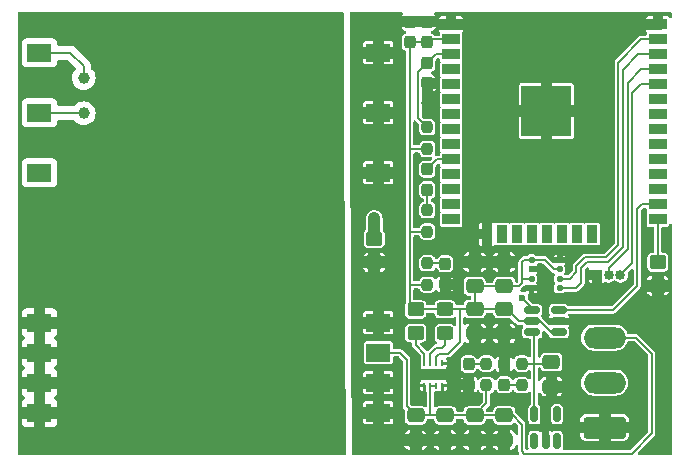
<source format=gbr>
%TF.GenerationSoftware,KiCad,Pcbnew,8.0.6*%
%TF.CreationDate,2025-02-17T14:25:18+01:00*%
%TF.ProjectId,KWLcontrol,4b574c63-6f6e-4747-926f-6c2e6b696361,rev?*%
%TF.SameCoordinates,Original*%
%TF.FileFunction,Copper,L1,Top*%
%TF.FilePolarity,Positive*%
%FSLAX46Y46*%
G04 Gerber Fmt 4.6, Leading zero omitted, Abs format (unit mm)*
G04 Created by KiCad (PCBNEW 8.0.6) date 2025-02-17 14:25:18*
%MOMM*%
%LPD*%
G01*
G04 APERTURE LIST*
G04 Aperture macros list*
%AMRoundRect*
0 Rectangle with rounded corners*
0 $1 Rounding radius*
0 $2 $3 $4 $5 $6 $7 $8 $9 X,Y pos of 4 corners*
0 Add a 4 corners polygon primitive as box body*
4,1,4,$2,$3,$4,$5,$6,$7,$8,$9,$2,$3,0*
0 Add four circle primitives for the rounded corners*
1,1,$1+$1,$2,$3*
1,1,$1+$1,$4,$5*
1,1,$1+$1,$6,$7*
1,1,$1+$1,$8,$9*
0 Add four rect primitives between the rounded corners*
20,1,$1+$1,$2,$3,$4,$5,0*
20,1,$1+$1,$4,$5,$6,$7,0*
20,1,$1+$1,$6,$7,$8,$9,0*
20,1,$1+$1,$8,$9,$2,$3,0*%
G04 Aperture macros list end*
%TA.AperFunction,SMDPad,CuDef*%
%ADD10RoundRect,0.250000X-0.475000X0.337500X-0.475000X-0.337500X0.475000X-0.337500X0.475000X0.337500X0*%
%TD*%
%TA.AperFunction,SMDPad,CuDef*%
%ADD11RoundRect,0.250000X0.475000X-0.337500X0.475000X0.337500X-0.475000X0.337500X-0.475000X-0.337500X0*%
%TD*%
%TA.AperFunction,SMDPad,CuDef*%
%ADD12R,2.030000X1.500000*%
%TD*%
%TA.AperFunction,SMDPad,CuDef*%
%ADD13RoundRect,0.237500X-0.237500X0.287500X-0.237500X-0.287500X0.237500X-0.287500X0.237500X0.287500X0*%
%TD*%
%TA.AperFunction,SMDPad,CuDef*%
%ADD14RoundRect,0.237500X-0.237500X0.300000X-0.237500X-0.300000X0.237500X-0.300000X0.237500X0.300000X0*%
%TD*%
%TA.AperFunction,SMDPad,CuDef*%
%ADD15RoundRect,0.237500X0.237500X-0.287500X0.237500X0.287500X-0.237500X0.287500X-0.237500X-0.287500X0*%
%TD*%
%TA.AperFunction,ComponentPad*%
%ADD16RoundRect,0.250000X1.550000X-0.650000X1.550000X0.650000X-1.550000X0.650000X-1.550000X-0.650000X0*%
%TD*%
%TA.AperFunction,ComponentPad*%
%ADD17O,3.600000X1.800000*%
%TD*%
%TA.AperFunction,ComponentPad*%
%ADD18R,0.850000X0.850000*%
%TD*%
%TA.AperFunction,ComponentPad*%
%ADD19O,0.850000X0.850000*%
%TD*%
%TA.AperFunction,SMDPad,CuDef*%
%ADD20RoundRect,0.250000X-0.450000X0.350000X-0.450000X-0.350000X0.450000X-0.350000X0.450000X0.350000X0*%
%TD*%
%TA.AperFunction,SMDPad,CuDef*%
%ADD21RoundRect,0.062500X0.062500X-0.187500X0.062500X0.187500X-0.062500X0.187500X-0.062500X-0.187500X0*%
%TD*%
%TA.AperFunction,ComponentPad*%
%ADD22C,0.600000*%
%TD*%
%TA.AperFunction,SMDPad,CuDef*%
%ADD23R,1.600000X0.900000*%
%TD*%
%TA.AperFunction,SMDPad,CuDef*%
%ADD24RoundRect,0.237500X-0.237500X0.250000X-0.237500X-0.250000X0.237500X-0.250000X0.237500X0.250000X0*%
%TD*%
%TA.AperFunction,SMDPad,CuDef*%
%ADD25RoundRect,0.237500X0.237500X-0.250000X0.237500X0.250000X-0.237500X0.250000X-0.237500X-0.250000X0*%
%TD*%
%TA.AperFunction,SMDPad,CuDef*%
%ADD26RoundRect,0.150000X0.150000X-0.512500X0.150000X0.512500X-0.150000X0.512500X-0.150000X-0.512500X0*%
%TD*%
%TA.AperFunction,SMDPad,CuDef*%
%ADD27RoundRect,0.250000X0.450000X-0.350000X0.450000X0.350000X-0.450000X0.350000X-0.450000X-0.350000X0*%
%TD*%
%TA.AperFunction,SMDPad,CuDef*%
%ADD28RoundRect,0.250000X0.450000X-0.325000X0.450000X0.325000X-0.450000X0.325000X-0.450000X-0.325000X0*%
%TD*%
%TA.AperFunction,SMDPad,CuDef*%
%ADD29RoundRect,0.125000X-0.137500X0.125000X-0.137500X-0.125000X0.137500X-0.125000X0.137500X0.125000X0*%
%TD*%
%TA.AperFunction,SMDPad,CuDef*%
%ADD30RoundRect,0.150000X0.512500X0.150000X-0.512500X0.150000X-0.512500X-0.150000X0.512500X-0.150000X0*%
%TD*%
%TA.AperFunction,SMDPad,CuDef*%
%ADD31RoundRect,0.237500X0.237500X-0.300000X0.237500X0.300000X-0.237500X0.300000X-0.237500X-0.300000X0*%
%TD*%
%TA.AperFunction,SMDPad,CuDef*%
%ADD32R,1.500000X0.900000*%
%TD*%
%TA.AperFunction,SMDPad,CuDef*%
%ADD33R,0.900000X1.500000*%
%TD*%
%TA.AperFunction,SMDPad,CuDef*%
%ADD34R,1.050000X1.050000*%
%TD*%
%TA.AperFunction,HeatsinkPad*%
%ADD35C,0.600000*%
%TD*%
%TA.AperFunction,SMDPad,CuDef*%
%ADD36R,4.200000X4.200000*%
%TD*%
%TA.AperFunction,ViaPad*%
%ADD37C,1.000000*%
%TD*%
%TA.AperFunction,ViaPad*%
%ADD38C,0.600000*%
%TD*%
%TA.AperFunction,Conductor*%
%ADD39C,0.200000*%
%TD*%
%TA.AperFunction,Conductor*%
%ADD40C,0.500000*%
%TD*%
%TA.AperFunction,Conductor*%
%ADD41C,1.000000*%
%TD*%
G04 APERTURE END LIST*
D10*
%TO.P,C12,1*%
%TO.N,+3.3V*%
X153000000Y-133962500D03*
%TO.P,C12,2*%
%TO.N,GNDREF*%
X153000000Y-136037500D03*
%TD*%
D11*
%TO.P,C10,1*%
%TO.N,+3.3V*%
X153000000Y-132037500D03*
%TO.P,C10,2*%
%TO.N,GNDREF*%
X153000000Y-129962500D03*
%TD*%
D10*
%TO.P,C6,1*%
%TO.N,GNDREF*%
X150500000Y-129962500D03*
%TO.P,C6,2*%
%TO.N,+3.3V*%
X150500000Y-132037500D03*
%TD*%
D12*
%TO.P,PS1,1,AC/L*%
%TO.N,/AC_L*%
X113650000Y-112260000D03*
%TO.P,PS1,3,AC/N*%
%TO.N,/AC_N*%
X113650000Y-117340000D03*
%TO.P,PS1,5*%
%TO.N,N/C*%
X113650000Y-122420000D03*
%TO.P,PS1,10,NC*%
%TO.N,/AC_PE*%
X113650000Y-135120000D03*
%TO.P,PS1,11,NC*%
X113650000Y-137660000D03*
%TO.P,PS1,12,NC*%
X113650000Y-140200000D03*
%TO.P,PS1,13,NC*%
X113650000Y-142740000D03*
%TO.P,PS1,14,-Vo*%
%TO.N,GNDREF*%
X142350000Y-142740000D03*
%TO.P,PS1,15,NC*%
X142350000Y-140200000D03*
%TO.P,PS1,16,+Vo*%
%TO.N,+12V*%
X142350000Y-137660000D03*
%TO.P,PS1,17,NC*%
%TO.N,GNDREF*%
X142350000Y-135120000D03*
%TO.P,PS1,22,NC*%
X142350000Y-122420000D03*
%TO.P,PS1,24,NC*%
X142350000Y-117340000D03*
%TO.P,PS1,26,NC*%
X142350000Y-112260000D03*
%TD*%
D13*
%TO.P,D4,1,K*%
%TO.N,Net-(D4-K)*%
X146500000Y-122125000D03*
%TO.P,D4,2,A*%
%TO.N,Net-(D4-A)*%
X146500000Y-123875000D03*
%TD*%
D10*
%TO.P,C2,1*%
%TO.N,+3.3V*%
X150500000Y-133962500D03*
%TO.P,C2,2*%
%TO.N,GNDREF*%
X150500000Y-136037500D03*
%TD*%
D14*
%TO.P,C3,1*%
%TO.N,Net-(U1-EN)*%
X146500000Y-113137500D03*
%TO.P,C3,2*%
%TO.N,GNDREF*%
X146500000Y-114862500D03*
%TD*%
D15*
%TO.P,D1,1,K*%
%TO.N,GNDREF*%
X150000000Y-140375000D03*
%TO.P,D1,2,A*%
%TO.N,Net-(D1-A)*%
X150000000Y-138625000D03*
%TD*%
D16*
%TO.P,J2,1,Pin_1*%
%TO.N,GNDREF*%
X161500000Y-144000000D03*
D17*
%TO.P,J2,2,Pin_2*%
%TO.N,Net-(J2-Pin_2)*%
X161500000Y-140190000D03*
%TO.P,J2,3,Pin_3*%
%TO.N,+12V*%
X161500000Y-136380000D03*
%TD*%
D18*
%TO.P,J3,1,Pin_1*%
%TO.N,GNDREF*%
X160830000Y-131100000D03*
D19*
%TO.P,J3,2,Pin_2*%
%TO.N,Net-(J3-Pin_2)*%
X161830000Y-131100000D03*
%TO.P,J3,3,Pin_3*%
%TO.N,Net-(J3-Pin_3)*%
X162830000Y-131100000D03*
%TD*%
D20*
%TO.P,R2,1*%
%TO.N,+3.3V*%
X145500000Y-134000000D03*
%TO.P,R2,2*%
%TO.N,Net-(U2-PG)*%
X145500000Y-136000000D03*
%TD*%
D11*
%TO.P,C5,1*%
%TO.N,GNDREF*%
X153000000Y-145037500D03*
%TO.P,C5,2*%
%TO.N,+12V*%
X153000000Y-142962500D03*
%TD*%
D21*
%TO.P,U2,1,PGND*%
%TO.N,GNDREF*%
X146250000Y-140450000D03*
%TO.P,U2,2,VIN*%
%TO.N,+12V*%
X146750000Y-140450000D03*
%TO.P,U2,3,EN*%
X147250000Y-140450000D03*
%TO.P,U2,4,AGND*%
%TO.N,GNDREF*%
X147750000Y-140450000D03*
%TO.P,U2,5,FB*%
X147750000Y-138550000D03*
%TO.P,U2,6,VOS*%
%TO.N,+3.3V*%
X147250000Y-138550000D03*
%TO.P,U2,7,SW*%
%TO.N,Net-(U2-SW)*%
X146750000Y-138550000D03*
%TO.P,U2,8,PG*%
%TO.N,Net-(U2-PG)*%
X146250000Y-138550000D03*
D22*
%TO.P,U2,9,PAD*%
%TO.N,GNDREF*%
X146500000Y-139500000D03*
D23*
X147000000Y-139500000D03*
D22*
X147500000Y-139500000D03*
%TD*%
D24*
%TO.P,R6,1*%
%TO.N,+5V*%
X154500000Y-138587500D03*
%TO.P,R6,2*%
%TO.N,Net-(D2-A)*%
X154500000Y-140412500D03*
%TD*%
D25*
%TO.P,R4,1*%
%TO.N,+3.3V*%
X146500000Y-120412500D03*
%TO.P,R4,2*%
%TO.N,Net-(U1-EN)*%
X146500000Y-118587500D03*
%TD*%
D26*
%TO.P,U3,1,IN*%
%TO.N,+12V*%
X155550000Y-145137500D03*
%TO.P,U3,2,GND*%
%TO.N,GNDREF*%
X156500000Y-145137500D03*
%TO.P,U3,3,~{EN}*%
%TO.N,+12V*%
X157450000Y-145137500D03*
%TO.P,U3,4,NC*%
%TO.N,unconnected-(U3-NC-Pad4)*%
X157450000Y-142862500D03*
%TO.P,U3,5,OUT*%
%TO.N,+5V*%
X155550000Y-142862500D03*
%TD*%
D27*
%TO.P,R9,1*%
%TO.N,GNDREF*%
X142000000Y-130000000D03*
%TO.P,R9,2*%
%TO.N,/AC_PE*%
X142000000Y-128000000D03*
%TD*%
D28*
%TO.P,L2,1,1*%
%TO.N,Net-(U2-SW)*%
X148000000Y-136025000D03*
%TO.P,L2,2,2*%
%TO.N,+3.3V*%
X148000000Y-133975000D03*
%TD*%
D14*
%TO.P,C9,1*%
%TO.N,GNDREF*%
X145000000Y-109637500D03*
%TO.P,C9,2*%
%TO.N,+3.3V*%
X145000000Y-111362500D03*
%TD*%
D25*
%TO.P,R5,1*%
%TO.N,+12V*%
X151500000Y-140412500D03*
%TO.P,R5,2*%
%TO.N,Net-(D1-A)*%
X151500000Y-138587500D03*
%TD*%
D29*
%TO.P,U5,1,GND*%
%TO.N,GNDREF*%
X157687500Y-129800000D03*
%TO.P,U5,2,CSB*%
%TO.N,+3.3V*%
X157687500Y-130600000D03*
%TO.P,U5,3,SDI*%
%TO.N,/SDA*%
X157687500Y-131400000D03*
%TO.P,U5,4,SCK*%
%TO.N,/SCL*%
X157687500Y-132200000D03*
%TO.P,U5,5,SDO*%
%TO.N,GNDREF*%
X155312500Y-132200000D03*
%TO.P,U5,6,VDDIO*%
%TO.N,+3.3V*%
X155312500Y-131400000D03*
%TO.P,U5,7,GND*%
%TO.N,GNDREF*%
X155312500Y-130600000D03*
%TO.P,U5,8,VDD*%
%TO.N,+3.3V*%
X155312500Y-129800000D03*
%TD*%
D11*
%TO.P,C11,1*%
%TO.N,GNDREF*%
X148000000Y-145037500D03*
%TO.P,C11,2*%
%TO.N,+12V*%
X148000000Y-142962500D03*
%TD*%
D30*
%TO.P,U4,1,V_{CCA}*%
%TO.N,+3.3V*%
X157637500Y-135950000D03*
%TO.P,U4,2,GND*%
%TO.N,GNDREF*%
X157637500Y-135000000D03*
%TO.P,U4,3,A*%
%TO.N,/FAN_PWM*%
X157637500Y-134050000D03*
%TO.P,U4,4,B*%
%TO.N,Net-(J2-Pin_2)*%
X155362500Y-134050000D03*
%TO.P,U4,5,OE*%
%TO.N,+3.3V*%
X155362500Y-135000000D03*
%TO.P,U4,6,V_{CCB}*%
%TO.N,+5V*%
X155362500Y-135950000D03*
%TD*%
D31*
%TO.P,C4,1*%
%TO.N,+3.3V*%
X146500000Y-111362500D03*
%TO.P,C4,2*%
%TO.N,GNDREF*%
X146500000Y-109637500D03*
%TD*%
D25*
%TO.P,R7,1*%
%TO.N,+3.3V*%
X146500000Y-131912500D03*
%TO.P,R7,2*%
%TO.N,Net-(D3-A)*%
X146500000Y-130087500D03*
%TD*%
D13*
%TO.P,D2,1,K*%
%TO.N,GNDREF*%
X153000000Y-138625000D03*
%TO.P,D2,2,A*%
%TO.N,Net-(D2-A)*%
X153000000Y-140375000D03*
%TD*%
D11*
%TO.P,C7,1*%
%TO.N,GNDREF*%
X145500000Y-145037500D03*
%TO.P,C7,2*%
%TO.N,+12V*%
X145500000Y-142962500D03*
%TD*%
D25*
%TO.P,R8,1*%
%TO.N,+3.3V*%
X146500000Y-127412500D03*
%TO.P,R8,2*%
%TO.N,Net-(D4-A)*%
X146500000Y-125587500D03*
%TD*%
D15*
%TO.P,D3,1,K*%
%TO.N,GNDREF*%
X148000000Y-131875000D03*
%TO.P,D3,2,A*%
%TO.N,Net-(D3-A)*%
X148000000Y-130125000D03*
%TD*%
D11*
%TO.P,C1,1*%
%TO.N,GNDREF*%
X157000000Y-140537500D03*
%TO.P,C1,2*%
%TO.N,+5V*%
X157000000Y-138462500D03*
%TD*%
D20*
%TO.P,R3,1*%
%TO.N,Net-(U1-IO0)*%
X166000000Y-130000000D03*
%TO.P,R3,2*%
%TO.N,GNDREF*%
X166000000Y-132000000D03*
%TD*%
D32*
%TO.P,U1,1,GND*%
%TO.N,GNDREF*%
X148505000Y-109860000D03*
%TO.P,U1,2,VDD*%
%TO.N,+3.3V*%
X148505000Y-111130000D03*
%TO.P,U1,3,EN*%
%TO.N,Net-(U1-EN)*%
X148505000Y-112400000D03*
%TO.P,U1,4,SENSOR_VP*%
%TO.N,unconnected-(U1-SENSOR_VP-Pad4)*%
X148505000Y-113670000D03*
%TO.P,U1,5,SENSOR_VN*%
%TO.N,unconnected-(U1-SENSOR_VN-Pad5)*%
X148505000Y-114940000D03*
%TO.P,U1,6,IO34*%
%TO.N,unconnected-(U1-IO34-Pad6)*%
X148505000Y-116210000D03*
%TO.P,U1,7,IO35*%
%TO.N,unconnected-(U1-IO35-Pad7)*%
X148505000Y-117480000D03*
%TO.P,U1,8,IO32*%
%TO.N,unconnected-(U1-IO32-Pad8)*%
X148505000Y-118750000D03*
%TO.P,U1,9,IO33*%
%TO.N,unconnected-(U1-IO33-Pad9)*%
X148505000Y-120020000D03*
%TO.P,U1,10,IO25*%
%TO.N,Net-(D4-K)*%
X148505000Y-121290000D03*
%TO.P,U1,11,IO26*%
%TO.N,unconnected-(U1-IO26-Pad11)*%
X148505000Y-122560000D03*
%TO.P,U1,12,IO27*%
%TO.N,unconnected-(U1-IO27-Pad12)*%
X148505000Y-123830000D03*
%TO.P,U1,13,IO14*%
%TO.N,unconnected-(U1-IO14-Pad13)*%
X148505000Y-125100000D03*
%TO.P,U1,14,IO12*%
%TO.N,unconnected-(U1-IO12-Pad14)*%
X148505000Y-126370000D03*
D33*
%TO.P,U1,15,GND*%
%TO.N,GNDREF*%
X151545000Y-127620000D03*
%TO.P,U1,16,IO13*%
%TO.N,unconnected-(U1-IO13-Pad16)*%
X152815000Y-127620000D03*
%TO.P,U1,17,SHD/SD2*%
%TO.N,unconnected-(U1-SHD{slash}SD2-Pad17)*%
X154085000Y-127620000D03*
%TO.P,U1,18,SWP/SD3*%
%TO.N,unconnected-(U1-SWP{slash}SD3-Pad18)*%
X155355000Y-127620000D03*
%TO.P,U1,19,SCS/CMD*%
%TO.N,unconnected-(U1-SCS{slash}CMD-Pad19)*%
X156625000Y-127620000D03*
%TO.P,U1,20,SCK/CLK*%
%TO.N,unconnected-(U1-SCK{slash}CLK-Pad20)*%
X157895000Y-127620000D03*
%TO.P,U1,21,SDO/SD0*%
%TO.N,unconnected-(U1-SDO{slash}SD0-Pad21)*%
X159165000Y-127620000D03*
%TO.P,U1,22,SDI/SD1*%
%TO.N,unconnected-(U1-SDI{slash}SD1-Pad22)*%
X160435000Y-127620000D03*
D32*
%TO.P,U1,25,IO0*%
%TO.N,Net-(U1-IO0)*%
X166005000Y-126370000D03*
%TO.P,U1,26,IO4*%
%TO.N,/FAN_PWM*%
X166005000Y-125100000D03*
%TO.P,U1,27,IO16*%
%TO.N,unconnected-(U1-IO16-Pad27)*%
X166005000Y-123830000D03*
%TO.P,U1,28,IO17*%
%TO.N,unconnected-(U1-IO17-Pad28)*%
X166005000Y-122560000D03*
%TO.P,U1,29,IO5*%
%TO.N,unconnected-(U1-IO5-Pad29)*%
X166005000Y-121290000D03*
%TO.P,U1,30,IO18*%
%TO.N,unconnected-(U1-IO18-Pad30)*%
X166005000Y-120020000D03*
%TO.P,U1,31,IO19*%
%TO.N,unconnected-(U1-IO19-Pad31)*%
X166005000Y-118750000D03*
%TO.P,U1,32,NC*%
%TO.N,unconnected-(U1-NC-Pad32)*%
X166005000Y-117480000D03*
%TO.P,U1,33,IO21*%
%TO.N,unconnected-(U1-IO21-Pad33)*%
X166005000Y-116210000D03*
%TO.P,U1,34,RXD0/IO3*%
%TO.N,Net-(J3-Pin_3)*%
X166005000Y-114940000D03*
%TO.P,U1,35,TXD0/IO1*%
%TO.N,Net-(J3-Pin_2)*%
X166005000Y-113670000D03*
%TO.P,U1,36,IO22*%
%TO.N,/SCL*%
X166005000Y-112400000D03*
%TO.P,U1,37,IO23*%
%TO.N,/SDA*%
X166005000Y-111130000D03*
%TO.P,U1,38,GND*%
%TO.N,GNDREF*%
X166005000Y-109860000D03*
D34*
%TO.P,U1,39,GND*%
X155050000Y-115675000D03*
D35*
X155050000Y-116437500D03*
D34*
X155050000Y-117200000D03*
D35*
X155050000Y-117962500D03*
D34*
X155050000Y-118725000D03*
D35*
X155812500Y-115675000D03*
X155812500Y-117200000D03*
X155812500Y-118725000D03*
D34*
X156575000Y-115675000D03*
D35*
X156575000Y-116437500D03*
D34*
X156575000Y-117200000D03*
D36*
X156575000Y-117200000D03*
D35*
X156575000Y-117962500D03*
D34*
X156575000Y-118725000D03*
D35*
X157337500Y-115675000D03*
X157337500Y-117200000D03*
X157337500Y-118725000D03*
D34*
X158100000Y-115675000D03*
D35*
X158100000Y-116437500D03*
D34*
X158100000Y-117200000D03*
D35*
X158100000Y-117962500D03*
D34*
X158100000Y-118725000D03*
%TD*%
D11*
%TO.P,C8,1*%
%TO.N,GNDREF*%
X150500000Y-145037500D03*
%TO.P,C8,2*%
%TO.N,+12V*%
X150500000Y-142962500D03*
%TD*%
D37*
%TO.N,/AC_L*%
X117400000Y-114400000D03*
%TO.N,/AC_N*%
X117400000Y-117400000D03*
%TO.N,GNDREF*%
X151750000Y-137250000D03*
X142400000Y-145000000D03*
X141800000Y-109700000D03*
X146500000Y-116500000D03*
X163800000Y-109900000D03*
%TO.N,/AC_PE*%
X117400000Y-120400000D03*
X142000000Y-126300000D03*
X112900000Y-145000000D03*
X112700000Y-109600000D03*
X138500000Y-109700000D03*
X138400000Y-145000000D03*
D38*
%TO.N,Net-(J2-Pin_2)*%
X154500000Y-133000000D03*
%TD*%
D39*
%TO.N,+3.3V*%
X145500000Y-134000000D02*
X145000000Y-133500000D01*
X145000000Y-133500000D02*
X145000000Y-131912500D01*
X145500000Y-131912500D02*
X145000000Y-131912500D01*
X145000000Y-131912500D02*
X145000000Y-127500000D01*
%TO.N,/SCL*%
X157687500Y-132200000D02*
X159050000Y-132200000D01*
X163050000Y-128713274D02*
X163050000Y-113700000D01*
X159050000Y-132200000D02*
X159500000Y-131750000D01*
X159500000Y-131750000D02*
X159500000Y-130500000D01*
X159500000Y-130500000D02*
X160000000Y-130000000D01*
X160000000Y-130000000D02*
X161763274Y-130000000D01*
X161763274Y-130000000D02*
X163050000Y-128713274D01*
X163050000Y-113700000D02*
X164350000Y-112400000D01*
X164350000Y-112400000D02*
X166005000Y-112400000D01*
%TO.N,/SDA*%
X157687500Y-131400000D02*
X158534314Y-131400000D01*
X159834314Y-129600000D02*
X161597588Y-129600000D01*
X158534314Y-131400000D02*
X159100000Y-130834314D01*
X159100000Y-130334314D02*
X159834314Y-129600000D01*
X161597588Y-129600000D02*
X162650000Y-128547588D01*
X162650000Y-113100000D02*
X164620000Y-111130000D01*
X159100000Y-130834314D02*
X159100000Y-130334314D01*
X162650000Y-128547588D02*
X162650000Y-113100000D01*
X164620000Y-111130000D02*
X166005000Y-111130000D01*
%TO.N,Net-(J3-Pin_2)*%
X161830000Y-131100000D02*
X161830000Y-130498960D01*
X164573750Y-113670000D02*
X166005000Y-113670000D01*
X161830000Y-130498960D02*
X163450000Y-128878960D01*
X163450000Y-128878960D02*
X163450000Y-114793750D01*
X163450000Y-114793750D02*
X164573750Y-113670000D01*
%TO.N,Net-(J3-Pin_3)*%
X162830000Y-131100000D02*
X163850000Y-130080000D01*
X163850000Y-130080000D02*
X163850000Y-115650000D01*
X163850000Y-115650000D02*
X164560000Y-114940000D01*
X164560000Y-114940000D02*
X166005000Y-114940000D01*
%TO.N,/FAN_PWM*%
X157637500Y-134050000D02*
X162200000Y-134050000D01*
X162200000Y-134050000D02*
X164250000Y-132000000D01*
X164250000Y-132000000D02*
X164250000Y-125500000D01*
X164250000Y-125500000D02*
X164650000Y-125100000D01*
X164650000Y-125100000D02*
X166005000Y-125100000D01*
%TO.N,+3.3V*%
X147250000Y-138550000D02*
X147250000Y-138000000D01*
X147250000Y-138000000D02*
X147500000Y-137750000D01*
X147500000Y-137750000D02*
X148250000Y-137750000D01*
X148250000Y-137750000D02*
X149250000Y-136750000D01*
X149250000Y-136750000D02*
X149250000Y-133962500D01*
X149250000Y-133962500D02*
X153000000Y-133962500D01*
X146037500Y-133962500D02*
X149250000Y-133962500D01*
%TO.N,Net-(U2-SW)*%
X148000000Y-136025000D02*
X148000000Y-137000000D01*
X148000000Y-137000000D02*
X147750000Y-137250000D01*
X147750000Y-137250000D02*
X147250000Y-137250000D01*
X147250000Y-137250000D02*
X146750000Y-137750000D01*
X146750000Y-137750000D02*
X146750000Y-138550000D01*
%TO.N,Net-(U2-PG)*%
X146250000Y-138550000D02*
X146250000Y-137750000D01*
X146250000Y-137750000D02*
X145500000Y-137000000D01*
X145500000Y-137000000D02*
X145500000Y-136000000D01*
%TO.N,+12V*%
X151500000Y-140412500D02*
X151500000Y-141962500D01*
X151500000Y-141962500D02*
X150500000Y-142962500D01*
X145500000Y-142962500D02*
X146750000Y-142962500D01*
X146750000Y-142962500D02*
X153000000Y-142962500D01*
X146750000Y-140450000D02*
X146750000Y-142962500D01*
%TO.N,+5V*%
X154500000Y-138587500D02*
X156875000Y-138587500D01*
X156875000Y-138587500D02*
X157000000Y-138462500D01*
X155550000Y-142862500D02*
X155550000Y-136137500D01*
X155550000Y-136137500D02*
X155362500Y-135950000D01*
X154625000Y-138462500D02*
X154500000Y-138587500D01*
%TO.N,+12V*%
X153000000Y-142962500D02*
X153712500Y-142962500D01*
X153712500Y-142962500D02*
X154500000Y-143750000D01*
X154500000Y-143750000D02*
X154500000Y-146000000D01*
X154500000Y-146000000D02*
X154700000Y-146200000D01*
X154700000Y-146200000D02*
X163800000Y-146200000D01*
X164130000Y-136380000D02*
X161500000Y-136380000D01*
X163800000Y-146200000D02*
X165500000Y-144500000D01*
X165500000Y-144500000D02*
X165500000Y-137750000D01*
X165500000Y-137750000D02*
X164130000Y-136380000D01*
X142350000Y-137660000D02*
X144160000Y-137660000D01*
X144160000Y-137660000D02*
X144750000Y-138250000D01*
X144750000Y-138250000D02*
X144750000Y-142212500D01*
X144750000Y-142212500D02*
X145500000Y-142962500D01*
%TO.N,Net-(D2-A)*%
X153000000Y-140375000D02*
X154462500Y-140375000D01*
X154462500Y-140375000D02*
X154500000Y-140412500D01*
%TO.N,Net-(D1-A)*%
X150000000Y-138625000D02*
X151462500Y-138625000D01*
X151462500Y-138625000D02*
X151500000Y-138587500D01*
%TO.N,+3.3V*%
X153000000Y-133962500D02*
X153212500Y-133962500D01*
X154250000Y-135000000D02*
X155362500Y-135000000D01*
X153212500Y-133962500D02*
X154250000Y-135000000D01*
X155362500Y-135000000D02*
X156000000Y-135000000D01*
X156000000Y-135000000D02*
X156950000Y-135950000D01*
X156950000Y-135950000D02*
X157637500Y-135950000D01*
X153000000Y-132037500D02*
X154212500Y-132037500D01*
X154212500Y-132037500D02*
X154500000Y-131750000D01*
X154500000Y-131750000D02*
X154500000Y-131400000D01*
X154500000Y-131400000D02*
X154500000Y-130000000D01*
X154700000Y-129800000D02*
X155312500Y-129800000D01*
X154500000Y-130000000D02*
X154700000Y-129800000D01*
X155312500Y-129800000D02*
X156412500Y-129800000D01*
X156412500Y-129800000D02*
X157212500Y-130600000D01*
X157212500Y-130600000D02*
X157687500Y-130600000D01*
X154500000Y-131400000D02*
X155312500Y-131400000D01*
X150500000Y-132037500D02*
X150500000Y-133962500D01*
X150500000Y-132037500D02*
X153000000Y-132037500D01*
X145500000Y-134000000D02*
X146000000Y-134000000D01*
X146000000Y-134000000D02*
X146037500Y-133962500D01*
X146500000Y-131912500D02*
X145500000Y-131912500D01*
%TO.N,Net-(D3-A)*%
X146500000Y-130087500D02*
X147962500Y-130087500D01*
X147962500Y-130087500D02*
X148000000Y-130125000D01*
%TO.N,+3.3V*%
X145000000Y-127500000D02*
X145000000Y-120500000D01*
X145000000Y-120500000D02*
X145000000Y-111362500D01*
X146500000Y-120412500D02*
X145087500Y-120412500D01*
X145087500Y-120412500D02*
X145000000Y-120500000D01*
X146500000Y-127412500D02*
X145087500Y-127412500D01*
X145087500Y-127412500D02*
X145000000Y-127500000D01*
%TO.N,Net-(D4-A)*%
X146500000Y-125587500D02*
X146500000Y-123875000D01*
%TO.N,Net-(U1-EN)*%
X146500000Y-118587500D02*
X145700000Y-117787500D01*
X145700000Y-117787500D02*
X145700000Y-113937500D01*
X145700000Y-113937500D02*
X146500000Y-113137500D01*
%TO.N,Net-(D4-K)*%
X146500000Y-122125000D02*
X147335000Y-121290000D01*
X147335000Y-121290000D02*
X148505000Y-121290000D01*
%TO.N,Net-(U1-EN)*%
X146500000Y-113137500D02*
X147237500Y-112400000D01*
X147237500Y-112400000D02*
X148505000Y-112400000D01*
%TO.N,+3.3V*%
X148505000Y-111130000D02*
X146732500Y-111130000D01*
X146732500Y-111130000D02*
X146500000Y-111362500D01*
X145000000Y-111362500D02*
X146500000Y-111362500D01*
%TO.N,+12V*%
X148000000Y-142500000D02*
X148000000Y-142962500D01*
X147250000Y-140450000D02*
X146750000Y-140450000D01*
%TO.N,Net-(J2-Pin_2)*%
X155362500Y-134050000D02*
X155362500Y-133862500D01*
X155362500Y-133862500D02*
X154500000Y-133000000D01*
%TO.N,Net-(U1-IO0)*%
X166000000Y-130000000D02*
X166000000Y-126375000D01*
X166000000Y-126375000D02*
X166005000Y-126370000D01*
%TO.N,/AC_L*%
X117400000Y-114400000D02*
X117400000Y-113400000D01*
X117400000Y-113400000D02*
X116260000Y-112260000D01*
X116260000Y-112260000D02*
X113650000Y-112260000D01*
%TO.N,/AC_N*%
X113650000Y-117340000D02*
X117340000Y-117340000D01*
X117340000Y-117340000D02*
X117400000Y-117400000D01*
D40*
%TO.N,+12V*%
X161500000Y-136380000D02*
X160420000Y-136380000D01*
D41*
%TO.N,/AC_PE*%
X142000000Y-128000000D02*
X142000000Y-126300000D01*
D39*
%TO.N,+3.3V*%
X150564000Y-131661000D02*
X150600000Y-131625000D01*
%TO.N,Net-(J3-Pin_2)*%
X166015000Y-113660000D02*
X166005000Y-113670000D01*
%TO.N,Net-(U1-EN)*%
X148467500Y-112362500D02*
X148505000Y-112400000D01*
%TD*%
%TA.AperFunction,Conductor*%
%TO.N,/AC_PE*%
G36*
X139340776Y-108820185D02*
G01*
X139386531Y-108872989D01*
X139397735Y-108923856D01*
X139397755Y-108927767D01*
X139397755Y-108927770D01*
X139400146Y-109387997D01*
X139409086Y-111109007D01*
X139411055Y-111487997D01*
X139419103Y-113037254D01*
X139423562Y-113895689D01*
X139437444Y-116567997D01*
X139442428Y-117527386D01*
X139445492Y-118117254D01*
X139448883Y-118770000D01*
X139457409Y-120411269D01*
X139462167Y-121327027D01*
X139463834Y-121647997D01*
X139467455Y-122345000D01*
X139471882Y-123197254D01*
X139476689Y-124122522D01*
X139483238Y-125383141D01*
X139494745Y-127598356D01*
X139495114Y-127669351D01*
X139504637Y-129502625D01*
X139508624Y-130270000D01*
X139509399Y-130419226D01*
X139509832Y-130502626D01*
X139510107Y-130555500D01*
X139511704Y-130862985D01*
X139514749Y-131449256D01*
X139514935Y-131485095D01*
X139517149Y-131911269D01*
X139519276Y-132320646D01*
X139526264Y-133665896D01*
X139529807Y-134347997D01*
X139533194Y-135000000D01*
X139534504Y-135252126D01*
X139537855Y-135897254D01*
X139539943Y-136299241D01*
X139549324Y-138105000D01*
X139550786Y-138386378D01*
X139553168Y-138845000D01*
X139556197Y-139427997D01*
X139559912Y-140143173D01*
X139561271Y-140404869D01*
X139561624Y-140472770D01*
X139564245Y-140977254D01*
X139569392Y-141967997D01*
X139576026Y-143245000D01*
X139577440Y-143517254D01*
X139579883Y-143987561D01*
X139582753Y-144540126D01*
X139587948Y-145540126D01*
X139590556Y-146042186D01*
X139590556Y-146042188D01*
X139591158Y-146158043D01*
X139591246Y-146174855D01*
X139571911Y-146241996D01*
X139519346Y-146288025D01*
X139467248Y-146299500D01*
X111924500Y-146299500D01*
X111857461Y-146279815D01*
X111811706Y-146227011D01*
X111800500Y-146175500D01*
X111800500Y-143537844D01*
X112135000Y-143537844D01*
X112141401Y-143597372D01*
X112141403Y-143597379D01*
X112191645Y-143732086D01*
X112191649Y-143732093D01*
X112277809Y-143847187D01*
X112277812Y-143847190D01*
X112392906Y-143933350D01*
X112392913Y-143933354D01*
X112527620Y-143983596D01*
X112527627Y-143983598D01*
X112587155Y-143989999D01*
X112587172Y-143990000D01*
X113150000Y-143990000D01*
X114150000Y-143990000D01*
X114712828Y-143990000D01*
X114712844Y-143989999D01*
X114772372Y-143983598D01*
X114772379Y-143983596D01*
X114907086Y-143933354D01*
X114907093Y-143933350D01*
X115022187Y-143847190D01*
X115022190Y-143847187D01*
X115108350Y-143732093D01*
X115108354Y-143732086D01*
X115158596Y-143597379D01*
X115158598Y-143597372D01*
X115164999Y-143537844D01*
X115165000Y-143537827D01*
X115165000Y-143240000D01*
X114150000Y-143240000D01*
X114150000Y-143990000D01*
X113150000Y-143990000D01*
X113150000Y-143240000D01*
X112135000Y-143240000D01*
X112135000Y-143537844D01*
X111800500Y-143537844D01*
X111800500Y-140997844D01*
X112135000Y-140997844D01*
X112141401Y-141057372D01*
X112141403Y-141057379D01*
X112191645Y-141192086D01*
X112191649Y-141192093D01*
X112277809Y-141307187D01*
X112362695Y-141370734D01*
X112404565Y-141426668D01*
X112409549Y-141496360D01*
X112376063Y-141557683D01*
X112362695Y-141569266D01*
X112277809Y-141632812D01*
X112191649Y-141747906D01*
X112191645Y-141747913D01*
X112141403Y-141882620D01*
X112141401Y-141882627D01*
X112135000Y-141942155D01*
X112135000Y-142240000D01*
X113150000Y-142240000D01*
X114150000Y-142240000D01*
X115165000Y-142240000D01*
X115165000Y-141942172D01*
X115164999Y-141942155D01*
X115158598Y-141882627D01*
X115158596Y-141882620D01*
X115108354Y-141747913D01*
X115108350Y-141747906D01*
X115022190Y-141632812D01*
X115022187Y-141632809D01*
X114937305Y-141569266D01*
X114895434Y-141513332D01*
X114890450Y-141443641D01*
X114923936Y-141382318D01*
X114937305Y-141370734D01*
X115022187Y-141307190D01*
X115022190Y-141307187D01*
X115108350Y-141192093D01*
X115108354Y-141192086D01*
X115158596Y-141057379D01*
X115158598Y-141057372D01*
X115164999Y-140997844D01*
X115165000Y-140997827D01*
X115165000Y-140700000D01*
X114150000Y-140700000D01*
X114150000Y-142240000D01*
X113150000Y-142240000D01*
X113150000Y-140700000D01*
X112135000Y-140700000D01*
X112135000Y-140997844D01*
X111800500Y-140997844D01*
X111800500Y-138457844D01*
X112135000Y-138457844D01*
X112141401Y-138517372D01*
X112141403Y-138517379D01*
X112191645Y-138652086D01*
X112191649Y-138652093D01*
X112277809Y-138767187D01*
X112362695Y-138830734D01*
X112404565Y-138886668D01*
X112409549Y-138956360D01*
X112376063Y-139017683D01*
X112362695Y-139029266D01*
X112277809Y-139092812D01*
X112191649Y-139207906D01*
X112191645Y-139207913D01*
X112141403Y-139342620D01*
X112141401Y-139342627D01*
X112135000Y-139402155D01*
X112135000Y-139700000D01*
X113150000Y-139700000D01*
X114150000Y-139700000D01*
X115165000Y-139700000D01*
X115165000Y-139402172D01*
X115164999Y-139402155D01*
X115158598Y-139342627D01*
X115158596Y-139342620D01*
X115108354Y-139207913D01*
X115108350Y-139207906D01*
X115022190Y-139092812D01*
X115022187Y-139092809D01*
X114937305Y-139029266D01*
X114895434Y-138973332D01*
X114890450Y-138903641D01*
X114923936Y-138842318D01*
X114937305Y-138830734D01*
X115022187Y-138767190D01*
X115022190Y-138767187D01*
X115108350Y-138652093D01*
X115108354Y-138652086D01*
X115158596Y-138517379D01*
X115158598Y-138517372D01*
X115164999Y-138457844D01*
X115165000Y-138457827D01*
X115165000Y-138160000D01*
X114150000Y-138160000D01*
X114150000Y-139700000D01*
X113150000Y-139700000D01*
X113150000Y-138160000D01*
X112135000Y-138160000D01*
X112135000Y-138457844D01*
X111800500Y-138457844D01*
X111800500Y-135917844D01*
X112135000Y-135917844D01*
X112141401Y-135977372D01*
X112141403Y-135977379D01*
X112191645Y-136112086D01*
X112191649Y-136112093D01*
X112277809Y-136227187D01*
X112362695Y-136290734D01*
X112404565Y-136346668D01*
X112409549Y-136416360D01*
X112376063Y-136477683D01*
X112362695Y-136489266D01*
X112277809Y-136552812D01*
X112191649Y-136667906D01*
X112191645Y-136667913D01*
X112141403Y-136802620D01*
X112141401Y-136802627D01*
X112135000Y-136862155D01*
X112135000Y-137160000D01*
X113150000Y-137160000D01*
X114150000Y-137160000D01*
X115165000Y-137160000D01*
X115165000Y-136862172D01*
X115164999Y-136862155D01*
X115158598Y-136802627D01*
X115158596Y-136802620D01*
X115108354Y-136667913D01*
X115108350Y-136667906D01*
X115022190Y-136552812D01*
X115022187Y-136552809D01*
X114937305Y-136489266D01*
X114895434Y-136433332D01*
X114890450Y-136363641D01*
X114923936Y-136302318D01*
X114937305Y-136290734D01*
X115022187Y-136227190D01*
X115022190Y-136227187D01*
X115108350Y-136112093D01*
X115108354Y-136112086D01*
X115158596Y-135977379D01*
X115158598Y-135977372D01*
X115164999Y-135917844D01*
X115165000Y-135917827D01*
X115165000Y-135620000D01*
X114150000Y-135620000D01*
X114150000Y-137160000D01*
X113150000Y-137160000D01*
X113150000Y-135620000D01*
X112135000Y-135620000D01*
X112135000Y-135917844D01*
X111800500Y-135917844D01*
X111800500Y-134322155D01*
X112135000Y-134322155D01*
X112135000Y-134620000D01*
X113150000Y-134620000D01*
X114150000Y-134620000D01*
X115165000Y-134620000D01*
X115165000Y-134322172D01*
X115164999Y-134322155D01*
X115158598Y-134262627D01*
X115158596Y-134262620D01*
X115108354Y-134127913D01*
X115108350Y-134127906D01*
X115022190Y-134012812D01*
X115022187Y-134012809D01*
X114907093Y-133926649D01*
X114907086Y-133926645D01*
X114772379Y-133876403D01*
X114772372Y-133876401D01*
X114712844Y-133870000D01*
X114150000Y-133870000D01*
X114150000Y-134620000D01*
X113150000Y-134620000D01*
X113150000Y-133870000D01*
X112587155Y-133870000D01*
X112527627Y-133876401D01*
X112527620Y-133876403D01*
X112392913Y-133926645D01*
X112392906Y-133926649D01*
X112277812Y-134012809D01*
X112277809Y-134012812D01*
X112191649Y-134127906D01*
X112191645Y-134127913D01*
X112141403Y-134262620D01*
X112141401Y-134262627D01*
X112135000Y-134322155D01*
X111800500Y-134322155D01*
X111800500Y-121622135D01*
X112134500Y-121622135D01*
X112134500Y-123217870D01*
X112134501Y-123217876D01*
X112140908Y-123277483D01*
X112191202Y-123412328D01*
X112191206Y-123412335D01*
X112277452Y-123527544D01*
X112277455Y-123527547D01*
X112392664Y-123613793D01*
X112392671Y-123613797D01*
X112527517Y-123664091D01*
X112527516Y-123664091D01*
X112534444Y-123664835D01*
X112587127Y-123670500D01*
X114712872Y-123670499D01*
X114772483Y-123664091D01*
X114907331Y-123613796D01*
X115022546Y-123527546D01*
X115108796Y-123412331D01*
X115159091Y-123277483D01*
X115165500Y-123217873D01*
X115165499Y-121622128D01*
X115159091Y-121562517D01*
X115148299Y-121533583D01*
X115108797Y-121427671D01*
X115108793Y-121427664D01*
X115022547Y-121312455D01*
X115022544Y-121312452D01*
X114907335Y-121226206D01*
X114907328Y-121226202D01*
X114772482Y-121175908D01*
X114772483Y-121175908D01*
X114712883Y-121169501D01*
X114712881Y-121169500D01*
X114712873Y-121169500D01*
X114712864Y-121169500D01*
X112587129Y-121169500D01*
X112587123Y-121169501D01*
X112527516Y-121175908D01*
X112392671Y-121226202D01*
X112392664Y-121226206D01*
X112277455Y-121312452D01*
X112277452Y-121312455D01*
X112191206Y-121427664D01*
X112191202Y-121427671D01*
X112140908Y-121562517D01*
X112135533Y-121612519D01*
X112134501Y-121622123D01*
X112134500Y-121622135D01*
X111800500Y-121622135D01*
X111800500Y-116542135D01*
X112134500Y-116542135D01*
X112134500Y-118137870D01*
X112134501Y-118137876D01*
X112140908Y-118197483D01*
X112191202Y-118332328D01*
X112191206Y-118332335D01*
X112277452Y-118447544D01*
X112277455Y-118447547D01*
X112392664Y-118533793D01*
X112392671Y-118533797D01*
X112527517Y-118584091D01*
X112527516Y-118584091D01*
X112534444Y-118584835D01*
X112587127Y-118590500D01*
X114712872Y-118590499D01*
X114772483Y-118584091D01*
X114907331Y-118533796D01*
X115022546Y-118447546D01*
X115108796Y-118332331D01*
X115159091Y-118197483D01*
X115165500Y-118137873D01*
X115165500Y-118064500D01*
X115185185Y-117997461D01*
X115237989Y-117951706D01*
X115289500Y-117940500D01*
X116490639Y-117940500D01*
X116557678Y-117960185D01*
X116586492Y-117985835D01*
X116689116Y-118110883D01*
X116841460Y-118235909D01*
X116841467Y-118235913D01*
X117015266Y-118328811D01*
X117015269Y-118328811D01*
X117015273Y-118328814D01*
X117203868Y-118386024D01*
X117400000Y-118405341D01*
X117596132Y-118386024D01*
X117784727Y-118328814D01*
X117958538Y-118235910D01*
X118110883Y-118110883D01*
X118235910Y-117958538D01*
X118328814Y-117784727D01*
X118386024Y-117596132D01*
X118405341Y-117400000D01*
X118386024Y-117203868D01*
X118328814Y-117015273D01*
X118328811Y-117015269D01*
X118328811Y-117015266D01*
X118235913Y-116841467D01*
X118235909Y-116841460D01*
X118110883Y-116689116D01*
X117958539Y-116564090D01*
X117958532Y-116564086D01*
X117784733Y-116471188D01*
X117784727Y-116471186D01*
X117596132Y-116413976D01*
X117596129Y-116413975D01*
X117400000Y-116394659D01*
X117203870Y-116413975D01*
X117015266Y-116471188D01*
X116841467Y-116564086D01*
X116841460Y-116564090D01*
X116689117Y-116689115D01*
X116689117Y-116689116D01*
X116684972Y-116694167D01*
X116627225Y-116733500D01*
X116589121Y-116739500D01*
X115289499Y-116739500D01*
X115222460Y-116719815D01*
X115176705Y-116667011D01*
X115165499Y-116615500D01*
X115165499Y-116542129D01*
X115165498Y-116542123D01*
X115165497Y-116542116D01*
X115159091Y-116482517D01*
X115148299Y-116453583D01*
X115108797Y-116347671D01*
X115108793Y-116347664D01*
X115022547Y-116232455D01*
X115022544Y-116232452D01*
X114907335Y-116146206D01*
X114907328Y-116146202D01*
X114772482Y-116095908D01*
X114772483Y-116095908D01*
X114712883Y-116089501D01*
X114712881Y-116089500D01*
X114712873Y-116089500D01*
X114712864Y-116089500D01*
X112587129Y-116089500D01*
X112587123Y-116089501D01*
X112527516Y-116095908D01*
X112392671Y-116146202D01*
X112392664Y-116146206D01*
X112277455Y-116232452D01*
X112277452Y-116232455D01*
X112191206Y-116347664D01*
X112191202Y-116347671D01*
X112140908Y-116482517D01*
X112135533Y-116532519D01*
X112134501Y-116542123D01*
X112134500Y-116542135D01*
X111800500Y-116542135D01*
X111800500Y-111462135D01*
X112134500Y-111462135D01*
X112134500Y-113057870D01*
X112134501Y-113057876D01*
X112140908Y-113117483D01*
X112191202Y-113252328D01*
X112191206Y-113252335D01*
X112277452Y-113367544D01*
X112277455Y-113367547D01*
X112392664Y-113453793D01*
X112392671Y-113453797D01*
X112527517Y-113504091D01*
X112527516Y-113504091D01*
X112534444Y-113504835D01*
X112587127Y-113510500D01*
X114712872Y-113510499D01*
X114772483Y-113504091D01*
X114907331Y-113453796D01*
X115022546Y-113367546D01*
X115108796Y-113252331D01*
X115159091Y-113117483D01*
X115165500Y-113057873D01*
X115165500Y-112984500D01*
X115185185Y-112917461D01*
X115237989Y-112871706D01*
X115289500Y-112860500D01*
X115959903Y-112860500D01*
X116026942Y-112880185D01*
X116047584Y-112896819D01*
X116677605Y-113526840D01*
X116711090Y-113588163D01*
X116706106Y-113657855D01*
X116685777Y-113693186D01*
X116564090Y-113841460D01*
X116564086Y-113841467D01*
X116471188Y-114015266D01*
X116413975Y-114203870D01*
X116394659Y-114400000D01*
X116413975Y-114596129D01*
X116413976Y-114596132D01*
X116453055Y-114724959D01*
X116471188Y-114784733D01*
X116564086Y-114958532D01*
X116564090Y-114958539D01*
X116689116Y-115110883D01*
X116841460Y-115235909D01*
X116841467Y-115235913D01*
X117015266Y-115328811D01*
X117015269Y-115328811D01*
X117015273Y-115328814D01*
X117203868Y-115386024D01*
X117400000Y-115405341D01*
X117596132Y-115386024D01*
X117784727Y-115328814D01*
X117958538Y-115235910D01*
X118110883Y-115110883D01*
X118235910Y-114958538D01*
X118306129Y-114827167D01*
X118328811Y-114784733D01*
X118328811Y-114784732D01*
X118328814Y-114784727D01*
X118386024Y-114596132D01*
X118405341Y-114400000D01*
X118386024Y-114203868D01*
X118328814Y-114015273D01*
X118328811Y-114015269D01*
X118328811Y-114015266D01*
X118235913Y-113841467D01*
X118235909Y-113841460D01*
X118110887Y-113689122D01*
X118110883Y-113689117D01*
X118045832Y-113635730D01*
X118006500Y-113577987D01*
X118000500Y-113539880D01*
X118000500Y-113320945D01*
X118000500Y-113320943D01*
X117959577Y-113168216D01*
X117895871Y-113057873D01*
X117880524Y-113031290D01*
X117880521Y-113031286D01*
X117880520Y-113031284D01*
X117768716Y-112919480D01*
X117768715Y-112919479D01*
X117764385Y-112915149D01*
X117764374Y-112915139D01*
X116747590Y-111898355D01*
X116747588Y-111898352D01*
X116628717Y-111779481D01*
X116628716Y-111779480D01*
X116541904Y-111729360D01*
X116541904Y-111729359D01*
X116541900Y-111729358D01*
X116491785Y-111700423D01*
X116339057Y-111659499D01*
X116180943Y-111659499D01*
X116173347Y-111659499D01*
X116173331Y-111659500D01*
X115289499Y-111659500D01*
X115222460Y-111639815D01*
X115176705Y-111587011D01*
X115165499Y-111535500D01*
X115165499Y-111462129D01*
X115165498Y-111462123D01*
X115165497Y-111462116D01*
X115159091Y-111402517D01*
X115156486Y-111395533D01*
X115108797Y-111267671D01*
X115108793Y-111267664D01*
X115022547Y-111152455D01*
X115022544Y-111152452D01*
X114907335Y-111066206D01*
X114907328Y-111066202D01*
X114772482Y-111015908D01*
X114772483Y-111015908D01*
X114712883Y-111009501D01*
X114712881Y-111009500D01*
X114712873Y-111009500D01*
X114712864Y-111009500D01*
X112587129Y-111009500D01*
X112587123Y-111009501D01*
X112527516Y-111015908D01*
X112392671Y-111066202D01*
X112392664Y-111066206D01*
X112277455Y-111152452D01*
X112277452Y-111152455D01*
X112191206Y-111267664D01*
X112191202Y-111267671D01*
X112140908Y-111402517D01*
X112135533Y-111452519D01*
X112134501Y-111462123D01*
X112134500Y-111462135D01*
X111800500Y-111462135D01*
X111800500Y-108924500D01*
X111820185Y-108857461D01*
X111872989Y-108811706D01*
X111924500Y-108800500D01*
X139273737Y-108800500D01*
X139340776Y-108820185D01*
G37*
%TD.AperFunction*%
%TD*%
%TA.AperFunction,Conductor*%
%TO.N,GNDREF*%
G36*
X144374850Y-108820185D02*
G01*
X144420605Y-108872989D01*
X144430549Y-108942147D01*
X144407078Y-108998811D01*
X144330232Y-109101463D01*
X144330229Y-109101468D01*
X144307465Y-109162499D01*
X144307466Y-109162500D01*
X147192534Y-109162500D01*
X147192534Y-109162499D01*
X147169770Y-109101468D01*
X147169767Y-109101463D01*
X147092922Y-108998811D01*
X147068505Y-108933347D01*
X147083356Y-108865074D01*
X147132762Y-108815668D01*
X147192189Y-108800500D01*
X167075500Y-108800500D01*
X167142539Y-108820185D01*
X167188294Y-108872989D01*
X167199500Y-108924500D01*
X167199500Y-109216480D01*
X167179815Y-109283519D01*
X167127011Y-109329274D01*
X167057853Y-109339218D01*
X166994297Y-109310193D01*
X166972398Y-109285371D01*
X166935239Y-109229760D01*
X166852544Y-109174505D01*
X166852540Y-109174503D01*
X166779627Y-109160000D01*
X166455000Y-109160000D01*
X166455000Y-110186000D01*
X166435315Y-110253039D01*
X166382511Y-110298794D01*
X166331000Y-110310000D01*
X165005000Y-110310000D01*
X165005000Y-110334628D01*
X165019503Y-110407540D01*
X165019504Y-110407543D01*
X165061676Y-110470658D01*
X165082553Y-110537335D01*
X165068260Y-110589432D01*
X165070806Y-110590487D01*
X165066131Y-110601770D01*
X165054500Y-110660247D01*
X165054500Y-110705500D01*
X165034815Y-110772539D01*
X164982011Y-110818294D01*
X164930500Y-110829500D01*
X164580438Y-110829500D01*
X164504010Y-110849978D01*
X164435489Y-110889540D01*
X164435486Y-110889542D01*
X162409541Y-112915487D01*
X162409535Y-112915495D01*
X162369982Y-112984004D01*
X162369979Y-112984009D01*
X162349500Y-113060439D01*
X162349500Y-128371755D01*
X162329815Y-128438794D01*
X162313181Y-128459436D01*
X161509436Y-129263181D01*
X161448113Y-129296666D01*
X161421755Y-129299500D01*
X159794752Y-129299500D01*
X159756538Y-129309739D01*
X159718323Y-129319979D01*
X159684237Y-129339659D01*
X159667193Y-129349500D01*
X159667191Y-129349500D01*
X159667191Y-129349501D01*
X159649806Y-129359537D01*
X159649801Y-129359541D01*
X158859541Y-130149801D01*
X158859535Y-130149809D01*
X158819982Y-130218318D01*
X158819979Y-130218323D01*
X158799500Y-130294753D01*
X158799500Y-130658481D01*
X158779815Y-130725520D01*
X158763181Y-130746162D01*
X158446162Y-131063181D01*
X158384839Y-131096666D01*
X158358481Y-131099500D01*
X158204158Y-131099500D01*
X158137119Y-131079815D01*
X158091364Y-131027011D01*
X158081420Y-130957853D01*
X158091776Y-130923096D01*
X158144259Y-130810545D01*
X158144259Y-130810544D01*
X158145105Y-130804116D01*
X158150500Y-130763139D01*
X158150499Y-130436862D01*
X158144259Y-130389455D01*
X158100372Y-130295341D01*
X158089881Y-130226265D01*
X158118400Y-130162481D01*
X158125076Y-130155253D01*
X158134413Y-130145915D01*
X158181304Y-130050000D01*
X157138833Y-130050000D01*
X157071794Y-130030315D01*
X157051152Y-130013681D01*
X156597012Y-129559541D01*
X156597004Y-129559535D01*
X156580489Y-129550000D01*
X157193696Y-129550000D01*
X157437500Y-129550000D01*
X157937500Y-129550000D01*
X158181304Y-129550000D01*
X158134412Y-129454081D01*
X158045920Y-129365589D01*
X157937500Y-129312584D01*
X157937500Y-129550000D01*
X157437500Y-129550000D01*
X157437500Y-129312584D01*
X157437499Y-129312584D01*
X157329079Y-129365589D01*
X157240587Y-129454081D01*
X157193696Y-129550000D01*
X156580489Y-129550000D01*
X156528495Y-129519982D01*
X156528490Y-129519979D01*
X156503013Y-129513152D01*
X156452062Y-129499500D01*
X156452060Y-129499500D01*
X155786189Y-129499500D01*
X155719150Y-129479815D01*
X155698508Y-129463182D01*
X155672443Y-129437117D01*
X155639579Y-129404253D01*
X155535545Y-129355741D01*
X155535543Y-129355740D01*
X155535544Y-129355740D01*
X155488140Y-129349500D01*
X155136867Y-129349500D01*
X155121839Y-129351478D01*
X155089455Y-129355741D01*
X155089453Y-129355742D01*
X155089451Y-129355742D01*
X154985422Y-129404252D01*
X154926492Y-129463182D01*
X154865168Y-129496666D01*
X154838811Y-129499500D01*
X154660438Y-129499500D01*
X154584010Y-129519978D01*
X154515489Y-129559540D01*
X154515486Y-129559542D01*
X154259541Y-129815487D01*
X154259535Y-129815495D01*
X154219982Y-129884004D01*
X154219979Y-129884009D01*
X154214578Y-129904166D01*
X154200816Y-129955529D01*
X154199500Y-129960439D01*
X154199500Y-130428659D01*
X154193091Y-130450482D01*
X154199500Y-130475589D01*
X154199500Y-131574167D01*
X154179815Y-131641206D01*
X154163184Y-131661844D01*
X154147144Y-131677885D01*
X154133770Y-131691259D01*
X154072446Y-131724743D01*
X154002754Y-131719757D01*
X153946822Y-131677885D01*
X153925434Y-131622412D01*
X153924256Y-131622670D01*
X153922646Y-131615298D01*
X153888539Y-131517828D01*
X153877793Y-131487118D01*
X153797150Y-131377850D01*
X153687882Y-131297207D01*
X153687880Y-131297206D01*
X153559700Y-131252353D01*
X153529270Y-131249500D01*
X153529266Y-131249500D01*
X152470734Y-131249500D01*
X152470730Y-131249500D01*
X152440300Y-131252353D01*
X152440298Y-131252353D01*
X152312119Y-131297206D01*
X152312117Y-131297207D01*
X152202850Y-131377850D01*
X152122207Y-131487117D01*
X152122206Y-131487119D01*
X152077354Y-131615296D01*
X152077354Y-131615300D01*
X152077354Y-131615301D01*
X152076484Y-131624576D01*
X152050628Y-131689484D01*
X151993784Y-131730110D01*
X151953026Y-131737000D01*
X151546974Y-131737000D01*
X151479935Y-131717315D01*
X151434180Y-131664511D01*
X151423515Y-131624577D01*
X151422646Y-131615301D01*
X151422645Y-131615298D01*
X151422645Y-131615296D01*
X151391048Y-131525000D01*
X151377793Y-131487118D01*
X151297150Y-131377850D01*
X151187882Y-131297207D01*
X151187880Y-131297206D01*
X151059700Y-131252353D01*
X151029270Y-131249500D01*
X151029266Y-131249500D01*
X149970734Y-131249500D01*
X149970730Y-131249500D01*
X149940300Y-131252353D01*
X149940298Y-131252353D01*
X149812119Y-131297206D01*
X149812117Y-131297207D01*
X149702850Y-131377850D01*
X149622207Y-131487117D01*
X149622206Y-131487119D01*
X149577353Y-131615298D01*
X149577353Y-131615300D01*
X149574500Y-131645730D01*
X149574500Y-132429269D01*
X149577353Y-132459699D01*
X149577353Y-132459701D01*
X149617357Y-132574022D01*
X149622207Y-132587882D01*
X149702850Y-132697150D01*
X149812118Y-132777793D01*
X149854454Y-132792607D01*
X149940299Y-132822646D01*
X149970730Y-132825500D01*
X149970734Y-132825500D01*
X150075500Y-132825500D01*
X150142539Y-132845185D01*
X150188294Y-132897989D01*
X150199500Y-132949500D01*
X150199500Y-133050500D01*
X150179815Y-133117539D01*
X150127011Y-133163294D01*
X150075500Y-133174500D01*
X149970730Y-133174500D01*
X149940300Y-133177353D01*
X149940298Y-133177353D01*
X149812119Y-133222206D01*
X149812117Y-133222207D01*
X149702850Y-133302850D01*
X149622207Y-133412117D01*
X149622206Y-133412119D01*
X149577354Y-133540296D01*
X149577354Y-133540301D01*
X149576484Y-133549576D01*
X149550628Y-133614484D01*
X149493784Y-133655110D01*
X149453026Y-133662000D01*
X149018607Y-133662000D01*
X148951568Y-133642315D01*
X148905813Y-133589511D01*
X148899669Y-133571082D01*
X148874688Y-133499690D01*
X148852793Y-133437118D01*
X148772150Y-133327850D01*
X148662882Y-133247207D01*
X148662880Y-133247206D01*
X148534700Y-133202353D01*
X148504270Y-133199500D01*
X148504266Y-133199500D01*
X147495734Y-133199500D01*
X147495730Y-133199500D01*
X147465300Y-133202353D01*
X147465298Y-133202353D01*
X147337119Y-133247206D01*
X147337117Y-133247207D01*
X147227850Y-133327850D01*
X147147207Y-133437117D01*
X147147206Y-133437119D01*
X147099861Y-133572423D01*
X147098451Y-133571929D01*
X147068997Y-133625759D01*
X147007644Y-133659189D01*
X146981393Y-133662000D01*
X146518607Y-133662000D01*
X146451568Y-133642315D01*
X146405813Y-133589511D01*
X146399669Y-133571082D01*
X146374688Y-133499690D01*
X146352793Y-133437118D01*
X146272150Y-133327850D01*
X146162882Y-133247207D01*
X146162880Y-133247206D01*
X146034700Y-133202353D01*
X146004270Y-133199500D01*
X146004266Y-133199500D01*
X145424500Y-133199500D01*
X145357461Y-133179815D01*
X145311706Y-133127011D01*
X145300500Y-133075500D01*
X145300500Y-132337000D01*
X145320185Y-132269961D01*
X145372989Y-132224206D01*
X145424500Y-132213000D01*
X145460438Y-132213000D01*
X145728148Y-132213000D01*
X145795187Y-132232685D01*
X145840942Y-132285489D01*
X145845189Y-132296045D01*
X145870884Y-132369475D01*
X145870884Y-132369476D01*
X145949288Y-132475710D01*
X145949289Y-132475711D01*
X146055523Y-132554115D01*
X146055524Y-132554115D01*
X146055525Y-132554116D01*
X146180151Y-132597725D01*
X146180150Y-132597725D01*
X146209740Y-132600500D01*
X146209744Y-132600500D01*
X146790260Y-132600500D01*
X146819849Y-132597725D01*
X146831432Y-132593672D01*
X146944475Y-132554116D01*
X147050711Y-132475711D01*
X147120152Y-132381619D01*
X147175798Y-132339371D01*
X147245454Y-132333912D01*
X147307003Y-132366979D01*
X147328753Y-132395829D01*
X147330228Y-132398531D01*
X147414242Y-132510760D01*
X147525000Y-132593672D01*
X147525000Y-132593671D01*
X148475000Y-132593671D01*
X148585757Y-132510760D01*
X148669766Y-132398538D01*
X148687870Y-132350000D01*
X148475000Y-132350000D01*
X148475000Y-132593671D01*
X147525000Y-132593671D01*
X147525000Y-131400000D01*
X148475000Y-131400000D01*
X148687870Y-131400000D01*
X148669766Y-131351461D01*
X148585757Y-131239240D01*
X148585756Y-131239239D01*
X148475000Y-131156327D01*
X148475000Y-131400000D01*
X147525000Y-131400000D01*
X147525000Y-131156327D01*
X147414243Y-131239239D01*
X147414242Y-131239240D01*
X147330232Y-131351463D01*
X147330230Y-131351466D01*
X147316936Y-131387110D01*
X147275064Y-131443043D01*
X147209599Y-131467459D01*
X147141327Y-131452606D01*
X147100985Y-131417408D01*
X147050711Y-131349289D01*
X147050710Y-131349288D01*
X146944476Y-131270884D01*
X146819848Y-131227274D01*
X146819849Y-131227274D01*
X146790260Y-131224500D01*
X146790256Y-131224500D01*
X146209744Y-131224500D01*
X146209740Y-131224500D01*
X146180150Y-131227274D01*
X146055523Y-131270884D01*
X145949289Y-131349288D01*
X145949288Y-131349289D01*
X145870884Y-131455523D01*
X145870884Y-131455524D01*
X145845189Y-131528955D01*
X145804467Y-131585731D01*
X145739514Y-131611478D01*
X145728148Y-131612000D01*
X145424500Y-131612000D01*
X145357461Y-131592315D01*
X145311706Y-131539511D01*
X145300500Y-131488000D01*
X145300500Y-129784739D01*
X145824500Y-129784739D01*
X145824500Y-130390260D01*
X145827274Y-130419849D01*
X145870884Y-130544476D01*
X145949288Y-130650710D01*
X145949289Y-130650711D01*
X146055523Y-130729115D01*
X146055524Y-130729115D01*
X146055525Y-130729116D01*
X146180151Y-130772725D01*
X146180150Y-130772725D01*
X146209740Y-130775500D01*
X146209744Y-130775500D01*
X146790260Y-130775500D01*
X146819849Y-130772725D01*
X146847244Y-130763139D01*
X146944475Y-130729116D01*
X147050711Y-130650711D01*
X147126924Y-130547445D01*
X147134634Y-130536999D01*
X147137191Y-130538886D01*
X147174700Y-130500333D01*
X147242763Y-130484546D01*
X147308556Y-130508063D01*
X147351191Y-130563416D01*
X147352656Y-130567384D01*
X147370884Y-130619476D01*
X147449288Y-130725710D01*
X147449289Y-130725711D01*
X147555523Y-130804115D01*
X147555524Y-130804115D01*
X147555525Y-130804116D01*
X147680151Y-130847725D01*
X147680150Y-130847725D01*
X147709740Y-130850500D01*
X147709744Y-130850500D01*
X148290260Y-130850500D01*
X148319849Y-130847725D01*
X148331643Y-130843598D01*
X148444475Y-130804116D01*
X148550711Y-130725711D01*
X148629116Y-130619475D01*
X148672725Y-130494849D01*
X148673893Y-130482397D01*
X148675500Y-130465260D01*
X148675500Y-130462500D01*
X149551963Y-130462500D01*
X149581649Y-130542093D01*
X149667809Y-130657187D01*
X149667812Y-130657190D01*
X149782906Y-130743350D01*
X149782913Y-130743354D01*
X149917620Y-130793596D01*
X149917627Y-130793598D01*
X149977155Y-130799999D01*
X149977172Y-130800000D01*
X150000000Y-130800000D01*
X151000000Y-130800000D01*
X151022828Y-130800000D01*
X151022844Y-130799999D01*
X151082372Y-130793598D01*
X151082379Y-130793596D01*
X151217086Y-130743354D01*
X151217093Y-130743350D01*
X151332187Y-130657190D01*
X151332190Y-130657187D01*
X151418350Y-130542093D01*
X151448037Y-130462500D01*
X152051963Y-130462500D01*
X152081649Y-130542093D01*
X152167809Y-130657187D01*
X152167812Y-130657190D01*
X152282906Y-130743350D01*
X152282913Y-130743354D01*
X152417620Y-130793596D01*
X152417627Y-130793598D01*
X152477155Y-130799999D01*
X152477172Y-130800000D01*
X152500000Y-130800000D01*
X153500000Y-130800000D01*
X153522828Y-130800000D01*
X153522844Y-130799999D01*
X153582372Y-130793598D01*
X153582379Y-130793596D01*
X153717086Y-130743354D01*
X153717093Y-130743350D01*
X153832187Y-130657190D01*
X153832190Y-130657187D01*
X153918350Y-130542093D01*
X153948037Y-130462500D01*
X153500000Y-130462500D01*
X153500000Y-130800000D01*
X152500000Y-130800000D01*
X152500000Y-130462500D01*
X152051963Y-130462500D01*
X151448037Y-130462500D01*
X151000000Y-130462500D01*
X151000000Y-130800000D01*
X150000000Y-130800000D01*
X150000000Y-130462500D01*
X149551963Y-130462500D01*
X148675500Y-130462500D01*
X148675500Y-129784739D01*
X148672725Y-129755150D01*
X148629115Y-129630523D01*
X148550711Y-129524289D01*
X148550710Y-129524288D01*
X148466990Y-129462500D01*
X149551963Y-129462500D01*
X150000000Y-129462500D01*
X151000000Y-129462500D01*
X151448037Y-129462500D01*
X152051963Y-129462500D01*
X152500000Y-129462500D01*
X153500000Y-129462500D01*
X153948037Y-129462500D01*
X153918350Y-129382906D01*
X153832190Y-129267812D01*
X153832187Y-129267809D01*
X153717093Y-129181649D01*
X153717086Y-129181645D01*
X153582379Y-129131403D01*
X153582372Y-129131401D01*
X153522844Y-129125000D01*
X153500000Y-129125000D01*
X153500000Y-129462500D01*
X152500000Y-129462500D01*
X152500000Y-129125000D01*
X152477155Y-129125000D01*
X152417627Y-129131401D01*
X152417620Y-129131403D01*
X152282913Y-129181645D01*
X152282906Y-129181649D01*
X152167812Y-129267809D01*
X152167809Y-129267812D01*
X152081649Y-129382906D01*
X152051963Y-129462500D01*
X151448037Y-129462500D01*
X151418350Y-129382906D01*
X151332190Y-129267812D01*
X151332187Y-129267809D01*
X151217093Y-129181649D01*
X151217086Y-129181645D01*
X151082379Y-129131403D01*
X151082372Y-129131401D01*
X151022844Y-129125000D01*
X151000000Y-129125000D01*
X151000000Y-129462500D01*
X150000000Y-129462500D01*
X150000000Y-129125000D01*
X149977155Y-129125000D01*
X149917627Y-129131401D01*
X149917620Y-129131403D01*
X149782913Y-129181645D01*
X149782906Y-129181649D01*
X149667812Y-129267809D01*
X149667809Y-129267812D01*
X149581649Y-129382906D01*
X149551963Y-129462500D01*
X148466990Y-129462500D01*
X148444476Y-129445884D01*
X148319848Y-129402274D01*
X148319849Y-129402274D01*
X148290260Y-129399500D01*
X148290256Y-129399500D01*
X147709744Y-129399500D01*
X147709740Y-129399500D01*
X147680150Y-129402274D01*
X147555523Y-129445884D01*
X147449289Y-129524288D01*
X147449288Y-129524289D01*
X147370885Y-129630522D01*
X147367041Y-129641508D01*
X147326318Y-129698283D01*
X147261365Y-129724029D01*
X147192803Y-129710572D01*
X147142401Y-129662183D01*
X147132959Y-129641508D01*
X147129116Y-129630525D01*
X147103436Y-129595730D01*
X147050711Y-129524289D01*
X147050710Y-129524288D01*
X146944476Y-129445884D01*
X146819848Y-129402274D01*
X146819849Y-129402274D01*
X146790260Y-129399500D01*
X146790256Y-129399500D01*
X146209744Y-129399500D01*
X146209740Y-129399500D01*
X146180150Y-129402274D01*
X146055523Y-129445884D01*
X145949289Y-129524288D01*
X145949288Y-129524289D01*
X145870884Y-129630523D01*
X145827274Y-129755150D01*
X145824500Y-129784739D01*
X145300500Y-129784739D01*
X145300500Y-128394628D01*
X150845000Y-128394628D01*
X150859503Y-128467540D01*
X150859505Y-128467544D01*
X150914760Y-128550239D01*
X150997455Y-128605494D01*
X150997459Y-128605496D01*
X151070371Y-128619999D01*
X151070374Y-128620000D01*
X151095000Y-128620000D01*
X151995000Y-128620000D01*
X152019626Y-128620000D01*
X152019628Y-128619999D01*
X152092540Y-128605496D01*
X152092544Y-128605495D01*
X152155657Y-128563324D01*
X152222334Y-128542446D01*
X152274433Y-128556738D01*
X152275487Y-128554194D01*
X152286770Y-128558868D01*
X152345247Y-128570499D01*
X152345250Y-128570500D01*
X152345252Y-128570500D01*
X153284750Y-128570500D01*
X153284751Y-128570499D01*
X153299568Y-128567552D01*
X153343229Y-128558868D01*
X153343231Y-128558867D01*
X153381108Y-128533558D01*
X153447785Y-128512679D01*
X153515165Y-128531163D01*
X153518892Y-128533558D01*
X153556768Y-128558867D01*
X153556770Y-128558868D01*
X153615247Y-128570499D01*
X153615250Y-128570500D01*
X153615252Y-128570500D01*
X154554750Y-128570500D01*
X154554751Y-128570499D01*
X154569568Y-128567552D01*
X154613229Y-128558868D01*
X154613231Y-128558867D01*
X154651108Y-128533558D01*
X154717785Y-128512679D01*
X154785165Y-128531163D01*
X154788892Y-128533558D01*
X154826768Y-128558867D01*
X154826770Y-128558868D01*
X154885247Y-128570499D01*
X154885250Y-128570500D01*
X154885252Y-128570500D01*
X155824750Y-128570500D01*
X155824751Y-128570499D01*
X155839568Y-128567552D01*
X155883229Y-128558868D01*
X155883231Y-128558867D01*
X155921108Y-128533558D01*
X155987785Y-128512679D01*
X156055165Y-128531163D01*
X156058892Y-128533558D01*
X156096768Y-128558867D01*
X156096770Y-128558868D01*
X156155247Y-128570499D01*
X156155250Y-128570500D01*
X156155252Y-128570500D01*
X157094750Y-128570500D01*
X157094751Y-128570499D01*
X157109568Y-128567552D01*
X157153229Y-128558868D01*
X157153231Y-128558867D01*
X157191108Y-128533558D01*
X157257785Y-128512679D01*
X157325165Y-128531163D01*
X157328892Y-128533558D01*
X157366768Y-128558867D01*
X157366770Y-128558868D01*
X157425247Y-128570499D01*
X157425250Y-128570500D01*
X157425252Y-128570500D01*
X158364750Y-128570500D01*
X158364751Y-128570499D01*
X158379568Y-128567552D01*
X158423229Y-128558868D01*
X158423231Y-128558867D01*
X158461108Y-128533558D01*
X158527785Y-128512679D01*
X158595165Y-128531163D01*
X158598892Y-128533558D01*
X158636768Y-128558867D01*
X158636770Y-128558868D01*
X158695247Y-128570499D01*
X158695250Y-128570500D01*
X158695252Y-128570500D01*
X159634750Y-128570500D01*
X159634751Y-128570499D01*
X159649568Y-128567552D01*
X159693229Y-128558868D01*
X159693231Y-128558867D01*
X159731108Y-128533558D01*
X159797785Y-128512679D01*
X159865165Y-128531163D01*
X159868892Y-128533558D01*
X159906768Y-128558867D01*
X159906770Y-128558868D01*
X159965247Y-128570499D01*
X159965250Y-128570500D01*
X159965252Y-128570500D01*
X160904750Y-128570500D01*
X160904751Y-128570499D01*
X160919568Y-128567552D01*
X160963229Y-128558868D01*
X160963229Y-128558867D01*
X160963231Y-128558867D01*
X161029552Y-128514552D01*
X161073867Y-128448231D01*
X161073867Y-128448229D01*
X161073868Y-128448229D01*
X161085499Y-128389752D01*
X161085500Y-128389750D01*
X161085500Y-126850249D01*
X161085499Y-126850247D01*
X161073868Y-126791770D01*
X161073867Y-126791769D01*
X161029552Y-126725447D01*
X160963230Y-126681132D01*
X160963229Y-126681131D01*
X160904752Y-126669500D01*
X160904748Y-126669500D01*
X159965252Y-126669500D01*
X159965247Y-126669500D01*
X159906770Y-126681131D01*
X159906769Y-126681132D01*
X159868891Y-126706442D01*
X159802213Y-126727320D01*
X159734833Y-126708835D01*
X159731109Y-126706442D01*
X159693230Y-126681132D01*
X159693229Y-126681131D01*
X159634752Y-126669500D01*
X159634748Y-126669500D01*
X158695252Y-126669500D01*
X158695247Y-126669500D01*
X158636770Y-126681131D01*
X158636769Y-126681132D01*
X158598891Y-126706442D01*
X158532213Y-126727320D01*
X158464833Y-126708835D01*
X158461109Y-126706442D01*
X158423230Y-126681132D01*
X158423229Y-126681131D01*
X158364752Y-126669500D01*
X158364748Y-126669500D01*
X157425252Y-126669500D01*
X157425247Y-126669500D01*
X157366770Y-126681131D01*
X157366769Y-126681132D01*
X157328891Y-126706442D01*
X157262213Y-126727320D01*
X157194833Y-126708835D01*
X157191109Y-126706442D01*
X157153230Y-126681132D01*
X157153229Y-126681131D01*
X157094752Y-126669500D01*
X157094748Y-126669500D01*
X156155252Y-126669500D01*
X156155247Y-126669500D01*
X156096770Y-126681131D01*
X156096769Y-126681132D01*
X156058891Y-126706442D01*
X155992213Y-126727320D01*
X155924833Y-126708835D01*
X155921109Y-126706442D01*
X155883230Y-126681132D01*
X155883229Y-126681131D01*
X155824752Y-126669500D01*
X155824748Y-126669500D01*
X154885252Y-126669500D01*
X154885247Y-126669500D01*
X154826770Y-126681131D01*
X154826769Y-126681132D01*
X154788891Y-126706442D01*
X154722213Y-126727320D01*
X154654833Y-126708835D01*
X154651109Y-126706442D01*
X154613230Y-126681132D01*
X154613229Y-126681131D01*
X154554752Y-126669500D01*
X154554748Y-126669500D01*
X153615252Y-126669500D01*
X153615247Y-126669500D01*
X153556770Y-126681131D01*
X153556769Y-126681132D01*
X153518891Y-126706442D01*
X153452213Y-126727320D01*
X153384833Y-126708835D01*
X153381109Y-126706442D01*
X153343230Y-126681132D01*
X153343229Y-126681131D01*
X153284752Y-126669500D01*
X153284748Y-126669500D01*
X152345252Y-126669500D01*
X152345247Y-126669500D01*
X152286770Y-126681131D01*
X152275487Y-126685806D01*
X152274201Y-126682701D01*
X152226738Y-126697554D01*
X152159362Y-126679056D01*
X152155658Y-126676676D01*
X152092543Y-126634504D01*
X152092540Y-126634503D01*
X152019627Y-126620000D01*
X151995000Y-126620000D01*
X151995000Y-128620000D01*
X151095000Y-128620000D01*
X151095000Y-128070000D01*
X150845000Y-128070000D01*
X150845000Y-128394628D01*
X145300500Y-128394628D01*
X145300500Y-127837000D01*
X145320185Y-127769961D01*
X145372989Y-127724206D01*
X145424500Y-127713000D01*
X145728148Y-127713000D01*
X145795187Y-127732685D01*
X145840942Y-127785489D01*
X145845189Y-127796045D01*
X145870884Y-127869475D01*
X145870884Y-127869476D01*
X145949288Y-127975710D01*
X145949289Y-127975711D01*
X146055523Y-128054115D01*
X146055524Y-128054115D01*
X146055525Y-128054116D01*
X146180151Y-128097725D01*
X146180150Y-128097725D01*
X146209740Y-128100500D01*
X146209744Y-128100500D01*
X146790260Y-128100500D01*
X146819849Y-128097725D01*
X146944475Y-128054116D01*
X147050711Y-127975711D01*
X147129116Y-127869475D01*
X147172725Y-127744849D01*
X147175500Y-127715256D01*
X147175500Y-127109744D01*
X147172725Y-127080151D01*
X147129116Y-126955525D01*
X147050711Y-126849289D01*
X147048802Y-126847880D01*
X146944476Y-126770884D01*
X146819848Y-126727274D01*
X146819849Y-126727274D01*
X146790260Y-126724500D01*
X146790256Y-126724500D01*
X146209744Y-126724500D01*
X146209740Y-126724500D01*
X146180150Y-126727274D01*
X146055523Y-126770884D01*
X145949289Y-126849288D01*
X145949288Y-126849289D01*
X145870884Y-126955523D01*
X145870884Y-126955524D01*
X145845189Y-127028955D01*
X145804467Y-127085731D01*
X145739514Y-127111478D01*
X145728148Y-127112000D01*
X145424500Y-127112000D01*
X145357461Y-127092315D01*
X145311706Y-127039511D01*
X145300500Y-126988000D01*
X145300500Y-123534739D01*
X145824500Y-123534739D01*
X145824500Y-124215260D01*
X145827274Y-124244849D01*
X145870884Y-124369476D01*
X145949288Y-124475710D01*
X145949289Y-124475711D01*
X145989581Y-124505448D01*
X146055525Y-124554116D01*
X146116457Y-124575437D01*
X146173230Y-124616157D01*
X146198978Y-124681109D01*
X146199500Y-124692477D01*
X146199500Y-124807522D01*
X146179815Y-124874561D01*
X146127011Y-124920316D01*
X146116455Y-124924563D01*
X146055524Y-124945883D01*
X146055523Y-124945884D01*
X145949289Y-125024288D01*
X145949288Y-125024289D01*
X145870884Y-125130523D01*
X145827274Y-125255150D01*
X145824500Y-125284739D01*
X145824500Y-125890260D01*
X145827274Y-125919849D01*
X145870884Y-126044476D01*
X145949288Y-126150710D01*
X145949289Y-126150711D01*
X146055523Y-126229115D01*
X146055524Y-126229115D01*
X146055525Y-126229116D01*
X146180151Y-126272725D01*
X146180150Y-126272725D01*
X146209740Y-126275500D01*
X146209744Y-126275500D01*
X146790260Y-126275500D01*
X146819849Y-126272725D01*
X146944475Y-126229116D01*
X147050711Y-126150711D01*
X147129116Y-126044475D01*
X147172725Y-125919849D01*
X147174563Y-125900247D01*
X147175500Y-125890260D01*
X147175500Y-125284739D01*
X147172725Y-125255150D01*
X147129115Y-125130523D01*
X147050711Y-125024289D01*
X147050710Y-125024288D01*
X146944476Y-124945884D01*
X146944475Y-124945883D01*
X146883545Y-124924563D01*
X146826769Y-124883841D01*
X146801022Y-124818888D01*
X146800500Y-124807522D01*
X146800500Y-124692477D01*
X146820185Y-124625438D01*
X146872989Y-124579683D01*
X146883522Y-124575444D01*
X146944475Y-124554116D01*
X147050711Y-124475711D01*
X147129116Y-124369475D01*
X147172725Y-124244849D01*
X147175500Y-124215256D01*
X147175500Y-123534744D01*
X147172725Y-123505151D01*
X147129116Y-123380525D01*
X147114150Y-123360247D01*
X147050711Y-123274289D01*
X147050710Y-123274288D01*
X146944476Y-123195884D01*
X146819848Y-123152274D01*
X146819849Y-123152274D01*
X146790260Y-123149500D01*
X146790256Y-123149500D01*
X146209744Y-123149500D01*
X146209740Y-123149500D01*
X146180150Y-123152274D01*
X146055523Y-123195884D01*
X145949289Y-123274288D01*
X145949288Y-123274289D01*
X145870884Y-123380523D01*
X145827274Y-123505150D01*
X145824500Y-123534739D01*
X145300500Y-123534739D01*
X145300500Y-120837000D01*
X145320185Y-120769961D01*
X145372989Y-120724206D01*
X145424500Y-120713000D01*
X145728148Y-120713000D01*
X145795187Y-120732685D01*
X145840942Y-120785489D01*
X145845189Y-120796045D01*
X145870884Y-120869475D01*
X145870884Y-120869476D01*
X145949288Y-120975710D01*
X145949289Y-120975711D01*
X146055523Y-121054115D01*
X146055524Y-121054115D01*
X146055525Y-121054116D01*
X146180151Y-121097725D01*
X146180150Y-121097725D01*
X146209740Y-121100500D01*
X146209744Y-121100500D01*
X146790267Y-121100500D01*
X146793152Y-121100365D01*
X146793202Y-121101445D01*
X146857543Y-121113926D01*
X146908052Y-121162202D01*
X146924443Y-121230122D01*
X146901512Y-121296122D01*
X146888273Y-121311754D01*
X146836848Y-121363180D01*
X146775525Y-121396666D01*
X146749166Y-121399500D01*
X146209740Y-121399500D01*
X146180150Y-121402274D01*
X146055523Y-121445884D01*
X145949289Y-121524288D01*
X145949288Y-121524289D01*
X145870884Y-121630523D01*
X145827274Y-121755150D01*
X145824500Y-121784739D01*
X145824500Y-122465260D01*
X145827274Y-122494849D01*
X145870884Y-122619476D01*
X145949288Y-122725710D01*
X145949289Y-122725711D01*
X146055523Y-122804115D01*
X146055524Y-122804115D01*
X146055525Y-122804116D01*
X146180151Y-122847725D01*
X146180150Y-122847725D01*
X146209740Y-122850500D01*
X146209744Y-122850500D01*
X146790260Y-122850500D01*
X146819849Y-122847725D01*
X146944475Y-122804116D01*
X147050711Y-122725711D01*
X147129116Y-122619475D01*
X147172725Y-122494849D01*
X147175500Y-122465256D01*
X147175500Y-121925833D01*
X147195185Y-121858794D01*
X147211813Y-121838157D01*
X147346616Y-121703354D01*
X147407935Y-121669872D01*
X147477627Y-121674856D01*
X147533561Y-121716727D01*
X147555911Y-121766846D01*
X147566132Y-121818229D01*
X147566132Y-121818230D01*
X147591442Y-121856109D01*
X147612320Y-121922787D01*
X147593835Y-121990167D01*
X147591442Y-121993891D01*
X147566132Y-122031769D01*
X147566131Y-122031770D01*
X147554500Y-122090247D01*
X147554500Y-123029752D01*
X147566131Y-123088229D01*
X147566132Y-123088230D01*
X147591442Y-123126109D01*
X147612320Y-123192787D01*
X147593835Y-123260167D01*
X147591442Y-123263891D01*
X147566132Y-123301769D01*
X147566131Y-123301770D01*
X147554500Y-123360247D01*
X147554500Y-124299752D01*
X147566131Y-124358229D01*
X147566132Y-124358230D01*
X147591442Y-124396109D01*
X147612320Y-124462787D01*
X147593835Y-124530167D01*
X147591442Y-124533891D01*
X147566132Y-124571769D01*
X147566131Y-124571770D01*
X147554500Y-124630247D01*
X147554500Y-125569752D01*
X147566131Y-125628229D01*
X147566132Y-125628230D01*
X147591442Y-125666109D01*
X147612320Y-125732787D01*
X147593835Y-125800167D01*
X147591442Y-125803891D01*
X147566132Y-125841769D01*
X147566131Y-125841770D01*
X147554500Y-125900247D01*
X147554500Y-126839752D01*
X147566131Y-126898229D01*
X147566132Y-126898230D01*
X147610447Y-126964552D01*
X147676769Y-127008867D01*
X147676770Y-127008868D01*
X147735247Y-127020499D01*
X147735250Y-127020500D01*
X147735252Y-127020500D01*
X149274750Y-127020500D01*
X149274751Y-127020499D01*
X149289568Y-127017552D01*
X149333229Y-127008868D01*
X149333229Y-127008867D01*
X149333231Y-127008867D01*
X149399552Y-126964552D01*
X149443867Y-126898231D01*
X149443867Y-126898229D01*
X149443868Y-126898229D01*
X149453882Y-126847880D01*
X149454381Y-126845371D01*
X150845000Y-126845371D01*
X150845000Y-127170000D01*
X151095000Y-127170000D01*
X151095000Y-126620000D01*
X151070373Y-126620000D01*
X150997459Y-126634503D01*
X150997455Y-126634505D01*
X150914760Y-126689760D01*
X150859505Y-126772455D01*
X150859503Y-126772459D01*
X150845000Y-126845371D01*
X149454381Y-126845371D01*
X149455500Y-126839748D01*
X149455500Y-125900252D01*
X149455500Y-125900249D01*
X149455499Y-125900247D01*
X149443868Y-125841770D01*
X149443867Y-125841768D01*
X149418558Y-125803892D01*
X149397679Y-125737215D01*
X149416163Y-125669835D01*
X149418558Y-125666108D01*
X149443867Y-125628231D01*
X149443868Y-125628229D01*
X149455499Y-125569752D01*
X149455500Y-125569750D01*
X149455500Y-124630249D01*
X149455499Y-124630247D01*
X149443868Y-124571770D01*
X149443867Y-124571768D01*
X149418558Y-124533892D01*
X149397679Y-124467215D01*
X149416163Y-124399835D01*
X149418558Y-124396108D01*
X149443867Y-124358231D01*
X149443868Y-124358229D01*
X149455499Y-124299752D01*
X149455500Y-124299750D01*
X149455500Y-123360249D01*
X149455499Y-123360247D01*
X149443868Y-123301770D01*
X149443867Y-123301768D01*
X149418558Y-123263892D01*
X149397679Y-123197215D01*
X149416163Y-123129835D01*
X149418558Y-123126108D01*
X149443867Y-123088231D01*
X149443868Y-123088229D01*
X149455499Y-123029752D01*
X149455500Y-123029750D01*
X149455500Y-122090249D01*
X149455499Y-122090247D01*
X149443868Y-122031770D01*
X149443867Y-122031768D01*
X149418558Y-121993892D01*
X149397679Y-121927215D01*
X149416163Y-121859835D01*
X149418558Y-121856108D01*
X149443867Y-121818231D01*
X149443868Y-121818229D01*
X149455499Y-121759752D01*
X149455500Y-121759750D01*
X149455500Y-120820249D01*
X149455499Y-120820247D01*
X149443868Y-120761770D01*
X149443867Y-120761768D01*
X149418558Y-120723892D01*
X149397679Y-120657215D01*
X149416163Y-120589835D01*
X149418558Y-120586108D01*
X149443867Y-120548231D01*
X149443868Y-120548229D01*
X149455499Y-120489752D01*
X149455500Y-120489750D01*
X149455500Y-119550249D01*
X149455499Y-119550247D01*
X149443868Y-119491770D01*
X149443867Y-119491768D01*
X149418558Y-119453892D01*
X149397679Y-119387215D01*
X149414848Y-119324628D01*
X154225000Y-119324628D01*
X154239503Y-119397540D01*
X154239505Y-119397544D01*
X154294760Y-119480239D01*
X154377455Y-119535494D01*
X154377459Y-119535496D01*
X154450371Y-119549999D01*
X154450374Y-119550000D01*
X156075000Y-119550000D01*
X156075000Y-119301128D01*
X157075000Y-119301128D01*
X157075000Y-119550000D01*
X158699626Y-119550000D01*
X158699628Y-119549999D01*
X158772540Y-119535496D01*
X158772544Y-119535494D01*
X158855239Y-119480239D01*
X158910494Y-119397544D01*
X158910496Y-119397540D01*
X158924999Y-119324628D01*
X158925000Y-119324626D01*
X158925000Y-117700000D01*
X158676128Y-117700000D01*
X158669790Y-117715300D01*
X158677249Y-117728960D01*
X158672265Y-117798652D01*
X158643765Y-117842999D01*
X158600000Y-117886764D01*
X158600000Y-118038236D01*
X158643765Y-118082001D01*
X158677250Y-118143324D01*
X158672266Y-118213016D01*
X158643765Y-118257363D01*
X158600000Y-118301127D01*
X158600000Y-119101000D01*
X158580315Y-119168039D01*
X158527511Y-119213794D01*
X158476000Y-119225000D01*
X157676127Y-119225000D01*
X157632363Y-119268765D01*
X157571040Y-119302250D01*
X157501348Y-119297266D01*
X157457001Y-119268765D01*
X157413236Y-119225000D01*
X157261765Y-119225000D01*
X157217999Y-119268765D01*
X157156675Y-119302249D01*
X157086983Y-119297264D01*
X157085942Y-119296595D01*
X157075000Y-119301128D01*
X156075000Y-119301128D01*
X156059698Y-119294790D01*
X156046037Y-119302250D01*
X155976345Y-119297264D01*
X155932000Y-119268764D01*
X155888236Y-119225000D01*
X155736763Y-119225000D01*
X155692999Y-119268765D01*
X155631676Y-119302250D01*
X155561984Y-119297266D01*
X155517637Y-119268765D01*
X155473872Y-119225000D01*
X154674000Y-119225000D01*
X154606961Y-119205315D01*
X154561206Y-119152511D01*
X154550000Y-119101000D01*
X154550000Y-118705109D01*
X155712500Y-118705109D01*
X155712500Y-118744891D01*
X155727724Y-118781645D01*
X155755855Y-118809776D01*
X155792609Y-118825000D01*
X155832391Y-118825000D01*
X155869145Y-118809776D01*
X155897276Y-118781645D01*
X155912500Y-118744891D01*
X155912500Y-118705109D01*
X157237500Y-118705109D01*
X157237500Y-118744891D01*
X157252724Y-118781645D01*
X157280855Y-118809776D01*
X157317609Y-118825000D01*
X157357391Y-118825000D01*
X157394145Y-118809776D01*
X157422276Y-118781645D01*
X157437500Y-118744891D01*
X157437500Y-118705109D01*
X157422276Y-118668355D01*
X157394145Y-118640224D01*
X157357391Y-118625000D01*
X157317609Y-118625000D01*
X157280855Y-118640224D01*
X157252724Y-118668355D01*
X157237500Y-118705109D01*
X155912500Y-118705109D01*
X155897276Y-118668355D01*
X155869145Y-118640224D01*
X155832391Y-118625000D01*
X155792609Y-118625000D01*
X155755855Y-118640224D01*
X155727724Y-118668355D01*
X155712500Y-118705109D01*
X154550000Y-118705109D01*
X154550000Y-118301128D01*
X154506235Y-118257363D01*
X154472750Y-118196040D01*
X154477734Y-118126348D01*
X154506235Y-118082001D01*
X154549999Y-118038236D01*
X154550000Y-118038235D01*
X154550000Y-117942609D01*
X154950000Y-117942609D01*
X154950000Y-117982391D01*
X154965224Y-118019145D01*
X154993355Y-118047276D01*
X155030109Y-118062500D01*
X155069891Y-118062500D01*
X155106645Y-118047276D01*
X155134776Y-118019145D01*
X155150000Y-117982391D01*
X155150000Y-117942609D01*
X155134776Y-117905855D01*
X155115684Y-117886763D01*
X155550000Y-117886763D01*
X155550000Y-118038236D01*
X155736764Y-118225000D01*
X155888236Y-118225000D01*
X155888236Y-118224999D01*
X156075000Y-118038235D01*
X156075000Y-117942609D01*
X156475000Y-117942609D01*
X156475000Y-117982391D01*
X156490224Y-118019145D01*
X156518355Y-118047276D01*
X156555109Y-118062500D01*
X156594891Y-118062500D01*
X156631645Y-118047276D01*
X156659776Y-118019145D01*
X156675000Y-117982391D01*
X156675000Y-117942609D01*
X156659776Y-117905855D01*
X156640684Y-117886763D01*
X157075000Y-117886763D01*
X157075000Y-118038236D01*
X157261764Y-118225000D01*
X157413236Y-118225000D01*
X157413236Y-118224999D01*
X157600000Y-118038235D01*
X157600000Y-117942609D01*
X158000000Y-117942609D01*
X158000000Y-117982391D01*
X158015224Y-118019145D01*
X158043355Y-118047276D01*
X158080109Y-118062500D01*
X158119891Y-118062500D01*
X158156645Y-118047276D01*
X158184776Y-118019145D01*
X158200000Y-117982391D01*
X158200000Y-117942609D01*
X158184776Y-117905855D01*
X158156645Y-117877724D01*
X158119891Y-117862500D01*
X158080109Y-117862500D01*
X158043355Y-117877724D01*
X158015224Y-117905855D01*
X158000000Y-117942609D01*
X157600000Y-117942609D01*
X157600000Y-117886764D01*
X157413236Y-117700000D01*
X157261763Y-117700000D01*
X157075000Y-117886763D01*
X156640684Y-117886763D01*
X156631645Y-117877724D01*
X156594891Y-117862500D01*
X156555109Y-117862500D01*
X156518355Y-117877724D01*
X156490224Y-117905855D01*
X156475000Y-117942609D01*
X156075000Y-117942609D01*
X156075000Y-117886764D01*
X155888236Y-117700000D01*
X155736763Y-117700000D01*
X155550000Y-117886763D01*
X155115684Y-117886763D01*
X155106645Y-117877724D01*
X155069891Y-117862500D01*
X155030109Y-117862500D01*
X154993355Y-117877724D01*
X154965224Y-117905855D01*
X154950000Y-117942609D01*
X154550000Y-117942609D01*
X154550000Y-117886764D01*
X154506235Y-117842999D01*
X154472750Y-117781676D01*
X154477734Y-117711984D01*
X154478403Y-117710941D01*
X154473872Y-117700000D01*
X154225000Y-117700000D01*
X154225000Y-119324628D01*
X149414848Y-119324628D01*
X149416163Y-119319835D01*
X149418558Y-119316108D01*
X149443867Y-119278231D01*
X149443868Y-119278229D01*
X149455499Y-119219752D01*
X149455500Y-119219750D01*
X149455500Y-118280249D01*
X149455499Y-118280247D01*
X149443868Y-118221770D01*
X149443867Y-118221768D01*
X149418558Y-118183892D01*
X149397679Y-118117215D01*
X149416163Y-118049835D01*
X149418558Y-118046108D01*
X149443867Y-118008231D01*
X149443868Y-118008229D01*
X149455499Y-117949752D01*
X149455500Y-117949750D01*
X149455500Y-117180109D01*
X155712500Y-117180109D01*
X155712500Y-117219891D01*
X155727724Y-117256645D01*
X155755855Y-117284776D01*
X155792609Y-117300000D01*
X155832391Y-117300000D01*
X155869145Y-117284776D01*
X155897276Y-117256645D01*
X155912500Y-117219891D01*
X155912500Y-117180109D01*
X157237500Y-117180109D01*
X157237500Y-117219891D01*
X157252724Y-117256645D01*
X157280855Y-117284776D01*
X157317609Y-117300000D01*
X157357391Y-117300000D01*
X157394145Y-117284776D01*
X157422276Y-117256645D01*
X157437500Y-117219891D01*
X157437500Y-117180109D01*
X157422276Y-117143355D01*
X157394145Y-117115224D01*
X157357391Y-117100000D01*
X157317609Y-117100000D01*
X157280855Y-117115224D01*
X157252724Y-117143355D01*
X157237500Y-117180109D01*
X155912500Y-117180109D01*
X155897276Y-117143355D01*
X155869145Y-117115224D01*
X155832391Y-117100000D01*
X155792609Y-117100000D01*
X155755855Y-117115224D01*
X155727724Y-117143355D01*
X155712500Y-117180109D01*
X149455500Y-117180109D01*
X149455500Y-117010249D01*
X149455499Y-117010247D01*
X149443868Y-116951770D01*
X149443867Y-116951768D01*
X149418558Y-116913892D01*
X149397679Y-116847215D01*
X149416163Y-116779835D01*
X149418558Y-116776108D01*
X149443867Y-116738231D01*
X149443868Y-116738229D01*
X149452552Y-116694568D01*
X149455500Y-116679748D01*
X149455500Y-115740252D01*
X149455500Y-115740249D01*
X149455499Y-115740247D01*
X149443868Y-115681770D01*
X149443867Y-115681768D01*
X149418558Y-115643892D01*
X149397679Y-115577215D01*
X149416163Y-115509835D01*
X149418558Y-115506108D01*
X149443867Y-115468231D01*
X149443868Y-115468229D01*
X149455499Y-115409752D01*
X149455500Y-115409750D01*
X149455500Y-115075371D01*
X154225000Y-115075371D01*
X154225000Y-116700000D01*
X154473872Y-116700000D01*
X154480209Y-116684699D01*
X154472750Y-116671039D01*
X154477734Y-116601347D01*
X154506235Y-116556999D01*
X154550000Y-116513234D01*
X154550000Y-116417609D01*
X154950000Y-116417609D01*
X154950000Y-116457391D01*
X154965224Y-116494145D01*
X154993355Y-116522276D01*
X155030109Y-116537500D01*
X155069891Y-116537500D01*
X155106645Y-116522276D01*
X155134776Y-116494145D01*
X155150000Y-116457391D01*
X155150000Y-116417609D01*
X155134776Y-116380855D01*
X155115684Y-116361763D01*
X155550000Y-116361763D01*
X155550000Y-116513236D01*
X155736764Y-116700000D01*
X155888236Y-116700000D01*
X155888236Y-116699999D01*
X156075000Y-116513235D01*
X156075000Y-116417609D01*
X156475000Y-116417609D01*
X156475000Y-116457391D01*
X156490224Y-116494145D01*
X156518355Y-116522276D01*
X156555109Y-116537500D01*
X156594891Y-116537500D01*
X156631645Y-116522276D01*
X156659776Y-116494145D01*
X156675000Y-116457391D01*
X156675000Y-116417609D01*
X156659776Y-116380855D01*
X156640684Y-116361763D01*
X157075000Y-116361763D01*
X157075000Y-116513236D01*
X157261764Y-116700000D01*
X157413236Y-116700000D01*
X157413236Y-116699999D01*
X157600000Y-116513235D01*
X157600000Y-116417609D01*
X158000000Y-116417609D01*
X158000000Y-116457391D01*
X158015224Y-116494145D01*
X158043355Y-116522276D01*
X158080109Y-116537500D01*
X158119891Y-116537500D01*
X158156645Y-116522276D01*
X158184776Y-116494145D01*
X158200000Y-116457391D01*
X158200000Y-116417609D01*
X158184776Y-116380855D01*
X158156645Y-116352724D01*
X158119891Y-116337500D01*
X158080109Y-116337500D01*
X158043355Y-116352724D01*
X158015224Y-116380855D01*
X158000000Y-116417609D01*
X157600000Y-116417609D01*
X157600000Y-116361764D01*
X157413236Y-116175000D01*
X157261763Y-116175000D01*
X157075000Y-116361763D01*
X156640684Y-116361763D01*
X156631645Y-116352724D01*
X156594891Y-116337500D01*
X156555109Y-116337500D01*
X156518355Y-116352724D01*
X156490224Y-116380855D01*
X156475000Y-116417609D01*
X156075000Y-116417609D01*
X156075000Y-116361764D01*
X155888236Y-116175000D01*
X155736763Y-116175000D01*
X155550000Y-116361763D01*
X155115684Y-116361763D01*
X155106645Y-116352724D01*
X155069891Y-116337500D01*
X155030109Y-116337500D01*
X154993355Y-116352724D01*
X154965224Y-116380855D01*
X154950000Y-116417609D01*
X154550000Y-116417609D01*
X154550000Y-116361764D01*
X154506235Y-116317999D01*
X154472750Y-116256676D01*
X154477734Y-116186984D01*
X154506235Y-116142637D01*
X154549999Y-116098872D01*
X154550000Y-116098871D01*
X154550000Y-115655109D01*
X155712500Y-115655109D01*
X155712500Y-115694891D01*
X155727724Y-115731645D01*
X155755855Y-115759776D01*
X155792609Y-115775000D01*
X155832391Y-115775000D01*
X155869145Y-115759776D01*
X155897276Y-115731645D01*
X155912500Y-115694891D01*
X155912500Y-115655109D01*
X157237500Y-115655109D01*
X157237500Y-115694891D01*
X157252724Y-115731645D01*
X157280855Y-115759776D01*
X157317609Y-115775000D01*
X157357391Y-115775000D01*
X157394145Y-115759776D01*
X157422276Y-115731645D01*
X157437500Y-115694891D01*
X157437500Y-115655109D01*
X157422276Y-115618355D01*
X157394145Y-115590224D01*
X157357391Y-115575000D01*
X157317609Y-115575000D01*
X157280855Y-115590224D01*
X157252724Y-115618355D01*
X157237500Y-115655109D01*
X155912500Y-115655109D01*
X155897276Y-115618355D01*
X155869145Y-115590224D01*
X155832391Y-115575000D01*
X155792609Y-115575000D01*
X155755855Y-115590224D01*
X155727724Y-115618355D01*
X155712500Y-115655109D01*
X154550000Y-115655109D01*
X154550000Y-115299000D01*
X154569685Y-115231961D01*
X154622489Y-115186206D01*
X154674000Y-115175000D01*
X155473872Y-115175000D01*
X155473872Y-115174999D01*
X155517637Y-115131235D01*
X155578960Y-115097750D01*
X155648652Y-115102734D01*
X155692999Y-115131235D01*
X155736764Y-115175000D01*
X155888235Y-115175000D01*
X155931999Y-115131235D01*
X155993322Y-115097750D01*
X156063014Y-115102734D01*
X156064057Y-115103404D01*
X156075000Y-115098871D01*
X157075000Y-115098871D01*
X157090298Y-115105208D01*
X157103958Y-115097750D01*
X157173649Y-115102733D01*
X157217999Y-115131235D01*
X157261764Y-115175000D01*
X157413236Y-115175000D01*
X157413236Y-115174999D01*
X157457001Y-115131235D01*
X157518324Y-115097750D01*
X157588016Y-115102734D01*
X157632363Y-115131235D01*
X157676128Y-115175000D01*
X158476000Y-115175000D01*
X158543039Y-115194685D01*
X158588794Y-115247489D01*
X158600000Y-115299000D01*
X158600000Y-116098872D01*
X158643765Y-116142637D01*
X158677250Y-116203960D01*
X158672266Y-116273652D01*
X158643765Y-116317999D01*
X158600000Y-116361763D01*
X158600000Y-116513236D01*
X158643764Y-116557000D01*
X158677249Y-116618323D01*
X158672265Y-116688015D01*
X158671595Y-116689056D01*
X158676128Y-116700000D01*
X158925000Y-116700000D01*
X158925000Y-115075373D01*
X158924999Y-115075371D01*
X158910496Y-115002459D01*
X158910494Y-115002455D01*
X158855239Y-114919760D01*
X158772544Y-114864505D01*
X158772540Y-114864503D01*
X158699627Y-114850000D01*
X157075000Y-114850000D01*
X157075000Y-115098871D01*
X156075000Y-115098871D01*
X156075000Y-114850000D01*
X154450373Y-114850000D01*
X154377459Y-114864503D01*
X154377455Y-114864505D01*
X154294760Y-114919760D01*
X154239505Y-115002455D01*
X154239503Y-115002459D01*
X154225000Y-115075371D01*
X149455500Y-115075371D01*
X149455500Y-114470249D01*
X149455499Y-114470247D01*
X149443868Y-114411770D01*
X149443867Y-114411768D01*
X149418558Y-114373892D01*
X149397679Y-114307215D01*
X149416163Y-114239835D01*
X149418558Y-114236108D01*
X149443867Y-114198231D01*
X149443868Y-114198229D01*
X149455499Y-114139752D01*
X149455500Y-114139750D01*
X149455500Y-113200249D01*
X149455499Y-113200247D01*
X149443868Y-113141770D01*
X149443867Y-113141768D01*
X149418558Y-113103892D01*
X149397679Y-113037215D01*
X149416163Y-112969835D01*
X149418558Y-112966108D01*
X149443867Y-112928231D01*
X149443868Y-112928229D01*
X149455499Y-112869752D01*
X149455500Y-112869750D01*
X149455500Y-111930249D01*
X149455499Y-111930247D01*
X149443868Y-111871770D01*
X149443867Y-111871768D01*
X149418558Y-111833892D01*
X149397679Y-111767215D01*
X149416163Y-111699835D01*
X149418558Y-111696108D01*
X149443867Y-111658231D01*
X149443868Y-111658229D01*
X149455499Y-111599752D01*
X149455500Y-111599750D01*
X149455500Y-110660249D01*
X149455499Y-110660247D01*
X149443868Y-110601770D01*
X149439194Y-110590487D01*
X149442300Y-110589200D01*
X149427446Y-110541763D01*
X149445930Y-110474383D01*
X149448324Y-110470657D01*
X149490495Y-110407544D01*
X149490496Y-110407540D01*
X149504999Y-110334628D01*
X149505000Y-110334626D01*
X149505000Y-110310000D01*
X147505000Y-110310000D01*
X147505000Y-110334628D01*
X147519503Y-110407540D01*
X147519504Y-110407543D01*
X147561676Y-110470658D01*
X147582553Y-110537335D01*
X147568260Y-110589432D01*
X147570806Y-110590487D01*
X147566131Y-110601770D01*
X147554500Y-110660247D01*
X147554500Y-110705500D01*
X147534815Y-110772539D01*
X147482011Y-110818294D01*
X147430500Y-110829500D01*
X147172507Y-110829500D01*
X147105468Y-110809815D01*
X147072737Y-110779133D01*
X147050711Y-110749289D01*
X147050710Y-110749288D01*
X146944476Y-110670884D01*
X146944477Y-110670884D01*
X146866778Y-110643696D01*
X146810003Y-110602974D01*
X146784256Y-110538021D01*
X146797713Y-110469460D01*
X146846100Y-110419057D01*
X146864401Y-110410473D01*
X146973535Y-110369767D01*
X146973536Y-110369767D01*
X147085758Y-110285758D01*
X147169767Y-110173536D01*
X147169770Y-110173531D01*
X147192534Y-110112500D01*
X144307466Y-110112500D01*
X144330229Y-110173531D01*
X144330232Y-110173536D01*
X144414241Y-110285758D01*
X144526462Y-110369767D01*
X144635599Y-110410473D01*
X144691532Y-110452345D01*
X144715949Y-110517809D01*
X144701097Y-110586082D01*
X144651692Y-110635487D01*
X144633221Y-110643696D01*
X144555523Y-110670884D01*
X144449289Y-110749288D01*
X144449288Y-110749289D01*
X144370884Y-110855523D01*
X144327274Y-110980150D01*
X144324500Y-111009739D01*
X144324500Y-111715260D01*
X144327274Y-111744849D01*
X144370884Y-111869476D01*
X144449288Y-111975710D01*
X144449289Y-111975711D01*
X144539838Y-112042539D01*
X144555525Y-112054116D01*
X144616457Y-112075437D01*
X144673230Y-112116157D01*
X144698978Y-112181109D01*
X144699500Y-112192477D01*
X144699500Y-133325460D01*
X144679815Y-133392499D01*
X144675270Y-133399093D01*
X144647209Y-133437113D01*
X144647206Y-133437119D01*
X144602353Y-133565298D01*
X144602353Y-133565300D01*
X144599500Y-133595730D01*
X144599500Y-134404269D01*
X144602353Y-134434699D01*
X144602353Y-134434701D01*
X144646479Y-134560802D01*
X144647207Y-134562882D01*
X144727850Y-134672150D01*
X144837118Y-134752793D01*
X144873524Y-134765532D01*
X144965299Y-134797646D01*
X144995730Y-134800500D01*
X144995734Y-134800500D01*
X146004270Y-134800500D01*
X146034699Y-134797646D01*
X146034701Y-134797646D01*
X146113178Y-134770185D01*
X146162882Y-134752793D01*
X146272150Y-134672150D01*
X146352793Y-134562882D01*
X146381212Y-134481666D01*
X146397646Y-134434701D01*
X146397646Y-134434699D01*
X146400500Y-134404269D01*
X146400500Y-134387000D01*
X146420185Y-134319961D01*
X146472989Y-134274206D01*
X146524500Y-134263000D01*
X146978026Y-134263000D01*
X147045065Y-134282685D01*
X147090820Y-134335489D01*
X147101484Y-134375422D01*
X147102026Y-134381205D01*
X147102354Y-134384703D01*
X147142224Y-134498642D01*
X147147207Y-134512882D01*
X147227850Y-134622150D01*
X147337118Y-134702793D01*
X147379845Y-134717744D01*
X147465299Y-134747646D01*
X147495730Y-134750500D01*
X147495734Y-134750500D01*
X148504270Y-134750500D01*
X148534699Y-134747646D01*
X148534701Y-134747646D01*
X148598790Y-134725219D01*
X148662882Y-134702793D01*
X148751869Y-134637117D01*
X148817495Y-134613148D01*
X148885665Y-134628463D01*
X148934734Y-134678203D01*
X148949500Y-134736889D01*
X148949500Y-135263110D01*
X148929815Y-135330149D01*
X148877011Y-135375904D01*
X148807853Y-135385848D01*
X148751867Y-135362880D01*
X148662886Y-135297209D01*
X148662880Y-135297206D01*
X148534700Y-135252353D01*
X148504270Y-135249500D01*
X148504266Y-135249500D01*
X147495734Y-135249500D01*
X147495730Y-135249500D01*
X147465300Y-135252353D01*
X147465298Y-135252353D01*
X147337119Y-135297206D01*
X147337117Y-135297207D01*
X147227850Y-135377850D01*
X147147207Y-135487117D01*
X147147206Y-135487119D01*
X147102353Y-135615298D01*
X147102353Y-135615300D01*
X147099500Y-135645730D01*
X147099500Y-136404269D01*
X147102353Y-136434699D01*
X147102353Y-136434701D01*
X147138325Y-136537500D01*
X147147207Y-136562882D01*
X147227850Y-136672150D01*
X147294219Y-136721132D01*
X147300449Y-136725730D01*
X147342699Y-136781377D01*
X147348158Y-136851034D01*
X147315090Y-136912583D01*
X147253996Y-136946484D01*
X147226815Y-136949500D01*
X147210438Y-136949500D01*
X147134010Y-136969978D01*
X147065489Y-137009540D01*
X147065486Y-137009542D01*
X146587681Y-137487348D01*
X146526358Y-137520833D01*
X146456666Y-137515849D01*
X146412319Y-137487348D01*
X145935886Y-137010915D01*
X145902401Y-136949592D01*
X145907385Y-136879900D01*
X145949257Y-136823967D01*
X146011990Y-136799776D01*
X146034699Y-136797646D01*
X146034701Y-136797646D01*
X146098790Y-136775219D01*
X146162882Y-136752793D01*
X146272150Y-136672150D01*
X146352793Y-136562882D01*
X146386480Y-136466610D01*
X146397646Y-136434701D01*
X146397646Y-136434699D01*
X146400500Y-136404269D01*
X146400500Y-135595730D01*
X146397646Y-135565300D01*
X146397646Y-135565298D01*
X146360067Y-135457906D01*
X146352793Y-135437118D01*
X146272150Y-135327850D01*
X146162882Y-135247207D01*
X146162880Y-135247206D01*
X146034700Y-135202353D01*
X146004270Y-135199500D01*
X146004266Y-135199500D01*
X144995734Y-135199500D01*
X144995730Y-135199500D01*
X144965300Y-135202353D01*
X144965298Y-135202353D01*
X144837119Y-135247206D01*
X144837117Y-135247207D01*
X144727850Y-135327850D01*
X144647207Y-135437117D01*
X144647206Y-135437119D01*
X144602353Y-135565298D01*
X144602353Y-135565300D01*
X144599500Y-135595730D01*
X144599500Y-136404269D01*
X144602353Y-136434699D01*
X144602353Y-136434701D01*
X144638325Y-136537500D01*
X144647207Y-136562882D01*
X144727850Y-136672150D01*
X144837118Y-136752793D01*
X144844586Y-136755406D01*
X144965299Y-136797646D01*
X144995730Y-136800500D01*
X144995734Y-136800500D01*
X145075500Y-136800500D01*
X145142539Y-136820185D01*
X145188294Y-136872989D01*
X145199500Y-136924500D01*
X145199500Y-137039562D01*
X145219979Y-137115989D01*
X145219980Y-137115991D01*
X145230383Y-137134009D01*
X145230385Y-137134012D01*
X145259539Y-137184509D01*
X145259541Y-137184512D01*
X145913181Y-137838152D01*
X145946666Y-137899475D01*
X145949500Y-137925833D01*
X145949500Y-138211703D01*
X145940060Y-138259158D01*
X145939758Y-138259885D01*
X145924500Y-138336594D01*
X145924500Y-138763397D01*
X145939760Y-138840118D01*
X145939762Y-138840122D01*
X145947512Y-138851721D01*
X145968389Y-138918399D01*
X145966027Y-138944800D01*
X145950000Y-139025376D01*
X145950000Y-139050000D01*
X148050000Y-139050000D01*
X148050000Y-139025377D01*
X148048895Y-139019824D01*
X148055118Y-138950232D01*
X148068942Y-138924493D01*
X148072436Y-138919503D01*
X148119009Y-138819626D01*
X148125000Y-138774122D01*
X148125000Y-138675000D01*
X147749000Y-138675000D01*
X147681961Y-138655315D01*
X147636206Y-138602511D01*
X147625000Y-138551000D01*
X147625000Y-138549000D01*
X147644685Y-138481961D01*
X147697489Y-138436206D01*
X147749000Y-138425000D01*
X148124999Y-138425000D01*
X148124999Y-138325885D01*
X148119582Y-138284739D01*
X149324500Y-138284739D01*
X149324500Y-138965260D01*
X149327274Y-138994849D01*
X149370884Y-139119476D01*
X149449288Y-139225710D01*
X149449289Y-139225711D01*
X149555523Y-139304115D01*
X149555524Y-139304115D01*
X149555525Y-139304116D01*
X149680151Y-139347725D01*
X149680150Y-139347725D01*
X149709740Y-139350500D01*
X149709744Y-139350500D01*
X150290260Y-139350500D01*
X150319849Y-139347725D01*
X150331432Y-139343672D01*
X150444475Y-139304116D01*
X150550711Y-139225711D01*
X150629116Y-139119475D01*
X150647343Y-139067383D01*
X150688064Y-139010610D01*
X150753016Y-138984862D01*
X150821578Y-138998318D01*
X150863389Y-139038457D01*
X150865366Y-139036999D01*
X150949288Y-139150710D01*
X150949289Y-139150711D01*
X151055523Y-139229115D01*
X151055524Y-139229115D01*
X151055525Y-139229116D01*
X151180151Y-139272725D01*
X151180150Y-139272725D01*
X151209740Y-139275500D01*
X151209744Y-139275500D01*
X151790260Y-139275500D01*
X151819849Y-139272725D01*
X151828322Y-139269760D01*
X151944475Y-139229116D01*
X152050711Y-139150711D01*
X152100987Y-139082588D01*
X152156631Y-139040340D01*
X152226287Y-139034881D01*
X152287837Y-139067948D01*
X152316937Y-139112890D01*
X152330232Y-139148537D01*
X152414242Y-139260760D01*
X152525000Y-139343672D01*
X152525000Y-137906327D01*
X152414243Y-137989239D01*
X152414242Y-137989240D01*
X152330229Y-138101466D01*
X152328751Y-138104175D01*
X152326570Y-138106355D01*
X152324917Y-138108564D01*
X152324599Y-138108326D01*
X152279344Y-138153578D01*
X152211071Y-138168428D01*
X152145607Y-138144008D01*
X152120151Y-138118377D01*
X152050711Y-138024289D01*
X152050710Y-138024288D01*
X151944476Y-137945884D01*
X151819848Y-137902274D01*
X151819849Y-137902274D01*
X151790260Y-137899500D01*
X151790256Y-137899500D01*
X151209744Y-137899500D01*
X151209740Y-137899500D01*
X151180150Y-137902274D01*
X151055523Y-137945884D01*
X150949289Y-138024288D01*
X150949288Y-138024289D01*
X150870885Y-138130522D01*
X150867041Y-138141508D01*
X150826318Y-138198283D01*
X150761365Y-138224029D01*
X150692803Y-138210572D01*
X150642401Y-138162183D01*
X150632959Y-138141508D01*
X150629116Y-138130525D01*
X150620150Y-138118377D01*
X150550711Y-138024289D01*
X150550710Y-138024288D01*
X150444476Y-137945884D01*
X150319848Y-137902274D01*
X150319849Y-137902274D01*
X150290260Y-137899500D01*
X150290256Y-137899500D01*
X149709744Y-137899500D01*
X149709740Y-137899500D01*
X149680150Y-137902274D01*
X149555523Y-137945884D01*
X149449289Y-138024288D01*
X149449288Y-138024289D01*
X149370884Y-138130523D01*
X149327274Y-138255150D01*
X149324500Y-138284739D01*
X148119582Y-138284739D01*
X148119007Y-138280369D01*
X148094077Y-138226906D01*
X148083585Y-138157828D01*
X148112104Y-138094044D01*
X148170580Y-138055804D01*
X148206459Y-138050500D01*
X148289560Y-138050500D01*
X148289562Y-138050500D01*
X148365989Y-138030021D01*
X148434511Y-137990460D01*
X148490460Y-137934511D01*
X149490460Y-136934511D01*
X149530022Y-136865988D01*
X149535486Y-136845593D01*
X149571848Y-136785937D01*
X149634694Y-136755406D01*
X149704070Y-136763700D01*
X149729572Y-136778423D01*
X149782910Y-136818352D01*
X149782913Y-136818354D01*
X149917620Y-136868596D01*
X149917627Y-136868598D01*
X149977155Y-136874999D01*
X149977172Y-136875000D01*
X150000000Y-136875000D01*
X151000000Y-136875000D01*
X151022828Y-136875000D01*
X151022844Y-136874999D01*
X151082372Y-136868598D01*
X151082379Y-136868596D01*
X151217086Y-136818354D01*
X151217093Y-136818350D01*
X151332187Y-136732190D01*
X151332190Y-136732187D01*
X151418350Y-136617093D01*
X151448037Y-136537500D01*
X152051963Y-136537500D01*
X152081649Y-136617093D01*
X152167809Y-136732187D01*
X152167812Y-136732190D01*
X152282906Y-136818350D01*
X152282913Y-136818354D01*
X152417620Y-136868596D01*
X152417627Y-136868598D01*
X152477155Y-136874999D01*
X152477172Y-136875000D01*
X152500000Y-136875000D01*
X153500000Y-136875000D01*
X153522828Y-136875000D01*
X153522844Y-136874999D01*
X153582372Y-136868598D01*
X153582379Y-136868596D01*
X153717086Y-136818354D01*
X153717093Y-136818350D01*
X153832187Y-136732190D01*
X153832190Y-136732187D01*
X153918350Y-136617093D01*
X153948037Y-136537500D01*
X153500000Y-136537500D01*
X153500000Y-136875000D01*
X152500000Y-136875000D01*
X152500000Y-136537500D01*
X152051963Y-136537500D01*
X151448037Y-136537500D01*
X151000000Y-136537500D01*
X151000000Y-136875000D01*
X150000000Y-136875000D01*
X150000000Y-135537500D01*
X151000000Y-135537500D01*
X151448037Y-135537500D01*
X152051963Y-135537500D01*
X152500000Y-135537500D01*
X153500000Y-135537500D01*
X153948037Y-135537500D01*
X153918351Y-135457908D01*
X153871759Y-135395670D01*
X153847341Y-135330205D01*
X153848554Y-135324627D01*
X153794214Y-135312806D01*
X153779330Y-135303240D01*
X153717093Y-135256649D01*
X153717086Y-135256645D01*
X153582379Y-135206403D01*
X153582372Y-135206401D01*
X153522844Y-135200000D01*
X153500000Y-135200000D01*
X153500000Y-135537500D01*
X152500000Y-135537500D01*
X152500000Y-135200000D01*
X152477155Y-135200000D01*
X152417627Y-135206401D01*
X152417620Y-135206403D01*
X152282913Y-135256645D01*
X152282906Y-135256649D01*
X152167812Y-135342809D01*
X152167809Y-135342812D01*
X152081649Y-135457906D01*
X152051963Y-135537500D01*
X151448037Y-135537500D01*
X151418350Y-135457906D01*
X151332190Y-135342812D01*
X151332187Y-135342809D01*
X151217093Y-135256649D01*
X151217086Y-135256645D01*
X151082379Y-135206403D01*
X151082372Y-135206401D01*
X151022844Y-135200000D01*
X151000000Y-135200000D01*
X151000000Y-135537500D01*
X150000000Y-135537500D01*
X150000000Y-135200000D01*
X149977155Y-135200000D01*
X149917627Y-135206401D01*
X149917620Y-135206403D01*
X149782913Y-135256645D01*
X149782910Y-135256647D01*
X149748811Y-135282174D01*
X149683346Y-135306591D01*
X149615073Y-135291739D01*
X149565668Y-135242334D01*
X149550500Y-135182907D01*
X149550500Y-134755340D01*
X149570185Y-134688301D01*
X149622989Y-134642546D01*
X149692147Y-134632602D01*
X149748131Y-134655568D01*
X149812118Y-134702793D01*
X149854845Y-134717744D01*
X149940299Y-134747646D01*
X149970730Y-134750500D01*
X149970734Y-134750500D01*
X151029270Y-134750500D01*
X151059699Y-134747646D01*
X151059701Y-134747646D01*
X151123790Y-134725219D01*
X151187882Y-134702793D01*
X151297150Y-134622150D01*
X151377793Y-134512882D01*
X151406341Y-134431294D01*
X151422645Y-134384703D01*
X151422645Y-134384701D01*
X151422646Y-134384699D01*
X151423515Y-134375423D01*
X151449372Y-134310516D01*
X151506216Y-134269890D01*
X151546974Y-134263000D01*
X151953026Y-134263000D01*
X152020065Y-134282685D01*
X152065820Y-134335489D01*
X152076484Y-134375422D01*
X152077026Y-134381205D01*
X152077354Y-134384703D01*
X152117224Y-134498642D01*
X152122207Y-134512882D01*
X152202850Y-134622150D01*
X152312118Y-134702793D01*
X152354845Y-134717744D01*
X152440299Y-134747646D01*
X152470730Y-134750500D01*
X153524167Y-134750500D01*
X153591206Y-134770185D01*
X153611848Y-134786819D01*
X153941322Y-135116293D01*
X153974807Y-135177616D01*
X153973269Y-135199109D01*
X153979870Y-135197674D01*
X154045334Y-135222090D01*
X154058706Y-135233677D01*
X154065489Y-135240460D01*
X154134012Y-135280022D01*
X154210438Y-135300500D01*
X154289562Y-135300500D01*
X154457003Y-135300500D01*
X154524042Y-135320185D01*
X154557923Y-135352450D01*
X154560805Y-135356487D01*
X154591637Y-135387319D01*
X154625122Y-135448642D01*
X154620138Y-135518334D01*
X154591637Y-135562681D01*
X154560803Y-135593514D01*
X154509426Y-135698608D01*
X154499500Y-135766739D01*
X154499500Y-136133260D01*
X154509426Y-136201391D01*
X154560803Y-136306485D01*
X154643514Y-136389196D01*
X154643515Y-136389196D01*
X154643517Y-136389198D01*
X154748607Y-136440573D01*
X154768367Y-136443452D01*
X154816739Y-136450500D01*
X154816740Y-136450500D01*
X155125500Y-136450500D01*
X155192539Y-136470185D01*
X155238294Y-136522989D01*
X155249500Y-136574500D01*
X155249500Y-137925371D01*
X155229815Y-137992410D01*
X155177011Y-138038165D01*
X155107853Y-138048109D01*
X155051867Y-138025142D01*
X154944474Y-137945883D01*
X154819848Y-137902274D01*
X154819849Y-137902274D01*
X154790260Y-137899500D01*
X154790256Y-137899500D01*
X154209744Y-137899500D01*
X154209740Y-137899500D01*
X154180150Y-137902274D01*
X154055523Y-137945884D01*
X153949290Y-138024287D01*
X153879848Y-138118378D01*
X153824200Y-138160629D01*
X153754544Y-138166087D01*
X153692995Y-138133019D01*
X153671244Y-138104167D01*
X153669768Y-138101465D01*
X153585757Y-137989240D01*
X153585756Y-137989239D01*
X153475000Y-137906327D01*
X153475000Y-139343671D01*
X153585757Y-139260760D01*
X153669767Y-139148536D01*
X153669768Y-139148534D01*
X153683062Y-139112892D01*
X153724932Y-139056958D01*
X153790396Y-139032540D01*
X153858669Y-139047391D01*
X153899013Y-139082589D01*
X153949288Y-139150710D01*
X153949290Y-139150712D01*
X154055523Y-139229115D01*
X154055524Y-139229115D01*
X154055525Y-139229116D01*
X154180151Y-139272725D01*
X154180150Y-139272725D01*
X154209740Y-139275500D01*
X154209744Y-139275500D01*
X154790260Y-139275500D01*
X154819849Y-139272725D01*
X154828322Y-139269760D01*
X154944475Y-139229116D01*
X155050711Y-139150711D01*
X155050710Y-139150711D01*
X155051867Y-139149858D01*
X155117495Y-139125887D01*
X155185666Y-139141203D01*
X155234734Y-139190943D01*
X155249500Y-139249628D01*
X155249500Y-139750371D01*
X155229815Y-139817410D01*
X155177011Y-139863165D01*
X155107853Y-139873109D01*
X155051867Y-139850142D01*
X154944474Y-139770883D01*
X154819848Y-139727274D01*
X154819849Y-139727274D01*
X154790260Y-139724500D01*
X154790256Y-139724500D01*
X154209744Y-139724500D01*
X154209740Y-139724500D01*
X154180150Y-139727274D01*
X154055523Y-139770884D01*
X153949289Y-139849288D01*
X153949288Y-139849289D01*
X153865366Y-139963001D01*
X153862815Y-139961118D01*
X153825242Y-139999697D01*
X153757171Y-140015449D01*
X153691390Y-139991898D01*
X153648784Y-139936522D01*
X153647343Y-139932614D01*
X153642022Y-139917409D01*
X153629116Y-139880525D01*
X153607667Y-139851463D01*
X153550711Y-139774289D01*
X153550710Y-139774288D01*
X153444476Y-139695884D01*
X153319848Y-139652274D01*
X153319849Y-139652274D01*
X153290260Y-139649500D01*
X153290256Y-139649500D01*
X152709744Y-139649500D01*
X152709740Y-139649500D01*
X152680150Y-139652274D01*
X152555523Y-139695884D01*
X152449289Y-139774288D01*
X152449288Y-139774289D01*
X152370885Y-139880522D01*
X152352656Y-139932616D01*
X152311933Y-139989391D01*
X152246980Y-140015137D01*
X152178419Y-140001680D01*
X152136610Y-139961542D01*
X152134634Y-139963001D01*
X152050711Y-139849289D01*
X152050710Y-139849288D01*
X151944476Y-139770884D01*
X151819848Y-139727274D01*
X151819849Y-139727274D01*
X151790260Y-139724500D01*
X151790256Y-139724500D01*
X151209744Y-139724500D01*
X151209740Y-139724500D01*
X151180150Y-139727274D01*
X151055523Y-139770884D01*
X150949290Y-139849287D01*
X150899014Y-139917409D01*
X150843366Y-139959660D01*
X150773710Y-139965118D01*
X150712161Y-139932050D01*
X150683062Y-139887108D01*
X150669767Y-139851463D01*
X150585757Y-139739240D01*
X150585756Y-139739239D01*
X150475000Y-139656327D01*
X150475000Y-141093671D01*
X150585757Y-141010760D01*
X150669766Y-140898538D01*
X150671241Y-140895837D01*
X150673419Y-140893658D01*
X150675083Y-140891436D01*
X150675402Y-140891675D01*
X150720643Y-140846427D01*
X150788914Y-140831570D01*
X150854381Y-140855982D01*
X150879848Y-140881621D01*
X150949288Y-140975710D01*
X150949290Y-140975712D01*
X151046620Y-141047544D01*
X151055525Y-141054116D01*
X151116457Y-141075437D01*
X151173230Y-141116157D01*
X151198978Y-141181109D01*
X151199500Y-141192477D01*
X151199500Y-141786667D01*
X151179815Y-141853706D01*
X151163181Y-141874348D01*
X150899348Y-142138181D01*
X150838025Y-142171666D01*
X150811667Y-142174500D01*
X149970730Y-142174500D01*
X149940300Y-142177353D01*
X149940298Y-142177353D01*
X149812119Y-142222206D01*
X149812117Y-142222207D01*
X149702850Y-142302850D01*
X149622207Y-142412117D01*
X149622206Y-142412119D01*
X149577354Y-142540296D01*
X149577354Y-142540300D01*
X149577354Y-142540301D01*
X149576484Y-142549576D01*
X149550628Y-142614484D01*
X149493784Y-142655110D01*
X149453026Y-142662000D01*
X149046974Y-142662000D01*
X148979935Y-142642315D01*
X148934180Y-142589511D01*
X148923515Y-142549577D01*
X148922646Y-142540301D01*
X148922645Y-142540298D01*
X148922645Y-142540296D01*
X148884200Y-142430429D01*
X148877793Y-142412118D01*
X148797150Y-142302850D01*
X148687882Y-142222207D01*
X148687880Y-142222206D01*
X148559700Y-142177353D01*
X148529270Y-142174500D01*
X148529266Y-142174500D01*
X147470734Y-142174500D01*
X147470730Y-142174500D01*
X147440300Y-142177353D01*
X147440298Y-142177353D01*
X147312119Y-142222206D01*
X147312118Y-142222207D01*
X147271669Y-142252060D01*
X147248133Y-142269430D01*
X147182504Y-142293400D01*
X147114334Y-142278084D01*
X147065266Y-142228344D01*
X147050500Y-142169659D01*
X147050500Y-141024499D01*
X147070185Y-140957460D01*
X147122989Y-140911705D01*
X147174495Y-140900499D01*
X147338400Y-140900499D01*
X147338401Y-140900499D01*
X147338401Y-140900498D01*
X147415117Y-140885240D01*
X147415118Y-140885239D01*
X147420328Y-140884203D01*
X147489919Y-140890430D01*
X147496924Y-140893438D01*
X147605370Y-140944008D01*
X147605375Y-140944009D01*
X147624998Y-140946593D01*
X147625000Y-140946592D01*
X147625000Y-140946591D01*
X147875000Y-140946591D01*
X147875001Y-140946591D01*
X147894626Y-140944009D01*
X147894629Y-140944008D01*
X147994508Y-140897433D01*
X148041941Y-140850000D01*
X149312130Y-140850000D01*
X149330233Y-140898538D01*
X149414242Y-141010760D01*
X149525000Y-141093672D01*
X149525000Y-140850000D01*
X149312130Y-140850000D01*
X148041941Y-140850000D01*
X148072433Y-140819508D01*
X148119009Y-140719626D01*
X148125000Y-140674122D01*
X148125000Y-140575000D01*
X147875000Y-140575000D01*
X147875000Y-140946591D01*
X147625000Y-140946591D01*
X147625000Y-140449000D01*
X147644685Y-140381961D01*
X147697489Y-140336206D01*
X147749000Y-140325000D01*
X148124999Y-140325000D01*
X148124999Y-140225885D01*
X148119007Y-140180369D01*
X148072432Y-140080491D01*
X148068938Y-140075500D01*
X148046609Y-140009294D01*
X148048896Y-139980173D01*
X148050000Y-139974625D01*
X148050000Y-139950000D01*
X145950000Y-139950000D01*
X145950000Y-139974624D01*
X145951106Y-139980185D01*
X145944877Y-140049777D01*
X145931065Y-140075495D01*
X145927566Y-140080492D01*
X145880990Y-140180373D01*
X145875000Y-140225877D01*
X145875000Y-140325000D01*
X146251000Y-140325000D01*
X146318039Y-140344685D01*
X146363794Y-140397489D01*
X146375000Y-140449000D01*
X146375000Y-140946591D01*
X146407261Y-140974885D01*
X146444684Y-141033888D01*
X146449500Y-141068111D01*
X146449500Y-142169659D01*
X146429815Y-142236698D01*
X146377011Y-142282453D01*
X146307853Y-142292397D01*
X146251867Y-142269430D01*
X146228334Y-142252062D01*
X146187882Y-142222207D01*
X146187880Y-142222206D01*
X146059700Y-142177353D01*
X146029270Y-142174500D01*
X146029266Y-142174500D01*
X145188333Y-142174500D01*
X145121294Y-142154815D01*
X145100652Y-142138181D01*
X145086819Y-142124348D01*
X145053334Y-142063025D01*
X145050500Y-142036667D01*
X145050500Y-140674114D01*
X145875001Y-140674114D01*
X145880992Y-140719630D01*
X145927567Y-140819509D01*
X146005491Y-140897433D01*
X146105370Y-140944008D01*
X146105375Y-140944009D01*
X146124998Y-140946593D01*
X146125000Y-140946592D01*
X146125000Y-140575000D01*
X145875001Y-140575000D01*
X145875001Y-140674114D01*
X145050500Y-140674114D01*
X145050500Y-139900000D01*
X149312130Y-139900000D01*
X149525000Y-139900000D01*
X149525000Y-139656327D01*
X149414243Y-139739239D01*
X149414242Y-139739240D01*
X149330233Y-139851461D01*
X149312130Y-139900000D01*
X145050500Y-139900000D01*
X145050500Y-139475136D01*
X146375000Y-139475136D01*
X146375000Y-139524864D01*
X146394030Y-139570807D01*
X146429193Y-139605970D01*
X146475136Y-139625000D01*
X146524864Y-139625000D01*
X146570807Y-139605970D01*
X146605970Y-139570807D01*
X146625000Y-139524864D01*
X146625000Y-139475136D01*
X147375000Y-139475136D01*
X147375000Y-139524864D01*
X147394030Y-139570807D01*
X147429193Y-139605970D01*
X147475136Y-139625000D01*
X147524864Y-139625000D01*
X147570807Y-139605970D01*
X147605970Y-139570807D01*
X147625000Y-139524864D01*
X147625000Y-139475136D01*
X147605970Y-139429193D01*
X147570807Y-139394030D01*
X147524864Y-139375000D01*
X147475136Y-139375000D01*
X147429193Y-139394030D01*
X147394030Y-139429193D01*
X147375000Y-139475136D01*
X146625000Y-139475136D01*
X146605970Y-139429193D01*
X146570807Y-139394030D01*
X146524864Y-139375000D01*
X146475136Y-139375000D01*
X146429193Y-139394030D01*
X146394030Y-139429193D01*
X146375000Y-139475136D01*
X145050500Y-139475136D01*
X145050500Y-138210439D01*
X145038616Y-138166087D01*
X145030021Y-138134011D01*
X145014054Y-138106355D01*
X144990464Y-138065495D01*
X144990458Y-138065487D01*
X144344512Y-137419541D01*
X144344504Y-137419535D01*
X144275995Y-137379982D01*
X144275990Y-137379979D01*
X144250513Y-137373152D01*
X144199562Y-137359500D01*
X144199560Y-137359500D01*
X143689500Y-137359500D01*
X143622461Y-137339815D01*
X143576706Y-137287011D01*
X143565500Y-137235500D01*
X143565500Y-136890249D01*
X143565499Y-136890247D01*
X143553868Y-136831770D01*
X143553867Y-136831769D01*
X143509552Y-136765447D01*
X143443230Y-136721132D01*
X143443229Y-136721131D01*
X143384752Y-136709500D01*
X143384748Y-136709500D01*
X141315252Y-136709500D01*
X141315247Y-136709500D01*
X141256770Y-136721131D01*
X141256769Y-136721132D01*
X141190447Y-136765447D01*
X141146132Y-136831769D01*
X141146131Y-136831770D01*
X141134500Y-136890247D01*
X141134500Y-138429752D01*
X141146131Y-138488229D01*
X141146132Y-138488230D01*
X141190447Y-138554552D01*
X141256769Y-138598867D01*
X141256770Y-138598868D01*
X141315247Y-138610499D01*
X141315250Y-138610500D01*
X141315252Y-138610500D01*
X143384750Y-138610500D01*
X143384751Y-138610499D01*
X143399568Y-138607552D01*
X143443229Y-138598868D01*
X143443229Y-138598867D01*
X143443231Y-138598867D01*
X143509552Y-138554552D01*
X143553867Y-138488231D01*
X143553867Y-138488229D01*
X143553868Y-138488229D01*
X143565499Y-138429752D01*
X143565500Y-138429750D01*
X143565500Y-138084500D01*
X143585185Y-138017461D01*
X143637989Y-137971706D01*
X143689500Y-137960500D01*
X143984167Y-137960500D01*
X144051206Y-137980185D01*
X144071848Y-137996819D01*
X144413181Y-138338152D01*
X144446666Y-138399475D01*
X144449500Y-138425833D01*
X144449500Y-142252062D01*
X144460308Y-142292397D01*
X144469979Y-142328490D01*
X144469982Y-142328495D01*
X144509535Y-142397004D01*
X144509541Y-142397012D01*
X144542958Y-142430429D01*
X144576443Y-142491752D01*
X144576428Y-142532635D01*
X144578058Y-142532788D01*
X144574500Y-142570730D01*
X144574500Y-143354269D01*
X144577353Y-143384699D01*
X144577353Y-143384701D01*
X144622206Y-143512880D01*
X144622207Y-143512882D01*
X144702850Y-143622150D01*
X144812118Y-143702793D01*
X144848641Y-143715573D01*
X144940299Y-143747646D01*
X144970730Y-143750500D01*
X144970734Y-143750500D01*
X146029270Y-143750500D01*
X146059699Y-143747646D01*
X146059701Y-143747646D01*
X146123790Y-143725219D01*
X146187882Y-143702793D01*
X146297150Y-143622150D01*
X146377793Y-143512882D01*
X146422646Y-143384699D01*
X146423515Y-143375423D01*
X146449372Y-143310516D01*
X146506216Y-143269890D01*
X146546974Y-143263000D01*
X146710438Y-143263000D01*
X146789562Y-143263000D01*
X146953026Y-143263000D01*
X147020065Y-143282685D01*
X147065820Y-143335489D01*
X147076484Y-143375422D01*
X147077026Y-143381205D01*
X147077354Y-143384703D01*
X147122206Y-143512880D01*
X147122207Y-143512882D01*
X147202850Y-143622150D01*
X147312118Y-143702793D01*
X147348641Y-143715573D01*
X147440299Y-143747646D01*
X147470730Y-143750500D01*
X147470734Y-143750500D01*
X148529270Y-143750500D01*
X148559699Y-143747646D01*
X148559701Y-143747646D01*
X148623790Y-143725219D01*
X148687882Y-143702793D01*
X148797150Y-143622150D01*
X148877793Y-143512882D01*
X148922646Y-143384699D01*
X148923515Y-143375423D01*
X148949372Y-143310516D01*
X149006216Y-143269890D01*
X149046974Y-143263000D01*
X149453026Y-143263000D01*
X149520065Y-143282685D01*
X149565820Y-143335489D01*
X149576484Y-143375422D01*
X149577026Y-143381205D01*
X149577354Y-143384703D01*
X149622206Y-143512880D01*
X149622207Y-143512882D01*
X149702850Y-143622150D01*
X149812118Y-143702793D01*
X149848641Y-143715573D01*
X149940299Y-143747646D01*
X149970730Y-143750500D01*
X149970734Y-143750500D01*
X151029270Y-143750500D01*
X151059699Y-143747646D01*
X151059701Y-143747646D01*
X151123790Y-143725219D01*
X151187882Y-143702793D01*
X151297150Y-143622150D01*
X151377793Y-143512882D01*
X151422646Y-143384699D01*
X151423515Y-143375423D01*
X151449372Y-143310516D01*
X151506216Y-143269890D01*
X151546974Y-143263000D01*
X151953026Y-143263000D01*
X152020065Y-143282685D01*
X152065820Y-143335489D01*
X152076484Y-143375422D01*
X152077026Y-143381205D01*
X152077354Y-143384703D01*
X152122206Y-143512880D01*
X152122207Y-143512882D01*
X152202850Y-143622150D01*
X152312118Y-143702793D01*
X152348641Y-143715573D01*
X152440299Y-143747646D01*
X152470730Y-143750500D01*
X152470734Y-143750500D01*
X153529270Y-143750500D01*
X153559699Y-143747646D01*
X153559701Y-143747646D01*
X153623790Y-143725219D01*
X153687882Y-143702793D01*
X153694840Y-143697657D01*
X153797613Y-143621809D01*
X153863242Y-143597838D01*
X153931412Y-143613154D01*
X153958927Y-143633898D01*
X154163181Y-143838152D01*
X154196666Y-143899475D01*
X154199500Y-143925833D01*
X154199500Y-144524409D01*
X154179815Y-144591448D01*
X154127011Y-144637203D01*
X154057853Y-144647147D01*
X153994297Y-144618122D01*
X153959318Y-144567742D01*
X153918354Y-144457913D01*
X153918350Y-144457906D01*
X153832190Y-144342812D01*
X153832187Y-144342809D01*
X153717093Y-144256649D01*
X153717086Y-144256645D01*
X153582379Y-144206403D01*
X153582372Y-144206401D01*
X153522844Y-144200000D01*
X153500000Y-144200000D01*
X153500000Y-145875000D01*
X153522828Y-145875000D01*
X153522844Y-145874999D01*
X153582372Y-145868598D01*
X153582379Y-145868596D01*
X153717086Y-145818354D01*
X153717093Y-145818350D01*
X153832187Y-145732190D01*
X153832190Y-145732187D01*
X153918350Y-145617093D01*
X153918354Y-145617086D01*
X153959318Y-145507257D01*
X154001189Y-145451323D01*
X154066653Y-145426906D01*
X154134926Y-145441758D01*
X154184332Y-145491163D01*
X154199500Y-145550590D01*
X154199500Y-146039562D01*
X154209739Y-146077775D01*
X154219979Y-146115991D01*
X154223090Y-146123500D01*
X154221162Y-146124298D01*
X154235013Y-146181408D01*
X154212157Y-146247433D01*
X154157233Y-146290620D01*
X154111154Y-146299500D01*
X140220757Y-146299500D01*
X140153718Y-146279815D01*
X140107963Y-146227011D01*
X140096759Y-146176144D01*
X140096049Y-146039560D01*
X140093441Y-145537500D01*
X144551963Y-145537500D01*
X144581649Y-145617093D01*
X144667809Y-145732187D01*
X144667812Y-145732190D01*
X144782906Y-145818350D01*
X144782913Y-145818354D01*
X144917620Y-145868596D01*
X144917627Y-145868598D01*
X144977155Y-145874999D01*
X144977172Y-145875000D01*
X145000000Y-145875000D01*
X146000000Y-145875000D01*
X146022828Y-145875000D01*
X146022844Y-145874999D01*
X146082372Y-145868598D01*
X146082379Y-145868596D01*
X146217086Y-145818354D01*
X146217093Y-145818350D01*
X146332187Y-145732190D01*
X146332190Y-145732187D01*
X146418350Y-145617093D01*
X146448037Y-145537500D01*
X147051963Y-145537500D01*
X147081649Y-145617093D01*
X147167809Y-145732187D01*
X147167812Y-145732190D01*
X147282906Y-145818350D01*
X147282913Y-145818354D01*
X147417620Y-145868596D01*
X147417627Y-145868598D01*
X147477155Y-145874999D01*
X147477172Y-145875000D01*
X147500000Y-145875000D01*
X148500000Y-145875000D01*
X148522828Y-145875000D01*
X148522844Y-145874999D01*
X148582372Y-145868598D01*
X148582379Y-145868596D01*
X148717086Y-145818354D01*
X148717093Y-145818350D01*
X148832187Y-145732190D01*
X148832190Y-145732187D01*
X148918350Y-145617093D01*
X148948037Y-145537500D01*
X149551963Y-145537500D01*
X149581649Y-145617093D01*
X149667809Y-145732187D01*
X149667812Y-145732190D01*
X149782906Y-145818350D01*
X149782913Y-145818354D01*
X149917620Y-145868596D01*
X149917627Y-145868598D01*
X149977155Y-145874999D01*
X149977172Y-145875000D01*
X150000000Y-145875000D01*
X151000000Y-145875000D01*
X151022828Y-145875000D01*
X151022844Y-145874999D01*
X151082372Y-145868598D01*
X151082379Y-145868596D01*
X151217086Y-145818354D01*
X151217093Y-145818350D01*
X151332187Y-145732190D01*
X151332190Y-145732187D01*
X151418350Y-145617093D01*
X151448037Y-145537500D01*
X152051963Y-145537500D01*
X152081649Y-145617093D01*
X152167809Y-145732187D01*
X152167812Y-145732190D01*
X152282906Y-145818350D01*
X152282913Y-145818354D01*
X152417620Y-145868596D01*
X152417627Y-145868598D01*
X152477155Y-145874999D01*
X152477172Y-145875000D01*
X152500000Y-145875000D01*
X152500000Y-145537500D01*
X152051963Y-145537500D01*
X151448037Y-145537500D01*
X151000000Y-145537500D01*
X151000000Y-145875000D01*
X150000000Y-145875000D01*
X150000000Y-145537500D01*
X149551963Y-145537500D01*
X148948037Y-145537500D01*
X148500000Y-145537500D01*
X148500000Y-145875000D01*
X147500000Y-145875000D01*
X147500000Y-145537500D01*
X147051963Y-145537500D01*
X146448037Y-145537500D01*
X146000000Y-145537500D01*
X146000000Y-145875000D01*
X145000000Y-145875000D01*
X145000000Y-145537500D01*
X144551963Y-145537500D01*
X140093441Y-145537500D01*
X140088246Y-144537500D01*
X144551963Y-144537500D01*
X145000000Y-144537500D01*
X146000000Y-144537500D01*
X146448037Y-144537500D01*
X147051963Y-144537500D01*
X147500000Y-144537500D01*
X148500000Y-144537500D01*
X148948037Y-144537500D01*
X149551963Y-144537500D01*
X150000000Y-144537500D01*
X151000000Y-144537500D01*
X151448037Y-144537500D01*
X152051963Y-144537500D01*
X152500000Y-144537500D01*
X152500000Y-144200000D01*
X152477155Y-144200000D01*
X152417627Y-144206401D01*
X152417620Y-144206403D01*
X152282913Y-144256645D01*
X152282906Y-144256649D01*
X152167812Y-144342809D01*
X152167809Y-144342812D01*
X152081649Y-144457906D01*
X152051963Y-144537500D01*
X151448037Y-144537500D01*
X151418350Y-144457906D01*
X151332190Y-144342812D01*
X151332187Y-144342809D01*
X151217093Y-144256649D01*
X151217086Y-144256645D01*
X151082379Y-144206403D01*
X151082372Y-144206401D01*
X151022844Y-144200000D01*
X151000000Y-144200000D01*
X151000000Y-144537500D01*
X150000000Y-144537500D01*
X150000000Y-144200000D01*
X149977155Y-144200000D01*
X149917627Y-144206401D01*
X149917620Y-144206403D01*
X149782913Y-144256645D01*
X149782906Y-144256649D01*
X149667812Y-144342809D01*
X149667809Y-144342812D01*
X149581649Y-144457906D01*
X149551963Y-144537500D01*
X148948037Y-144537500D01*
X148918350Y-144457906D01*
X148832190Y-144342812D01*
X148832187Y-144342809D01*
X148717093Y-144256649D01*
X148717086Y-144256645D01*
X148582379Y-144206403D01*
X148582372Y-144206401D01*
X148522844Y-144200000D01*
X148500000Y-144200000D01*
X148500000Y-144537500D01*
X147500000Y-144537500D01*
X147500000Y-144200000D01*
X147477155Y-144200000D01*
X147417627Y-144206401D01*
X147417620Y-144206403D01*
X147282913Y-144256645D01*
X147282906Y-144256649D01*
X147167812Y-144342809D01*
X147167809Y-144342812D01*
X147081649Y-144457906D01*
X147051963Y-144537500D01*
X146448037Y-144537500D01*
X146418350Y-144457906D01*
X146332190Y-144342812D01*
X146332187Y-144342809D01*
X146217093Y-144256649D01*
X146217086Y-144256645D01*
X146082379Y-144206403D01*
X146082372Y-144206401D01*
X146022844Y-144200000D01*
X146000000Y-144200000D01*
X146000000Y-144537500D01*
X145000000Y-144537500D01*
X145000000Y-144200000D01*
X144977155Y-144200000D01*
X144917627Y-144206401D01*
X144917620Y-144206403D01*
X144782913Y-144256645D01*
X144782906Y-144256649D01*
X144667812Y-144342809D01*
X144667809Y-144342812D01*
X144581649Y-144457906D01*
X144551963Y-144537500D01*
X140088246Y-144537500D01*
X140082933Y-143514628D01*
X141085000Y-143514628D01*
X141099503Y-143587540D01*
X141099505Y-143587544D01*
X141154760Y-143670239D01*
X141237455Y-143725494D01*
X141237459Y-143725496D01*
X141310371Y-143739999D01*
X141310374Y-143740000D01*
X141850000Y-143740000D01*
X142850000Y-143740000D01*
X143389626Y-143740000D01*
X143389628Y-143739999D01*
X143462540Y-143725496D01*
X143462544Y-143725494D01*
X143545239Y-143670239D01*
X143600494Y-143587544D01*
X143600496Y-143587540D01*
X143614999Y-143514628D01*
X143615000Y-143514626D01*
X143615000Y-143240000D01*
X142850000Y-143240000D01*
X142850000Y-143740000D01*
X141850000Y-143740000D01*
X141850000Y-143240000D01*
X141085000Y-143240000D01*
X141085000Y-143514628D01*
X140082933Y-143514628D01*
X140074885Y-141965371D01*
X141085000Y-141965371D01*
X141085000Y-142240000D01*
X141850000Y-142240000D01*
X142850000Y-142240000D01*
X143615000Y-142240000D01*
X143615000Y-141965373D01*
X143614999Y-141965371D01*
X143600496Y-141892459D01*
X143600494Y-141892455D01*
X143545239Y-141809760D01*
X143462544Y-141754505D01*
X143462540Y-141754503D01*
X143389627Y-141740000D01*
X142850000Y-141740000D01*
X142850000Y-142240000D01*
X141850000Y-142240000D01*
X141850000Y-141740000D01*
X141310373Y-141740000D01*
X141237459Y-141754503D01*
X141237455Y-141754505D01*
X141154760Y-141809760D01*
X141099505Y-141892455D01*
X141099503Y-141892459D01*
X141085000Y-141965371D01*
X140074885Y-141965371D01*
X140069738Y-140974628D01*
X141085000Y-140974628D01*
X141099503Y-141047540D01*
X141099505Y-141047544D01*
X141154760Y-141130239D01*
X141237455Y-141185494D01*
X141237459Y-141185496D01*
X141310371Y-141199999D01*
X141310374Y-141200000D01*
X141850000Y-141200000D01*
X142850000Y-141200000D01*
X143389626Y-141200000D01*
X143389628Y-141199999D01*
X143462540Y-141185496D01*
X143462544Y-141185494D01*
X143545239Y-141130239D01*
X143600494Y-141047544D01*
X143600496Y-141047540D01*
X143614999Y-140974628D01*
X143615000Y-140974626D01*
X143615000Y-140700000D01*
X142850000Y-140700000D01*
X142850000Y-141200000D01*
X141850000Y-141200000D01*
X141850000Y-140700000D01*
X141085000Y-140700000D01*
X141085000Y-140974628D01*
X140069738Y-140974628D01*
X140061690Y-139425371D01*
X141085000Y-139425371D01*
X141085000Y-139700000D01*
X141850000Y-139700000D01*
X142850000Y-139700000D01*
X143615000Y-139700000D01*
X143615000Y-139425373D01*
X143614999Y-139425371D01*
X143600496Y-139352459D01*
X143600494Y-139352455D01*
X143545239Y-139269760D01*
X143462544Y-139214505D01*
X143462540Y-139214503D01*
X143389627Y-139200000D01*
X142850000Y-139200000D01*
X142850000Y-139700000D01*
X141850000Y-139700000D01*
X141850000Y-139200000D01*
X141310373Y-139200000D01*
X141237459Y-139214503D01*
X141237455Y-139214505D01*
X141154760Y-139269760D01*
X141099505Y-139352455D01*
X141099503Y-139352459D01*
X141085000Y-139425371D01*
X140061690Y-139425371D01*
X140043348Y-135894628D01*
X141085000Y-135894628D01*
X141099503Y-135967540D01*
X141099505Y-135967544D01*
X141154760Y-136050239D01*
X141237455Y-136105494D01*
X141237459Y-136105496D01*
X141310371Y-136119999D01*
X141310374Y-136120000D01*
X141850000Y-136120000D01*
X142850000Y-136120000D01*
X143389626Y-136120000D01*
X143389628Y-136119999D01*
X143462540Y-136105496D01*
X143462544Y-136105494D01*
X143545239Y-136050239D01*
X143600494Y-135967544D01*
X143600496Y-135967540D01*
X143614999Y-135894628D01*
X143615000Y-135894626D01*
X143615000Y-135620000D01*
X142850000Y-135620000D01*
X142850000Y-136120000D01*
X141850000Y-136120000D01*
X141850000Y-135620000D01*
X141085000Y-135620000D01*
X141085000Y-135894628D01*
X140043348Y-135894628D01*
X140039997Y-135249500D01*
X140035300Y-134345371D01*
X141085000Y-134345371D01*
X141085000Y-134620000D01*
X141850000Y-134620000D01*
X142850000Y-134620000D01*
X143615000Y-134620000D01*
X143615000Y-134345373D01*
X143614999Y-134345371D01*
X143600496Y-134272459D01*
X143600494Y-134272455D01*
X143545239Y-134189760D01*
X143462544Y-134134505D01*
X143462540Y-134134503D01*
X143389627Y-134120000D01*
X142850000Y-134120000D01*
X142850000Y-134620000D01*
X141850000Y-134620000D01*
X141850000Y-134120000D01*
X141310373Y-134120000D01*
X141237459Y-134134503D01*
X141237455Y-134134505D01*
X141154760Y-134189760D01*
X141099505Y-134272455D01*
X141099503Y-134272459D01*
X141085000Y-134345371D01*
X140035300Y-134345371D01*
X140015325Y-130500000D01*
X141072300Y-130500000D01*
X141106645Y-130592086D01*
X141106649Y-130592093D01*
X141192809Y-130707187D01*
X141192812Y-130707190D01*
X141307906Y-130793350D01*
X141307913Y-130793354D01*
X141442624Y-130843598D01*
X141500000Y-130849765D01*
X142500000Y-130849765D01*
X142557375Y-130843598D01*
X142692086Y-130793354D01*
X142692093Y-130793350D01*
X142807187Y-130707190D01*
X142807190Y-130707187D01*
X142893350Y-130592093D01*
X142893354Y-130592086D01*
X142927700Y-130500000D01*
X142500000Y-130500000D01*
X142500000Y-130849765D01*
X141500000Y-130849765D01*
X141500000Y-130500000D01*
X141072300Y-130500000D01*
X140015325Y-130500000D01*
X140010130Y-129499999D01*
X141072299Y-129499999D01*
X141072300Y-129500000D01*
X141500000Y-129500000D01*
X142500000Y-129500000D01*
X142927700Y-129500000D01*
X142927700Y-129499999D01*
X142893354Y-129407913D01*
X142893350Y-129407906D01*
X142807190Y-129292812D01*
X142807187Y-129292809D01*
X142692093Y-129206649D01*
X142692086Y-129206645D01*
X142557380Y-129156403D01*
X142557373Y-129156401D01*
X142500000Y-129150232D01*
X142500000Y-129500000D01*
X141500000Y-129500000D01*
X141500000Y-129150233D01*
X141499999Y-129150232D01*
X141442626Y-129156401D01*
X141442619Y-129156403D01*
X141307913Y-129206645D01*
X141307906Y-129206649D01*
X141192812Y-129292809D01*
X141192809Y-129292812D01*
X141106649Y-129407906D01*
X141106645Y-129407913D01*
X141072299Y-129499999D01*
X140010130Y-129499999D01*
X140000238Y-127595730D01*
X141099500Y-127595730D01*
X141099500Y-128404269D01*
X141102353Y-128434699D01*
X141102353Y-128434701D01*
X141136946Y-128533558D01*
X141147207Y-128562882D01*
X141227850Y-128672150D01*
X141337118Y-128752793D01*
X141379845Y-128767744D01*
X141465299Y-128797646D01*
X141495730Y-128800500D01*
X141495734Y-128800500D01*
X142504270Y-128800500D01*
X142534699Y-128797646D01*
X142534701Y-128797646D01*
X142598790Y-128775219D01*
X142662882Y-128752793D01*
X142772150Y-128672150D01*
X142852793Y-128562882D01*
X142886153Y-128467544D01*
X142897646Y-128434701D01*
X142897646Y-128434699D01*
X142900500Y-128404269D01*
X142900500Y-127595730D01*
X142897646Y-127565300D01*
X142897646Y-127565298D01*
X142852793Y-127437119D01*
X142852792Y-127437117D01*
X142772150Y-127327850D01*
X142750865Y-127312141D01*
X142708615Y-127256494D01*
X142700500Y-127212372D01*
X142700500Y-126349873D01*
X142701404Y-126334926D01*
X142705645Y-126300000D01*
X142701404Y-126265071D01*
X142700500Y-126250125D01*
X142700500Y-126231006D01*
X142693116Y-126193889D01*
X142691637Y-126184640D01*
X142685140Y-126131129D01*
X142679323Y-126115792D01*
X142673644Y-126095997D01*
X142673580Y-126095672D01*
X142651942Y-126043436D01*
X142650576Y-126039991D01*
X142624818Y-125972070D01*
X142617619Y-125961641D01*
X142580015Y-125907162D01*
X142578963Y-125905612D01*
X142544117Y-125853462D01*
X142540249Y-125848748D01*
X142540628Y-125848436D01*
X142533940Y-125840412D01*
X142528183Y-125832071D01*
X142483145Y-125792171D01*
X142477707Y-125787051D01*
X142446545Y-125755889D01*
X142446542Y-125755886D01*
X142446377Y-125755775D01*
X142435840Y-125748734D01*
X142422513Y-125738454D01*
X142400855Y-125719268D01*
X142400850Y-125719265D01*
X142364162Y-125700009D01*
X142352903Y-125693318D01*
X142331811Y-125679225D01*
X142302599Y-125667124D01*
X142292445Y-125662368D01*
X142250226Y-125640210D01*
X142228206Y-125634783D01*
X142210434Y-125628949D01*
X142204328Y-125626420D01*
X142204324Y-125626419D01*
X142204322Y-125626418D01*
X142154993Y-125616606D01*
X142149511Y-125615386D01*
X142085057Y-125599500D01*
X142085056Y-125599500D01*
X141914944Y-125599500D01*
X141914940Y-125599500D01*
X141850486Y-125615386D01*
X141845006Y-125616606D01*
X141795673Y-125626419D01*
X141789566Y-125628949D01*
X141771797Y-125634781D01*
X141749776Y-125640209D01*
X141707561Y-125662365D01*
X141697393Y-125667127D01*
X141668187Y-125679225D01*
X141647091Y-125693320D01*
X141635837Y-125700008D01*
X141599147Y-125719266D01*
X141599144Y-125719268D01*
X141577486Y-125738454D01*
X141564166Y-125748729D01*
X141553464Y-125755880D01*
X141553458Y-125755886D01*
X141522287Y-125787055D01*
X141516838Y-125792183D01*
X141471820Y-125832067D01*
X141466053Y-125840421D01*
X141459391Y-125848447D01*
X141459753Y-125848744D01*
X141455887Y-125853455D01*
X141421023Y-125905631D01*
X141419973Y-125907177D01*
X141375185Y-125972063D01*
X141375181Y-125972071D01*
X141349436Y-126039953D01*
X141348058Y-126043428D01*
X141326419Y-126095673D01*
X141326418Y-126095678D01*
X141326353Y-126096006D01*
X141320680Y-126115781D01*
X141314859Y-126131129D01*
X141308362Y-126184640D01*
X141306884Y-126193881D01*
X141299500Y-126231006D01*
X141299500Y-126250125D01*
X141298596Y-126265071D01*
X141294355Y-126299999D01*
X141298596Y-126334926D01*
X141299500Y-126349873D01*
X141299500Y-127212372D01*
X141279815Y-127279411D01*
X141249134Y-127312142D01*
X141227850Y-127327850D01*
X141147207Y-127437117D01*
X141147206Y-127437119D01*
X141102353Y-127565298D01*
X141102353Y-127565300D01*
X141099500Y-127595730D01*
X140000238Y-127595730D01*
X139977375Y-123194628D01*
X141085000Y-123194628D01*
X141099503Y-123267540D01*
X141099505Y-123267544D01*
X141154760Y-123350239D01*
X141237455Y-123405494D01*
X141237459Y-123405496D01*
X141310371Y-123419999D01*
X141310374Y-123420000D01*
X141850000Y-123420000D01*
X142850000Y-123420000D01*
X143389626Y-123420000D01*
X143389628Y-123419999D01*
X143462540Y-123405496D01*
X143462544Y-123405494D01*
X143545239Y-123350239D01*
X143600494Y-123267544D01*
X143600496Y-123267540D01*
X143614999Y-123194628D01*
X143615000Y-123194626D01*
X143615000Y-122920000D01*
X142850000Y-122920000D01*
X142850000Y-123420000D01*
X141850000Y-123420000D01*
X141850000Y-122920000D01*
X141085000Y-122920000D01*
X141085000Y-123194628D01*
X139977375Y-123194628D01*
X139969327Y-121645371D01*
X141085000Y-121645371D01*
X141085000Y-121920000D01*
X141850000Y-121920000D01*
X142850000Y-121920000D01*
X143615000Y-121920000D01*
X143615000Y-121645373D01*
X143614999Y-121645371D01*
X143600496Y-121572459D01*
X143600494Y-121572455D01*
X143545239Y-121489760D01*
X143462544Y-121434505D01*
X143462540Y-121434503D01*
X143389627Y-121420000D01*
X142850000Y-121420000D01*
X142850000Y-121920000D01*
X141850000Y-121920000D01*
X141850000Y-121420000D01*
X141310373Y-121420000D01*
X141237459Y-121434503D01*
X141237455Y-121434505D01*
X141154760Y-121489760D01*
X141099505Y-121572455D01*
X141099503Y-121572459D01*
X141085000Y-121645371D01*
X139969327Y-121645371D01*
X139950985Y-118114628D01*
X141085000Y-118114628D01*
X141099503Y-118187540D01*
X141099505Y-118187544D01*
X141154760Y-118270239D01*
X141237455Y-118325494D01*
X141237459Y-118325496D01*
X141310371Y-118339999D01*
X141310374Y-118340000D01*
X141850000Y-118340000D01*
X142850000Y-118340000D01*
X143389626Y-118340000D01*
X143389628Y-118339999D01*
X143462540Y-118325496D01*
X143462544Y-118325494D01*
X143545239Y-118270239D01*
X143600494Y-118187544D01*
X143600496Y-118187540D01*
X143614999Y-118114628D01*
X143615000Y-118114626D01*
X143615000Y-117840000D01*
X142850000Y-117840000D01*
X142850000Y-118340000D01*
X141850000Y-118340000D01*
X141850000Y-117840000D01*
X141085000Y-117840000D01*
X141085000Y-118114628D01*
X139950985Y-118114628D01*
X139942937Y-116565371D01*
X141085000Y-116565371D01*
X141085000Y-116840000D01*
X141850000Y-116840000D01*
X142850000Y-116840000D01*
X143615000Y-116840000D01*
X143615000Y-116565373D01*
X143614999Y-116565371D01*
X143600496Y-116492459D01*
X143600494Y-116492455D01*
X143545239Y-116409760D01*
X143462544Y-116354505D01*
X143462540Y-116354503D01*
X143389627Y-116340000D01*
X142850000Y-116340000D01*
X142850000Y-116840000D01*
X141850000Y-116840000D01*
X141850000Y-116340000D01*
X141310373Y-116340000D01*
X141237459Y-116354503D01*
X141237455Y-116354505D01*
X141154760Y-116409760D01*
X141099505Y-116492455D01*
X141099503Y-116492459D01*
X141085000Y-116565371D01*
X139942937Y-116565371D01*
X139924596Y-113034628D01*
X141085000Y-113034628D01*
X141099503Y-113107540D01*
X141099505Y-113107544D01*
X141154760Y-113190239D01*
X141237455Y-113245494D01*
X141237459Y-113245496D01*
X141310371Y-113259999D01*
X141310374Y-113260000D01*
X141850000Y-113260000D01*
X142850000Y-113260000D01*
X143389626Y-113260000D01*
X143389628Y-113259999D01*
X143462540Y-113245496D01*
X143462544Y-113245494D01*
X143545239Y-113190239D01*
X143600494Y-113107544D01*
X143600496Y-113107540D01*
X143614999Y-113034628D01*
X143615000Y-113034626D01*
X143615000Y-112760000D01*
X142850000Y-112760000D01*
X142850000Y-113260000D01*
X141850000Y-113260000D01*
X141850000Y-112760000D01*
X141085000Y-112760000D01*
X141085000Y-113034628D01*
X139924596Y-113034628D01*
X139916548Y-111485371D01*
X141085000Y-111485371D01*
X141085000Y-111760000D01*
X141850000Y-111760000D01*
X142850000Y-111760000D01*
X143615000Y-111760000D01*
X143615000Y-111485373D01*
X143614999Y-111485371D01*
X143600496Y-111412459D01*
X143600494Y-111412455D01*
X143545239Y-111329760D01*
X143462544Y-111274505D01*
X143462540Y-111274503D01*
X143389627Y-111260000D01*
X142850000Y-111260000D01*
X142850000Y-111760000D01*
X141850000Y-111760000D01*
X141850000Y-111260000D01*
X141310373Y-111260000D01*
X141237459Y-111274503D01*
X141237455Y-111274505D01*
X141154760Y-111329760D01*
X141099505Y-111412455D01*
X141099503Y-111412459D01*
X141085000Y-111485371D01*
X139916548Y-111485371D01*
X139905639Y-109385371D01*
X147505000Y-109385371D01*
X147505000Y-109410000D01*
X148055000Y-109410000D01*
X148955000Y-109410000D01*
X149505000Y-109410000D01*
X149505000Y-109385373D01*
X149504999Y-109385371D01*
X165005000Y-109385371D01*
X165005000Y-109410000D01*
X165555000Y-109410000D01*
X165555000Y-109160000D01*
X165230373Y-109160000D01*
X165157459Y-109174503D01*
X165157455Y-109174505D01*
X165074760Y-109229760D01*
X165019505Y-109312455D01*
X165019503Y-109312459D01*
X165005000Y-109385371D01*
X149504999Y-109385371D01*
X149490496Y-109312459D01*
X149490494Y-109312455D01*
X149435239Y-109229760D01*
X149352544Y-109174505D01*
X149352540Y-109174503D01*
X149279627Y-109160000D01*
X148955000Y-109160000D01*
X148955000Y-109410000D01*
X148055000Y-109410000D01*
X148055000Y-109160000D01*
X147730373Y-109160000D01*
X147657459Y-109174503D01*
X147657455Y-109174505D01*
X147574760Y-109229760D01*
X147519505Y-109312455D01*
X147519503Y-109312459D01*
X147505000Y-109385371D01*
X139905639Y-109385371D01*
X139903248Y-108925144D01*
X139922584Y-108858003D01*
X139975149Y-108811975D01*
X140027246Y-108800500D01*
X144307811Y-108800500D01*
X144374850Y-108820185D01*
G37*
%TD.AperFunction*%
%TA.AperFunction,Conductor*%
G36*
X164997539Y-125420185D02*
G01*
X165043294Y-125472989D01*
X165054500Y-125524500D01*
X165054500Y-125569752D01*
X165066131Y-125628229D01*
X165066132Y-125628230D01*
X165091442Y-125666109D01*
X165112320Y-125732787D01*
X165093835Y-125800167D01*
X165091442Y-125803891D01*
X165066132Y-125841769D01*
X165066131Y-125841770D01*
X165054500Y-125900247D01*
X165054500Y-126839752D01*
X165066131Y-126898229D01*
X165066132Y-126898230D01*
X165110447Y-126964552D01*
X165176769Y-127008867D01*
X165176770Y-127008868D01*
X165235247Y-127020499D01*
X165235250Y-127020500D01*
X165235252Y-127020500D01*
X165575500Y-127020500D01*
X165642539Y-127040185D01*
X165688294Y-127092989D01*
X165699500Y-127144500D01*
X165699500Y-129075500D01*
X165679815Y-129142539D01*
X165627011Y-129188294D01*
X165575500Y-129199500D01*
X165495730Y-129199500D01*
X165465300Y-129202353D01*
X165465298Y-129202353D01*
X165337119Y-129247206D01*
X165337117Y-129247207D01*
X165227850Y-129327850D01*
X165147207Y-129437117D01*
X165147206Y-129437119D01*
X165102353Y-129565298D01*
X165102353Y-129565300D01*
X165099500Y-129595730D01*
X165099500Y-130404269D01*
X165102353Y-130434699D01*
X165102353Y-130434701D01*
X165140388Y-130543395D01*
X165147207Y-130562882D01*
X165227850Y-130672150D01*
X165337118Y-130752793D01*
X165366688Y-130763140D01*
X165465299Y-130797646D01*
X165495730Y-130800500D01*
X165495734Y-130800500D01*
X166504270Y-130800500D01*
X166534699Y-130797646D01*
X166534701Y-130797646D01*
X166605919Y-130772725D01*
X166662882Y-130752793D01*
X166772150Y-130672150D01*
X166852793Y-130562882D01*
X166883894Y-130474000D01*
X166897646Y-130434701D01*
X166897646Y-130434699D01*
X166900500Y-130404269D01*
X166900500Y-129595730D01*
X166897646Y-129565300D01*
X166897646Y-129565298D01*
X166861913Y-129463182D01*
X166852793Y-129437118D01*
X166772150Y-129327850D01*
X166662882Y-129247207D01*
X166662880Y-129247206D01*
X166534700Y-129202353D01*
X166504270Y-129199500D01*
X166504266Y-129199500D01*
X166424500Y-129199500D01*
X166357461Y-129179815D01*
X166311706Y-129127011D01*
X166300500Y-129075500D01*
X166300500Y-127144500D01*
X166320185Y-127077461D01*
X166372989Y-127031706D01*
X166424500Y-127020500D01*
X166774750Y-127020500D01*
X166774751Y-127020499D01*
X166789568Y-127017552D01*
X166833229Y-127008868D01*
X166833229Y-127008867D01*
X166833231Y-127008867D01*
X166899552Y-126964552D01*
X166943867Y-126898231D01*
X166943867Y-126898229D01*
X166943868Y-126898229D01*
X166953883Y-126847880D01*
X166986267Y-126785969D01*
X167046983Y-126751395D01*
X167116753Y-126755134D01*
X167173425Y-126796000D01*
X167199006Y-126861018D01*
X167199500Y-126872071D01*
X167199500Y-146175500D01*
X167179815Y-146242539D01*
X167127011Y-146288294D01*
X167075500Y-146299500D01*
X164424833Y-146299500D01*
X164357794Y-146279815D01*
X164312039Y-146227011D01*
X164302095Y-146157853D01*
X164331120Y-146094297D01*
X164337152Y-146087819D01*
X165007156Y-145417815D01*
X165740460Y-144684511D01*
X165780021Y-144615989D01*
X165800500Y-144539562D01*
X165800500Y-137710438D01*
X165791635Y-137677354D01*
X165780022Y-137634012D01*
X165740460Y-137565489D01*
X164314511Y-136139540D01*
X164314509Y-136139539D01*
X164314504Y-136139535D01*
X164301311Y-136131918D01*
X164301307Y-136131917D01*
X164255545Y-136105496D01*
X164245990Y-136099979D01*
X164220513Y-136093152D01*
X164169562Y-136079500D01*
X164169560Y-136079500D01*
X163549587Y-136079500D01*
X163482548Y-136059815D01*
X163436793Y-136007011D01*
X163431657Y-135993820D01*
X163419873Y-135957554D01*
X163368190Y-135856120D01*
X163341232Y-135803212D01*
X163239414Y-135663072D01*
X163116928Y-135540586D01*
X162976788Y-135438768D01*
X162892203Y-135395670D01*
X162822447Y-135360128D01*
X162822446Y-135360127D01*
X162822445Y-135360127D01*
X162657701Y-135306598D01*
X162657699Y-135306597D01*
X162657698Y-135306597D01*
X162526271Y-135285781D01*
X162486611Y-135279500D01*
X160513389Y-135279500D01*
X160473728Y-135285781D01*
X160342302Y-135306597D01*
X160177552Y-135360128D01*
X160023211Y-135438768D01*
X159956664Y-135487118D01*
X159883072Y-135540586D01*
X159883070Y-135540588D01*
X159883069Y-135540588D01*
X159760588Y-135663069D01*
X159760588Y-135663070D01*
X159760586Y-135663072D01*
X159734768Y-135698607D01*
X159658768Y-135803211D01*
X159580128Y-135957552D01*
X159526597Y-136122302D01*
X159499500Y-136293389D01*
X159499500Y-136466610D01*
X159515266Y-136566157D01*
X159526598Y-136637701D01*
X159580127Y-136802445D01*
X159658768Y-136956788D01*
X159760586Y-137096928D01*
X159883072Y-137219414D01*
X160023212Y-137321232D01*
X160177555Y-137399873D01*
X160342299Y-137453402D01*
X160513389Y-137480500D01*
X160513390Y-137480500D01*
X162486610Y-137480500D01*
X162486611Y-137480500D01*
X162657701Y-137453402D01*
X162822445Y-137399873D01*
X162976788Y-137321232D01*
X163116928Y-137219414D01*
X163239414Y-137096928D01*
X163341232Y-136956788D01*
X163419873Y-136802445D01*
X163426719Y-136781377D01*
X163431657Y-136766180D01*
X163471095Y-136708505D01*
X163535454Y-136681308D01*
X163549587Y-136680500D01*
X163954167Y-136680500D01*
X164021206Y-136700185D01*
X164041848Y-136716819D01*
X165163181Y-137838152D01*
X165196666Y-137899475D01*
X165199500Y-137925833D01*
X165199500Y-144324167D01*
X165179815Y-144391206D01*
X165163181Y-144411848D01*
X163711848Y-145863181D01*
X163650525Y-145896666D01*
X163624167Y-145899500D01*
X158062370Y-145899500D01*
X157995331Y-145879815D01*
X157949576Y-145827011D01*
X157939632Y-145757853D01*
X157939665Y-145757623D01*
X157940573Y-145751393D01*
X157950500Y-145683260D01*
X157950500Y-144697844D01*
X159450000Y-144697844D01*
X159456401Y-144757372D01*
X159456403Y-144757379D01*
X159506645Y-144892086D01*
X159506649Y-144892093D01*
X159592809Y-145007187D01*
X159592812Y-145007190D01*
X159707906Y-145093350D01*
X159707913Y-145093354D01*
X159842620Y-145143596D01*
X159842627Y-145143598D01*
X159902155Y-145149999D01*
X159902172Y-145150000D01*
X161000000Y-145150000D01*
X162000000Y-145150000D01*
X163097828Y-145150000D01*
X163097844Y-145149999D01*
X163157372Y-145143598D01*
X163157379Y-145143596D01*
X163292086Y-145093354D01*
X163292093Y-145093350D01*
X163407187Y-145007190D01*
X163407190Y-145007187D01*
X163493350Y-144892093D01*
X163493354Y-144892086D01*
X163543596Y-144757379D01*
X163543598Y-144757372D01*
X163549999Y-144697844D01*
X163550000Y-144697827D01*
X163550000Y-144500000D01*
X162000000Y-144500000D01*
X162000000Y-145150000D01*
X161000000Y-145150000D01*
X161000000Y-144500000D01*
X159450000Y-144500000D01*
X159450000Y-144697844D01*
X157950500Y-144697844D01*
X157950500Y-144591740D01*
X157950457Y-144591448D01*
X157940573Y-144523608D01*
X157908457Y-144457913D01*
X157889198Y-144418517D01*
X157889196Y-144418515D01*
X157889196Y-144418514D01*
X157806485Y-144335803D01*
X157701391Y-144284426D01*
X157633261Y-144274500D01*
X157633260Y-144274500D01*
X157266740Y-144274500D01*
X157266739Y-144274500D01*
X157198608Y-144284426D01*
X157093513Y-144335804D01*
X157085153Y-144341773D01*
X157083461Y-144339403D01*
X157036341Y-144365123D01*
X156966650Y-144360128D01*
X156922321Y-144331634D01*
X156888046Y-144297359D01*
X156800000Y-144252496D01*
X156800000Y-145313500D01*
X156780315Y-145380539D01*
X156727511Y-145426294D01*
X156676000Y-145437500D01*
X156324000Y-145437500D01*
X156256961Y-145417815D01*
X156211206Y-145365011D01*
X156200000Y-145313500D01*
X156200000Y-144252497D01*
X156199999Y-144252496D01*
X156111953Y-144297359D01*
X156077677Y-144331635D01*
X156016354Y-144365120D01*
X155946662Y-144360134D01*
X155915867Y-144340343D01*
X155914847Y-144341773D01*
X155906486Y-144335804D01*
X155906484Y-144335803D01*
X155906483Y-144335802D01*
X155801393Y-144284427D01*
X155801391Y-144284426D01*
X155733261Y-144274500D01*
X155733260Y-144274500D01*
X155366740Y-144274500D01*
X155366739Y-144274500D01*
X155298608Y-144284426D01*
X155193514Y-144335803D01*
X155110803Y-144418514D01*
X155059426Y-144523608D01*
X155049500Y-144591739D01*
X155049500Y-144591740D01*
X155049500Y-145683260D01*
X155059427Y-145751393D01*
X155060335Y-145757623D01*
X155050521Y-145826800D01*
X155004865Y-145879689D01*
X154937863Y-145899500D01*
X154924500Y-145899500D01*
X154857461Y-145879815D01*
X154811706Y-145827011D01*
X154800500Y-145775500D01*
X154800500Y-143921009D01*
X160900000Y-143921009D01*
X160900000Y-144078991D01*
X160940889Y-144231591D01*
X161019881Y-144368408D01*
X161131592Y-144480119D01*
X161268409Y-144559111D01*
X161421009Y-144600000D01*
X161578991Y-144600000D01*
X161731591Y-144559111D01*
X161868408Y-144480119D01*
X161980119Y-144368408D01*
X162059111Y-144231591D01*
X162100000Y-144078991D01*
X162100000Y-143921009D01*
X162059111Y-143768409D01*
X161980119Y-143631592D01*
X161868408Y-143519881D01*
X161833973Y-143500000D01*
X162000000Y-143500000D01*
X163550000Y-143500000D01*
X163550000Y-143302172D01*
X163549999Y-143302155D01*
X163543598Y-143242627D01*
X163543596Y-143242620D01*
X163493354Y-143107913D01*
X163493350Y-143107906D01*
X163407190Y-142992812D01*
X163407187Y-142992809D01*
X163292093Y-142906649D01*
X163292086Y-142906645D01*
X163157379Y-142856403D01*
X163157372Y-142856401D01*
X163097844Y-142850000D01*
X162000000Y-142850000D01*
X162000000Y-143500000D01*
X161833973Y-143500000D01*
X161731591Y-143440889D01*
X161578991Y-143400000D01*
X161421009Y-143400000D01*
X161268409Y-143440889D01*
X161131592Y-143519881D01*
X161019881Y-143631592D01*
X160940889Y-143768409D01*
X160900000Y-143921009D01*
X154800500Y-143921009D01*
X154800500Y-143710439D01*
X154798451Y-143702792D01*
X154780021Y-143634011D01*
X154759137Y-143597838D01*
X154740464Y-143565495D01*
X154740458Y-143565487D01*
X153961819Y-142786848D01*
X153928334Y-142725525D01*
X153925500Y-142699167D01*
X153925500Y-142570730D01*
X153922646Y-142540300D01*
X153922646Y-142540298D01*
X153884200Y-142430429D01*
X153877793Y-142412118D01*
X153797150Y-142302850D01*
X153687882Y-142222207D01*
X153687880Y-142222206D01*
X153559700Y-142177353D01*
X153529270Y-142174500D01*
X153529266Y-142174500D01*
X152470734Y-142174500D01*
X152470730Y-142174500D01*
X152440300Y-142177353D01*
X152440298Y-142177353D01*
X152312119Y-142222206D01*
X152312117Y-142222207D01*
X152202850Y-142302850D01*
X152122207Y-142412117D01*
X152122206Y-142412119D01*
X152077354Y-142540296D01*
X152077354Y-142540300D01*
X152077354Y-142540301D01*
X152076484Y-142549576D01*
X152050628Y-142614484D01*
X151993784Y-142655110D01*
X151953026Y-142662000D01*
X151546974Y-142662000D01*
X151479935Y-142642315D01*
X151434180Y-142589511D01*
X151423515Y-142549577D01*
X151422646Y-142540301D01*
X151422645Y-142540298D01*
X151421941Y-142532785D01*
X151424430Y-142532551D01*
X151428498Y-142474890D01*
X151457037Y-142430433D01*
X151740460Y-142147011D01*
X151780022Y-142078488D01*
X151800500Y-142002062D01*
X151800500Y-141922938D01*
X151800500Y-141192477D01*
X151820185Y-141125438D01*
X151872989Y-141079683D01*
X151883522Y-141075444D01*
X151944475Y-141054116D01*
X152050711Y-140975711D01*
X152129116Y-140869475D01*
X152132959Y-140858493D01*
X152173681Y-140801717D01*
X152238634Y-140775970D01*
X152307195Y-140789427D01*
X152357598Y-140837814D01*
X152367041Y-140858493D01*
X152370884Y-140869475D01*
X152370884Y-140869476D01*
X152449288Y-140975710D01*
X152449289Y-140975711D01*
X152555523Y-141054115D01*
X152555524Y-141054115D01*
X152555525Y-141054116D01*
X152680151Y-141097725D01*
X152680150Y-141097725D01*
X152709740Y-141100500D01*
X152709744Y-141100500D01*
X153290260Y-141100500D01*
X153319849Y-141097725D01*
X153331432Y-141093672D01*
X153444475Y-141054116D01*
X153550711Y-140975711D01*
X153629116Y-140869475D01*
X153632959Y-140858493D01*
X153673681Y-140801717D01*
X153738634Y-140775970D01*
X153807195Y-140789427D01*
X153857598Y-140837814D01*
X153867041Y-140858493D01*
X153870884Y-140869475D01*
X153870884Y-140869476D01*
X153949288Y-140975710D01*
X153949289Y-140975711D01*
X154055523Y-141054115D01*
X154055524Y-141054115D01*
X154055525Y-141054116D01*
X154180151Y-141097725D01*
X154180150Y-141097725D01*
X154209740Y-141100500D01*
X154209744Y-141100500D01*
X154790260Y-141100500D01*
X154819849Y-141097725D01*
X154831432Y-141093672D01*
X154944475Y-141054116D01*
X155050711Y-140975711D01*
X155050710Y-140975711D01*
X155051867Y-140974858D01*
X155117495Y-140950887D01*
X155185666Y-140966203D01*
X155234734Y-141015943D01*
X155249500Y-141074628D01*
X155249500Y-141957002D01*
X155229815Y-142024041D01*
X155197555Y-142057918D01*
X155193516Y-142060801D01*
X155110803Y-142143514D01*
X155059426Y-142248608D01*
X155049500Y-142316739D01*
X155049500Y-143408260D01*
X155059426Y-143476391D01*
X155110803Y-143581485D01*
X155193514Y-143664196D01*
X155193515Y-143664196D01*
X155193517Y-143664198D01*
X155298607Y-143715573D01*
X155332673Y-143720536D01*
X155366739Y-143725500D01*
X155366740Y-143725500D01*
X155733261Y-143725500D01*
X155755971Y-143722191D01*
X155801393Y-143715573D01*
X155906483Y-143664198D01*
X155989198Y-143581483D01*
X156040573Y-143476393D01*
X156050500Y-143408260D01*
X156050500Y-142316740D01*
X156050500Y-142316739D01*
X156949500Y-142316739D01*
X156949500Y-143408260D01*
X156959426Y-143476391D01*
X157010803Y-143581485D01*
X157093514Y-143664196D01*
X157093515Y-143664196D01*
X157093517Y-143664198D01*
X157198607Y-143715573D01*
X157232673Y-143720536D01*
X157266739Y-143725500D01*
X157266740Y-143725500D01*
X157633261Y-143725500D01*
X157655971Y-143722191D01*
X157701393Y-143715573D01*
X157806483Y-143664198D01*
X157889198Y-143581483D01*
X157940573Y-143476393D01*
X157950500Y-143408260D01*
X157950500Y-143302155D01*
X159450000Y-143302155D01*
X159450000Y-143500000D01*
X161000000Y-143500000D01*
X161000000Y-142850000D01*
X159902155Y-142850000D01*
X159842627Y-142856401D01*
X159842620Y-142856403D01*
X159707913Y-142906645D01*
X159707906Y-142906649D01*
X159592812Y-142992809D01*
X159592809Y-142992812D01*
X159506649Y-143107906D01*
X159506645Y-143107913D01*
X159456403Y-143242620D01*
X159456401Y-143242627D01*
X159450000Y-143302155D01*
X157950500Y-143302155D01*
X157950500Y-142316740D01*
X157940573Y-142248607D01*
X157889198Y-142143517D01*
X157889196Y-142143515D01*
X157889196Y-142143514D01*
X157806485Y-142060803D01*
X157701391Y-142009426D01*
X157633261Y-141999500D01*
X157633260Y-141999500D01*
X157266740Y-141999500D01*
X157266739Y-141999500D01*
X157198608Y-142009426D01*
X157093514Y-142060803D01*
X157010803Y-142143514D01*
X156959426Y-142248608D01*
X156949500Y-142316739D01*
X156050500Y-142316739D01*
X156040573Y-142248607D01*
X155989198Y-142143517D01*
X155989196Y-142143515D01*
X155989196Y-142143514D01*
X155906483Y-142060801D01*
X155902445Y-142057918D01*
X155859324Y-142002942D01*
X155850500Y-141957002D01*
X155850500Y-141179602D01*
X155870185Y-141112563D01*
X155922989Y-141066808D01*
X155992147Y-141056864D01*
X156055703Y-141085889D01*
X156075577Y-141110553D01*
X156076331Y-141109989D01*
X156167809Y-141232187D01*
X156167812Y-141232190D01*
X156282906Y-141318350D01*
X156282913Y-141318354D01*
X156417620Y-141368596D01*
X156417627Y-141368598D01*
X156477155Y-141374999D01*
X156477172Y-141375000D01*
X156500000Y-141375000D01*
X157500000Y-141375000D01*
X157522828Y-141375000D01*
X157522844Y-141374999D01*
X157582372Y-141368598D01*
X157582379Y-141368596D01*
X157717086Y-141318354D01*
X157717093Y-141318350D01*
X157832187Y-141232190D01*
X157832190Y-141232187D01*
X157918350Y-141117093D01*
X157948037Y-141037500D01*
X157500000Y-141037500D01*
X157500000Y-141375000D01*
X156500000Y-141375000D01*
X156500000Y-140103389D01*
X159499500Y-140103389D01*
X159499500Y-140276611D01*
X159526598Y-140447701D01*
X159580127Y-140612445D01*
X159658768Y-140766788D01*
X159760586Y-140906928D01*
X159883072Y-141029414D01*
X160023212Y-141131232D01*
X160177555Y-141209873D01*
X160342299Y-141263402D01*
X160513389Y-141290500D01*
X160513390Y-141290500D01*
X162486610Y-141290500D01*
X162486611Y-141290500D01*
X162657701Y-141263402D01*
X162822445Y-141209873D01*
X162976788Y-141131232D01*
X163116928Y-141029414D01*
X163239414Y-140906928D01*
X163341232Y-140766788D01*
X163419873Y-140612445D01*
X163473402Y-140447701D01*
X163500500Y-140276611D01*
X163500500Y-140103389D01*
X163473402Y-139932299D01*
X163419873Y-139767555D01*
X163341232Y-139613212D01*
X163239414Y-139473072D01*
X163116928Y-139350586D01*
X162976788Y-139248768D01*
X162931534Y-139225710D01*
X162822447Y-139170128D01*
X162822446Y-139170127D01*
X162822445Y-139170127D01*
X162657701Y-139116598D01*
X162657699Y-139116597D01*
X162657698Y-139116597D01*
X162526271Y-139095781D01*
X162486611Y-139089500D01*
X160513389Y-139089500D01*
X160473728Y-139095781D01*
X160342302Y-139116597D01*
X160177552Y-139170128D01*
X160023211Y-139248768D01*
X159947034Y-139304115D01*
X159883072Y-139350586D01*
X159883070Y-139350588D01*
X159883069Y-139350588D01*
X159760588Y-139473069D01*
X159760588Y-139473070D01*
X159760586Y-139473072D01*
X159722957Y-139524864D01*
X159658768Y-139613211D01*
X159580128Y-139767552D01*
X159526597Y-139932302D01*
X159499500Y-140103389D01*
X156500000Y-140103389D01*
X156500000Y-140037500D01*
X157500000Y-140037500D01*
X157948037Y-140037500D01*
X157918350Y-139957906D01*
X157832190Y-139842812D01*
X157832187Y-139842809D01*
X157717093Y-139756649D01*
X157717086Y-139756645D01*
X157582379Y-139706403D01*
X157582372Y-139706401D01*
X157522844Y-139700000D01*
X157500000Y-139700000D01*
X157500000Y-140037500D01*
X156500000Y-140037500D01*
X156500000Y-139700000D01*
X156477155Y-139700000D01*
X156417627Y-139706401D01*
X156417620Y-139706403D01*
X156282913Y-139756645D01*
X156282906Y-139756649D01*
X156167812Y-139842809D01*
X156167809Y-139842812D01*
X156076331Y-139965011D01*
X156074509Y-139963647D01*
X156033923Y-140004232D01*
X155965649Y-140019081D01*
X155900186Y-139994661D01*
X155858317Y-139938726D01*
X155850500Y-139895397D01*
X155850500Y-139012000D01*
X155870185Y-138944961D01*
X155922989Y-138899206D01*
X155974500Y-138888000D01*
X155990526Y-138888000D01*
X156057565Y-138907685D01*
X156103320Y-138960489D01*
X156107567Y-138971044D01*
X156122207Y-139012882D01*
X156202850Y-139122150D01*
X156312118Y-139202793D01*
X156345589Y-139214505D01*
X156440299Y-139247646D01*
X156470730Y-139250500D01*
X156470734Y-139250500D01*
X157529270Y-139250500D01*
X157559699Y-139247646D01*
X157559701Y-139247646D01*
X157623790Y-139225219D01*
X157687882Y-139202793D01*
X157797150Y-139122150D01*
X157877793Y-139012882D01*
X157900219Y-138948790D01*
X157922646Y-138884701D01*
X157922646Y-138884699D01*
X157925500Y-138854269D01*
X157925500Y-138070730D01*
X157922646Y-138040300D01*
X157922646Y-138040298D01*
X157877793Y-137912119D01*
X157877792Y-137912117D01*
X157873519Y-137906327D01*
X157797150Y-137802850D01*
X157687882Y-137722207D01*
X157687880Y-137722206D01*
X157559700Y-137677353D01*
X157529270Y-137674500D01*
X157529266Y-137674500D01*
X156470734Y-137674500D01*
X156470730Y-137674500D01*
X156440300Y-137677353D01*
X156440298Y-137677353D01*
X156312119Y-137722206D01*
X156312117Y-137722207D01*
X156202850Y-137802850D01*
X156122207Y-137912117D01*
X156122206Y-137912119D01*
X156091541Y-137999755D01*
X156050819Y-138056531D01*
X155985866Y-138082278D01*
X155917305Y-138068821D01*
X155866902Y-138020434D01*
X155850500Y-137958800D01*
X155850500Y-136566157D01*
X155870185Y-136499118D01*
X155922989Y-136453363D01*
X155956618Y-136443454D01*
X155976393Y-136440573D01*
X156081483Y-136389198D01*
X156164198Y-136306483D01*
X156215573Y-136201393D01*
X156225500Y-136133260D01*
X156225500Y-135949833D01*
X156245185Y-135882794D01*
X156297989Y-135837039D01*
X156367147Y-135827095D01*
X156430703Y-135856120D01*
X156437181Y-135862152D01*
X156771236Y-136196207D01*
X156770381Y-136197061D01*
X156800038Y-136233328D01*
X156835802Y-136306484D01*
X156918514Y-136389196D01*
X156918515Y-136389196D01*
X156918517Y-136389198D01*
X157023607Y-136440573D01*
X157043367Y-136443452D01*
X157091739Y-136450500D01*
X157091740Y-136450500D01*
X158183261Y-136450500D01*
X158205971Y-136447191D01*
X158251393Y-136440573D01*
X158356483Y-136389198D01*
X158439198Y-136306483D01*
X158490573Y-136201393D01*
X158500500Y-136133260D01*
X158500500Y-135766740D01*
X158490573Y-135698607D01*
X158439198Y-135593517D01*
X158439195Y-135593514D01*
X158439195Y-135593513D01*
X158433227Y-135585153D01*
X158435598Y-135583459D01*
X158409880Y-135536360D01*
X158414864Y-135466668D01*
X158443366Y-135422320D01*
X158477637Y-135388049D01*
X158477639Y-135388046D01*
X158522501Y-135300000D01*
X156776333Y-135300000D01*
X156709294Y-135280315D01*
X156688652Y-135263681D01*
X156251826Y-134826855D01*
X156218341Y-134765532D01*
X156216805Y-134757066D01*
X156215573Y-134748607D01*
X156164198Y-134643517D01*
X156164196Y-134643515D01*
X156164196Y-134643514D01*
X156133363Y-134612681D01*
X156099878Y-134551358D01*
X156104862Y-134481666D01*
X156133363Y-134437319D01*
X156164196Y-134406485D01*
X156164198Y-134406483D01*
X156215573Y-134301393D01*
X156225500Y-134233260D01*
X156225500Y-133866740D01*
X156215573Y-133798607D01*
X156164198Y-133693517D01*
X156164196Y-133693515D01*
X156164196Y-133693514D01*
X156081485Y-133610803D01*
X156050652Y-133595730D01*
X155976393Y-133559427D01*
X155976391Y-133559426D01*
X155908261Y-133549500D01*
X155908260Y-133549500D01*
X155525833Y-133549500D01*
X155458794Y-133529815D01*
X155438152Y-133513181D01*
X155039395Y-133114424D01*
X155005910Y-133053101D01*
X155004339Y-133009094D01*
X155005647Y-133000000D01*
X154985165Y-132857543D01*
X154985163Y-132857538D01*
X154982667Y-132849036D01*
X154985157Y-132848304D01*
X154977149Y-132792607D01*
X155006173Y-132729051D01*
X155034226Y-132705065D01*
X155062500Y-132687415D01*
X155062500Y-132687414D01*
X155562500Y-132687414D01*
X155670918Y-132634412D01*
X155759412Y-132545918D01*
X155806304Y-132450000D01*
X155562500Y-132450000D01*
X155562500Y-132687414D01*
X155062500Y-132687414D01*
X155062500Y-132450000D01*
X154818695Y-132450000D01*
X154804194Y-132473230D01*
X154751996Y-132519675D01*
X154682974Y-132530527D01*
X154664072Y-132526545D01*
X154571963Y-132499500D01*
X154571961Y-132499500D01*
X154473586Y-132499500D01*
X154406547Y-132479815D01*
X154360792Y-132427011D01*
X154350848Y-132357853D01*
X154379873Y-132294297D01*
X154393725Y-132281245D01*
X154397008Y-132277961D01*
X154397011Y-132277960D01*
X154452960Y-132222011D01*
X154688652Y-131986319D01*
X154749975Y-131952834D01*
X154776333Y-131950000D01*
X155806304Y-131950000D01*
X155759412Y-131854081D01*
X155750074Y-131844743D01*
X155716589Y-131783420D01*
X155721573Y-131713728D01*
X155725366Y-131704672D01*
X155769259Y-131610545D01*
X155775500Y-131563139D01*
X155775499Y-131236862D01*
X155769259Y-131189455D01*
X155725372Y-131095341D01*
X155714881Y-131026265D01*
X155743400Y-130962481D01*
X155750076Y-130955253D01*
X155759413Y-130945915D01*
X155806304Y-130850000D01*
X155186500Y-130850000D01*
X155119461Y-130830315D01*
X155073706Y-130777511D01*
X155062500Y-130726000D01*
X155062500Y-130474000D01*
X155082185Y-130406961D01*
X155134989Y-130361206D01*
X155186500Y-130350000D01*
X155806304Y-130350000D01*
X155771575Y-130278961D01*
X155759815Y-130210088D01*
X155787158Y-130145791D01*
X155844922Y-130106483D01*
X155882975Y-130100500D01*
X156236667Y-130100500D01*
X156303706Y-130120185D01*
X156324348Y-130136819D01*
X156972040Y-130784511D01*
X157027989Y-130840460D01*
X157027991Y-130840461D01*
X157027995Y-130840464D01*
X157085147Y-130873460D01*
X157096511Y-130880021D01*
X157172938Y-130900500D01*
X157172940Y-130900500D01*
X157180997Y-130901561D01*
X157180753Y-130903410D01*
X157237881Y-130920185D01*
X157283636Y-130972989D01*
X157293580Y-131042147D01*
X157283224Y-131076904D01*
X157230740Y-131189454D01*
X157230740Y-131189455D01*
X157224500Y-131236859D01*
X157224500Y-131563132D01*
X157224501Y-131563138D01*
X157230741Y-131610545D01*
X157230742Y-131610547D01*
X157230742Y-131610548D01*
X157279253Y-131714580D01*
X157285475Y-131723465D01*
X157283742Y-131724677D01*
X157310480Y-131773653D01*
X157305489Y-131843344D01*
X157284566Y-131875899D01*
X157285475Y-131876535D01*
X157279254Y-131885419D01*
X157230740Y-131989456D01*
X157224500Y-132036859D01*
X157224500Y-132363132D01*
X157225335Y-132369475D01*
X157230741Y-132410545D01*
X157230742Y-132410547D01*
X157230742Y-132410548D01*
X157272455Y-132500000D01*
X157279253Y-132514579D01*
X157360421Y-132595747D01*
X157464455Y-132644259D01*
X157511861Y-132650500D01*
X157863138Y-132650499D01*
X157910545Y-132644259D01*
X158014579Y-132595747D01*
X158073508Y-132536818D01*
X158134832Y-132503334D01*
X158161189Y-132500500D01*
X159089560Y-132500500D01*
X159089562Y-132500500D01*
X159165989Y-132480021D01*
X159234511Y-132440460D01*
X159290460Y-132384511D01*
X159740460Y-131934511D01*
X159747965Y-131921512D01*
X159780021Y-131865989D01*
X159800500Y-131789562D01*
X159800500Y-131549628D01*
X160155000Y-131549628D01*
X160169503Y-131622540D01*
X160169505Y-131622544D01*
X160224760Y-131705239D01*
X160307455Y-131760494D01*
X160307459Y-131760496D01*
X160380371Y-131774999D01*
X160380374Y-131775000D01*
X160405000Y-131775000D01*
X160405000Y-131525000D01*
X160155000Y-131525000D01*
X160155000Y-131549628D01*
X159800500Y-131549628D01*
X159800500Y-131050272D01*
X160580000Y-131050272D01*
X160580000Y-131149728D01*
X160618060Y-131241614D01*
X160688386Y-131311940D01*
X160780272Y-131350000D01*
X160879728Y-131350000D01*
X160971614Y-131311940D01*
X161041940Y-131241614D01*
X161080000Y-131149728D01*
X161080000Y-131050272D01*
X161041940Y-130958386D01*
X160971614Y-130888060D01*
X160879728Y-130850000D01*
X160780272Y-130850000D01*
X160688386Y-130888060D01*
X160618060Y-130958386D01*
X160580000Y-131050272D01*
X159800500Y-131050272D01*
X159800500Y-130675833D01*
X159820185Y-130608794D01*
X159836813Y-130588157D01*
X159960412Y-130464558D01*
X160021731Y-130431076D01*
X160091423Y-130436060D01*
X160147357Y-130477931D01*
X160171774Y-130543395D01*
X160169708Y-130576432D01*
X160155000Y-130650376D01*
X160155000Y-130675000D01*
X161131000Y-130675000D01*
X161198039Y-130694685D01*
X161243794Y-130747489D01*
X161255000Y-130799000D01*
X161255000Y-130829490D01*
X161246942Y-130873460D01*
X161218216Y-130949203D01*
X161218214Y-130949212D01*
X161199906Y-131100000D01*
X161218214Y-131250790D01*
X161225835Y-131270884D01*
X161246942Y-131326539D01*
X161255000Y-131370508D01*
X161255000Y-131775000D01*
X161279626Y-131775000D01*
X161279628Y-131774999D01*
X161352540Y-131760496D01*
X161352544Y-131760494D01*
X161435239Y-131705240D01*
X161440242Y-131700237D01*
X161501563Y-131666750D01*
X161571255Y-131671732D01*
X161585539Y-131678112D01*
X161606566Y-131689148D01*
X161606568Y-131689148D01*
X161606569Y-131689149D01*
X161754050Y-131725500D01*
X161754051Y-131725500D01*
X161905950Y-131725500D01*
X161955110Y-131713382D01*
X162053434Y-131689148D01*
X162187934Y-131618557D01*
X162247774Y-131565543D01*
X162311006Y-131535823D01*
X162380270Y-131545007D01*
X162412224Y-131565542D01*
X162472066Y-131618557D01*
X162606566Y-131689148D01*
X162680308Y-131707324D01*
X162754050Y-131725500D01*
X162754051Y-131725500D01*
X162905950Y-131725500D01*
X162955110Y-131713382D01*
X163053434Y-131689148D01*
X163187934Y-131618557D01*
X163301632Y-131517830D01*
X163387921Y-131392819D01*
X163441785Y-131250791D01*
X163460094Y-131100000D01*
X163445161Y-130977017D01*
X163456621Y-130908098D01*
X163480573Y-130874396D01*
X163737820Y-130617150D01*
X163799142Y-130583666D01*
X163868834Y-130588650D01*
X163924767Y-130630522D01*
X163949184Y-130695986D01*
X163949500Y-130704832D01*
X163949500Y-131824167D01*
X163929815Y-131891206D01*
X163913181Y-131911848D01*
X162111848Y-133713181D01*
X162050525Y-133746666D01*
X162024167Y-133749500D01*
X158542997Y-133749500D01*
X158475958Y-133729815D01*
X158442077Y-133697550D01*
X158439194Y-133693512D01*
X158356485Y-133610803D01*
X158325652Y-133595730D01*
X158251393Y-133559427D01*
X158251391Y-133559426D01*
X158183261Y-133549500D01*
X158183260Y-133549500D01*
X157091740Y-133549500D01*
X157091739Y-133549500D01*
X157023608Y-133559426D01*
X156918514Y-133610803D01*
X156835803Y-133693514D01*
X156784426Y-133798608D01*
X156774500Y-133866739D01*
X156774500Y-134233260D01*
X156784426Y-134301391D01*
X156784427Y-134301393D01*
X156835802Y-134406483D01*
X156835803Y-134406484D01*
X156835804Y-134406486D01*
X156841773Y-134414847D01*
X156839401Y-134416540D01*
X156865119Y-134463639D01*
X156860135Y-134533331D01*
X156831635Y-134577677D01*
X156797363Y-134611949D01*
X156797360Y-134611953D01*
X156752499Y-134700000D01*
X158522501Y-134700000D01*
X158477639Y-134611953D01*
X158477636Y-134611949D01*
X158443365Y-134577678D01*
X158409880Y-134516355D01*
X158414864Y-134446663D01*
X158434656Y-134415871D01*
X158433225Y-134414849D01*
X158442077Y-134402450D01*
X158497051Y-134359326D01*
X158542997Y-134350500D01*
X162239560Y-134350500D01*
X162239562Y-134350500D01*
X162315989Y-134330021D01*
X162384511Y-134290460D01*
X162440460Y-134234511D01*
X164174971Y-132500000D01*
X165072300Y-132500000D01*
X165106645Y-132592086D01*
X165106649Y-132592093D01*
X165192809Y-132707187D01*
X165192812Y-132707190D01*
X165307906Y-132793350D01*
X165307913Y-132793354D01*
X165442624Y-132843598D01*
X165500000Y-132849765D01*
X166500000Y-132849765D01*
X166557375Y-132843598D01*
X166692086Y-132793354D01*
X166692093Y-132793350D01*
X166807187Y-132707190D01*
X166807190Y-132707187D01*
X166893350Y-132592093D01*
X166893354Y-132592086D01*
X166927700Y-132500000D01*
X166500000Y-132500000D01*
X166500000Y-132849765D01*
X165500000Y-132849765D01*
X165500000Y-132500000D01*
X165072300Y-132500000D01*
X164174971Y-132500000D01*
X164490460Y-132184511D01*
X164508676Y-132152960D01*
X164530021Y-132115989D01*
X164550500Y-132039562D01*
X164550500Y-131499999D01*
X165072299Y-131499999D01*
X165072300Y-131500000D01*
X165500000Y-131500000D01*
X166500000Y-131500000D01*
X166927700Y-131500000D01*
X166927700Y-131499999D01*
X166893354Y-131407913D01*
X166893350Y-131407906D01*
X166807190Y-131292812D01*
X166807187Y-131292809D01*
X166692093Y-131206649D01*
X166692086Y-131206645D01*
X166557380Y-131156403D01*
X166557373Y-131156401D01*
X166500000Y-131150232D01*
X166500000Y-131500000D01*
X165500000Y-131500000D01*
X165500000Y-131150233D01*
X165499999Y-131150232D01*
X165442626Y-131156401D01*
X165442619Y-131156403D01*
X165307913Y-131206645D01*
X165307906Y-131206649D01*
X165192812Y-131292809D01*
X165192809Y-131292812D01*
X165106649Y-131407906D01*
X165106645Y-131407913D01*
X165072299Y-131499999D01*
X164550500Y-131499999D01*
X164550500Y-125675833D01*
X164570185Y-125608794D01*
X164586819Y-125588152D01*
X164738152Y-125436819D01*
X164799475Y-125403334D01*
X164825833Y-125400500D01*
X164930500Y-125400500D01*
X164997539Y-125420185D01*
G37*
%TD.AperFunction*%
%TA.AperFunction,Conductor*%
G36*
X147497539Y-112720185D02*
G01*
X147543294Y-112772989D01*
X147554500Y-112824500D01*
X147554500Y-112869752D01*
X147566131Y-112928229D01*
X147566132Y-112928230D01*
X147591442Y-112966109D01*
X147612320Y-113032787D01*
X147593835Y-113100167D01*
X147591442Y-113103891D01*
X147566132Y-113141769D01*
X147566131Y-113141770D01*
X147554500Y-113200247D01*
X147554500Y-114139752D01*
X147566131Y-114198229D01*
X147566132Y-114198230D01*
X147591442Y-114236109D01*
X147612320Y-114302787D01*
X147593835Y-114370167D01*
X147591442Y-114373891D01*
X147566132Y-114411769D01*
X147566131Y-114411770D01*
X147554500Y-114470247D01*
X147554500Y-115409752D01*
X147566131Y-115468229D01*
X147566132Y-115468230D01*
X147591442Y-115506109D01*
X147612320Y-115572787D01*
X147593835Y-115640167D01*
X147591442Y-115643891D01*
X147566132Y-115681769D01*
X147566131Y-115681770D01*
X147554500Y-115740247D01*
X147554500Y-116679752D01*
X147566131Y-116738229D01*
X147566132Y-116738230D01*
X147591442Y-116776109D01*
X147612320Y-116842787D01*
X147593835Y-116910167D01*
X147591442Y-116913891D01*
X147566132Y-116951769D01*
X147566131Y-116951770D01*
X147554500Y-117010247D01*
X147554500Y-117949752D01*
X147566131Y-118008229D01*
X147566132Y-118008230D01*
X147591442Y-118046109D01*
X147612320Y-118112787D01*
X147593835Y-118180167D01*
X147591442Y-118183891D01*
X147566132Y-118221769D01*
X147566131Y-118221770D01*
X147554500Y-118280247D01*
X147554500Y-119219752D01*
X147566131Y-119278229D01*
X147566132Y-119278230D01*
X147591442Y-119316109D01*
X147612320Y-119382787D01*
X147593835Y-119450167D01*
X147591442Y-119453891D01*
X147566132Y-119491769D01*
X147566131Y-119491770D01*
X147554500Y-119550247D01*
X147554500Y-120489752D01*
X147566131Y-120548229D01*
X147566132Y-120548230D01*
X147591442Y-120586109D01*
X147612320Y-120652787D01*
X147593835Y-120720167D01*
X147591442Y-120723891D01*
X147566132Y-120761769D01*
X147566131Y-120761770D01*
X147554500Y-120820247D01*
X147554500Y-120865500D01*
X147534815Y-120932539D01*
X147482011Y-120978294D01*
X147430500Y-120989500D01*
X147295437Y-120989500D01*
X147292183Y-120990372D01*
X147289332Y-120990303D01*
X147287381Y-120990561D01*
X147287340Y-120990256D01*
X147222333Y-120988705D01*
X147164473Y-120949539D01*
X147136972Y-120885309D01*
X147143055Y-120829639D01*
X147146342Y-120820247D01*
X147172725Y-120744849D01*
X147174690Y-120723892D01*
X147175500Y-120715260D01*
X147175500Y-120109739D01*
X147172725Y-120080150D01*
X147149251Y-120013067D01*
X147129116Y-119955525D01*
X147050711Y-119849289D01*
X147050710Y-119849288D01*
X146944476Y-119770884D01*
X146819848Y-119727274D01*
X146819849Y-119727274D01*
X146790260Y-119724500D01*
X146790256Y-119724500D01*
X146209744Y-119724500D01*
X146209740Y-119724500D01*
X146180150Y-119727274D01*
X146055523Y-119770884D01*
X145949289Y-119849288D01*
X145949288Y-119849289D01*
X145870884Y-119955523D01*
X145870884Y-119955524D01*
X145845189Y-120028955D01*
X145804467Y-120085731D01*
X145739514Y-120111478D01*
X145728148Y-120112000D01*
X145424500Y-120112000D01*
X145357461Y-120092315D01*
X145311706Y-120039511D01*
X145300500Y-119988000D01*
X145300500Y-118112333D01*
X145320185Y-118045294D01*
X145372989Y-117999539D01*
X145442147Y-117989595D01*
X145505703Y-118018620D01*
X145512181Y-118024652D01*
X145788181Y-118300652D01*
X145821666Y-118361975D01*
X145824500Y-118388333D01*
X145824500Y-118890260D01*
X145827274Y-118919849D01*
X145870884Y-119044476D01*
X145949288Y-119150710D01*
X145949289Y-119150711D01*
X146055523Y-119229115D01*
X146055524Y-119229115D01*
X146055525Y-119229116D01*
X146180151Y-119272725D01*
X146180150Y-119272725D01*
X146209740Y-119275500D01*
X146209744Y-119275500D01*
X146790260Y-119275500D01*
X146819849Y-119272725D01*
X146831169Y-119268764D01*
X146944475Y-119229116D01*
X147050711Y-119150711D01*
X147129116Y-119044475D01*
X147172725Y-118919849D01*
X147175500Y-118890256D01*
X147175500Y-118284744D01*
X147175078Y-118280249D01*
X147172725Y-118255150D01*
X147137837Y-118155448D01*
X147129116Y-118130525D01*
X147126033Y-118126348D01*
X147050711Y-118024289D01*
X147050710Y-118024288D01*
X146944476Y-117945884D01*
X146819848Y-117902274D01*
X146819849Y-117902274D01*
X146790260Y-117899500D01*
X146790256Y-117899500D01*
X146288333Y-117899500D01*
X146221294Y-117879815D01*
X146200652Y-117863181D01*
X146036819Y-117699348D01*
X146003334Y-117638025D01*
X146000500Y-117611667D01*
X146000500Y-115682533D01*
X146020185Y-115615494D01*
X146025000Y-115611168D01*
X146025000Y-115593671D01*
X146975000Y-115593671D01*
X147085757Y-115510760D01*
X147169767Y-115398536D01*
X147169770Y-115398531D01*
X147192534Y-115337500D01*
X146975000Y-115337500D01*
X146975000Y-115593671D01*
X146025000Y-115593671D01*
X146025000Y-114511500D01*
X146044685Y-114444461D01*
X146097489Y-114398706D01*
X146149000Y-114387500D01*
X147192534Y-114387500D01*
X147192534Y-114387499D01*
X147169770Y-114326468D01*
X147169767Y-114326463D01*
X147085758Y-114214241D01*
X146973536Y-114130232D01*
X146973531Y-114130229D01*
X146864400Y-114089525D01*
X146808466Y-114047654D01*
X146784050Y-113982189D01*
X146798902Y-113913916D01*
X146848308Y-113864511D01*
X146866769Y-113856306D01*
X146944475Y-113829116D01*
X147050711Y-113750711D01*
X147129116Y-113644475D01*
X147172725Y-113519849D01*
X147175500Y-113490256D01*
X147175500Y-112938333D01*
X147195185Y-112871294D01*
X147211819Y-112850652D01*
X147325652Y-112736819D01*
X147386975Y-112703334D01*
X147413333Y-112700500D01*
X147430500Y-112700500D01*
X147497539Y-112720185D01*
G37*
%TD.AperFunction*%
%TD*%
M02*

</source>
